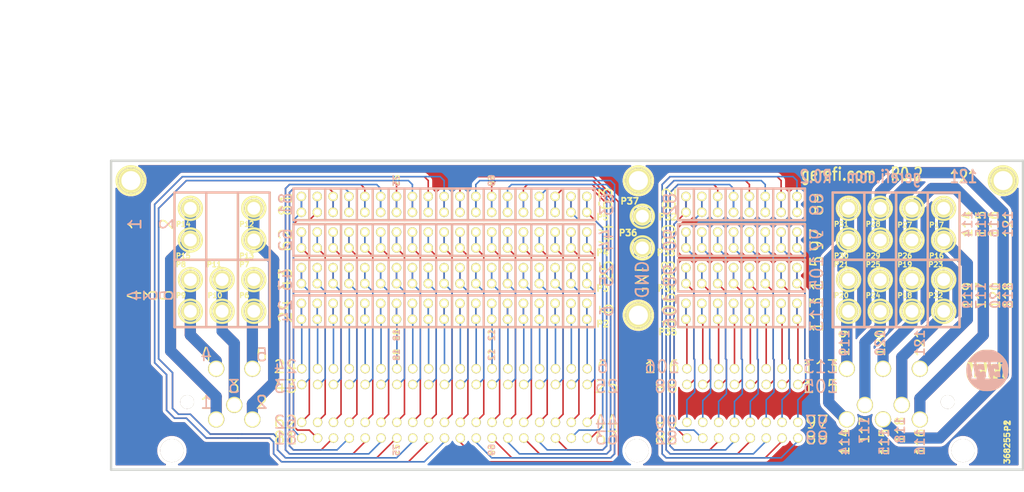
<source format=kicad_pcb>
(kicad_pcb (version 4) (host pcbnew 4.0.7)
  (title_block (title "368255-2 connector break out board") (date 2019-01-08) (rev R0.2) (company rsuEFI.com))
  (layers (0 F.Cu signal) (31 B.Cu signal) (34 B.Paste user) (35 F.Paste user) (36 B.SilkS user) (37 F.SilkS user) (38 B.Mask user) (39 F.Mask user) (44 Edge.Cuts user))
  (net 0 "")
  (net 1 GND)
  (net 2 N-000001)
  (net 3 N-0000010)
  (net 4 N-00000100)
  (net 5 N-00000101)
  (net 6 N-00000102)
  (net 7 N-00000103)
  (net 8 N-00000104)
  (net 9 N-00000105)
  (net 10 N-00000106)
  (net 11 N-00000107)
  (net 12 N-00000108)
  (net 13 N-00000109)
  (net 14 N-0000011)
  (net 15 N-00000110)
  (net 16 N-00000111)
  (net 17 N-00000112)
  (net 18 N-00000113)
  (net 19 N-00000114)
  (net 20 N-00000115)
  (net 21 N-00000116)
  (net 22 N-00000117)
  (net 23 N-00000118)
  (net 24 N-00000119)
  (net 25 N-0000012)
  (net 26 N-00000120)
  (net 27 N-00000121)
  (net 28 N-00000122)
  (net 29 N-0000013)
  (net 30 N-0000014)
  (net 31 N-0000015)
  (net 32 N-0000016)
  (net 33 N-0000017)
  (net 34 N-0000018)
  (net 35 N-0000019)
  (net 36 N-000002)
  (net 37 N-0000020)
  (net 38 N-0000021)
  (net 39 N-0000022)
  (net 40 N-0000023)
  (net 41 N-0000024)
  (net 42 N-0000025)
  (net 43 N-0000026)
  (net 44 N-0000027)
  (net 45 N-0000028)
  (net 46 N-0000029)
  (net 47 N-000003)
  (net 48 N-0000030)
  (net 49 N-0000031)
  (net 50 N-0000032)
  (net 51 N-0000033)
  (net 52 N-0000034)
  (net 53 N-0000035)
  (net 54 N-0000036)
  (net 55 N-0000037)
  (net 56 N-0000038)
  (net 57 N-0000039)
  (net 58 N-000004)
  (net 59 N-0000040)
  (net 60 N-0000041)
  (net 61 N-0000042)
  (net 62 N-0000043)
  (net 63 N-0000044)
  (net 64 N-0000045)
  (net 65 N-0000046)
  (net 66 N-0000047)
  (net 67 N-0000048)
  (net 68 N-0000049)
  (net 69 N-000005)
  (net 70 N-0000050)
  (net 71 N-0000051)
  (net 72 N-0000052)
  (net 73 N-0000053)
  (net 74 N-0000054)
  (net 75 N-0000055)
  (net 76 N-0000056)
  (net 77 N-0000057)
  (net 78 N-0000058)
  (net 79 N-0000059)
  (net 80 N-000006)
  (net 81 N-0000060)
  (net 82 N-0000061)
  (net 83 N-0000062)
  (net 84 N-0000063)
  (net 85 N-0000064)
  (net 86 N-0000065)
  (net 87 N-0000066)
  (net 88 N-0000067)
  (net 89 N-0000068)
  (net 90 N-0000069)
  (net 91 N-000007)
  (net 92 N-0000070)
  (net 93 N-0000071)
  (net 94 N-0000072)
  (net 95 N-0000073)
  (net 96 N-0000074)
  (net 97 N-0000075)
  (net 98 N-0000076)
  (net 99 N-0000077)
  (net 100 N-0000078)
  (net 101 N-0000079)
  (net 102 N-000008)
  (net 103 N-0000080)
  (net 104 N-0000081)
  (net 105 N-0000082)
  (net 106 N-0000083)
  (net 107 N-0000084)
  (net 108 N-0000085)
  (net 109 N-0000086)
  (net 110 N-0000087)
  (net 111 N-0000088)
  (net 112 N-0000089)
  (net 113 N-000009)
  (net 114 N-0000090)
  (net 115 N-0000091)
  (net 116 N-0000092)
  (net 117 N-0000093)
  (net 118 N-0000094)
  (net 119 N-0000096)
  (net 120 N-0000097)
  (net 121 N-0000098)
  (net 122 N-0000099)
  (module "1pin(m)" (layer F.Cu) (at 172.72 66.04)
    (fp_text reference P31 (at -1.143 2.54) (layer F.SilkS) (effects (font (size 0.8 0.8) (thickness 0.2))))
    (fp_text value CONN_1 hide)
    (pad 1 thru_hole circle (at 0 0) (size 3.064 3.064) (drill 2.048) (layers *.Cu *.Mask F.SilkS) (net 111 N-0000088))
  )
  (module 19dpad (layer F.Cu) (at 106.68 82.55 180)
    (fp_text reference P2 (at -26.67 -2.032 180) (layer F.SilkS) (effects (font (size 1.016 1.016) (thickness 0.27432))))
    (fp_text value CONN_19 hide)
    (pad 1 thru_hole circle (at -24.13 1.27 180) (size 1.524 1.524) (drill 1.016) (layers *.Cu *.Mask F.SilkS) (net 105 N-0000082))
    (pad 2 thru_hole circle (at -21.59 1.27 180) (size 1.524 1.524) (drill 1.016) (layers *.Cu *.Mask F.SilkS) (net 104 N-0000081))
    (pad 3 thru_hole circle (at -19.05 1.27 180) (size 1.524 1.524) (drill 1.016) (layers *.Cu *.Mask F.SilkS) (net 103 N-0000080))
    (pad 4 thru_hole circle (at -16.51 1.27 180) (size 1.524 1.524) (drill 1.016) (layers *.Cu *.Mask F.SilkS) (net 59 N-0000040))
    (pad 5 thru_hole circle (at -13.97 1.27 180) (size 1.524 1.524) (drill 1.016) (layers *.Cu *.Mask F.SilkS) (net 43 N-0000026))
    (pad 6 thru_hole circle (at -11.43 1.27 180) (size 1.524 1.524) (drill 1.016) (layers *.Cu *.Mask F.SilkS) (net 42 N-0000025))
    (pad 7 thru_hole circle (at -8.89 1.27 180) (size 1.524 1.524) (drill 1.016) (layers *.Cu *.Mask F.SilkS) (net 41 N-0000024))
    (pad 8 thru_hole circle (at -6.35 1.27 180) (size 1.524 1.524) (drill 1.016) (layers *.Cu *.Mask F.SilkS) (net 40 N-0000023))
    (pad 9 thru_hole circle (at -3.81 1.27 180) (size 1.524 1.524) (drill 1.016) (layers *.Cu *.Mask F.SilkS) (net 39 N-0000022))
    (pad 10 thru_hole circle (at -1.27 1.27 180) (size 1.524 1.524) (drill 1.016) (layers *.Cu *.Mask F.SilkS) (net 38 N-0000021))
    (pad 11 thru_hole circle (at 1.27 1.27 180) (size 1.524 1.524) (drill 1.016) (layers *.Cu *.Mask F.SilkS) (net 37 N-0000020))
    (pad 12 thru_hole circle (at 3.81 1.27 180) (size 1.524 1.524) (drill 1.016) (layers *.Cu *.Mask F.SilkS) (net 35 N-0000019))
    (pad 13 thru_hole circle (at 6.35 1.27 180) (size 1.524 1.524) (drill 1.016) (layers *.Cu *.Mask F.SilkS) (net 34 N-0000018))
    (pad 14 thru_hole circle (at 8.89 1.27 180) (size 1.524 1.524) (drill 1.016) (layers *.Cu *.Mask F.SilkS) (net 33 N-0000017))
    (pad 15 thru_hole circle (at 11.43 1.27 180) (size 1.524 1.524) (drill 1.016) (layers *.Cu *.Mask F.SilkS) (net 32 N-0000016))
    (pad 16 thru_hole circle (at 13.97 1.27 180) (size 1.524 1.524) (drill 1.016) (layers *.Cu *.Mask F.SilkS) (net 31 N-0000015))
    (pad 17 thru_hole circle (at 16.51 1.27 180) (size 1.524 1.524) (drill 1.016) (layers *.Cu *.Mask F.SilkS) (net 2 N-000001))
    (pad 18 thru_hole circle (at 19.05 1.27 180) (size 1.524 1.524) (drill 1.016) (layers *.Cu *.Mask F.SilkS) (net 29 N-0000013))
    (pad 19 thru_hole circle (at 21.59 1.27 180) (size 1.524 1.524) (drill 1.016) (layers *.Cu *.Mask F.SilkS) (net 25 N-0000012))
    (pad 1 thru_hole circle (at -24.13 -1.27 180) (size 1.524 1.524) (drill 1.016) (layers *.Cu *.Mask F.SilkS) (net 105 N-0000082))
    (pad 2 thru_hole circle (at -21.59 -1.27 180) (size 1.524 1.524) (drill 1.016) (layers *.Cu *.Mask F.SilkS) (net 104 N-0000081))
    (pad 3 thru_hole circle (at -19.05 -1.27 180) (size 1.524 1.524) (drill 1.016) (layers *.Cu *.Mask F.SilkS) (net 103 N-0000080))
    (pad 4 thru_hole circle (at -16.51 -1.27 180) (size 1.524 1.524) (drill 1.016) (layers *.Cu *.Mask F.SilkS) (net 59 N-0000040))
    (pad 5 thru_hole circle (at -13.97 -1.27 180) (size 1.524 1.524) (drill 1.016) (layers *.Cu *.Mask F.SilkS) (net 43 N-0000026))
    (pad 6 thru_hole circle (at -11.43 -1.27 180) (size 1.524 1.524) (drill 1.016) (layers *.Cu *.Mask F.SilkS) (net 42 N-0000025))
    (pad 7 thru_hole circle (at -8.89 -1.27 180) (size 1.524 1.524) (drill 1.016) (layers *.Cu *.Mask F.SilkS) (net 41 N-0000024))
    (pad 8 thru_hole circle (at -6.35 -1.27 180) (size 1.524 1.524) (drill 1.016) (layers *.Cu *.Mask F.SilkS) (net 40 N-0000023))
    (pad 9 thru_hole circle (at -3.81 -1.27 180) (size 1.524 1.524) (drill 1.016) (layers *.Cu *.Mask F.SilkS) (net 39 N-0000022))
    (pad 10 thru_hole circle (at -1.27 -1.27 180) (size 1.524 1.524) (drill 1.016) (layers *.Cu *.Mask F.SilkS) (net 38 N-0000021))
    (pad 11 thru_hole circle (at 1.27 -1.27 180) (size 1.524 1.524) (drill 1.016) (layers *.Cu *.Mask F.SilkS) (net 37 N-0000020))
    (pad 12 thru_hole circle (at 3.81 -1.27 180) (size 1.524 1.524) (drill 1.016) (layers *.Cu *.Mask F.SilkS) (net 35 N-0000019))
    (pad 13 thru_hole circle (at 6.35 -1.27 180) (size 1.524 1.524) (drill 1.016) (layers *.Cu *.Mask F.SilkS) (net 34 N-0000018))
    (pad 14 thru_hole circle (at 8.89 -1.27 180) (size 1.524 1.524) (drill 1.016) (layers *.Cu *.Mask F.SilkS) (net 33 N-0000017))
    (pad 15 thru_hole circle (at 11.43 -1.27 180) (size 1.524 1.524) (drill 1.016) (layers *.Cu *.Mask F.SilkS) (net 32 N-0000016))
    (pad 16 thru_hole circle (at 13.97 -1.27 180) (size 1.524 1.524) (drill 1.016) (layers *.Cu *.Mask F.SilkS) (net 31 N-0000015))
    (pad 17 thru_hole circle (at 16.51 -1.27 180) (size 1.524 1.524) (drill 1.016) (layers *.Cu *.Mask F.SilkS) (net 2 N-000001))
    (pad 18 thru_hole circle (at 19.05 -1.27 180) (size 1.524 1.524) (drill 1.016) (layers *.Cu *.Mask F.SilkS) (net 29 N-0000013))
    (pad 19 thru_hole circle (at 21.59 -1.27 180) (size 1.524 1.524) (drill 1.016) (layers *.Cu *.Mask F.SilkS) (net 25 N-0000012))
  )
  (module 19dpad (layer F.Cu) (at 106.68 76.835 180)
    (fp_text reference P3 (at -26.67 -2.032 180) (layer F.SilkS) (effects (font (size 1.016 1.016) (thickness 0.27432))))
    (fp_text value CONN_19 hide)
    (pad 1 thru_hole circle (at -24.13 1.27 180) (size 1.524 1.524) (drill 1.016) (layers *.Cu *.Mask F.SilkS) (net 14 N-0000011))
    (pad 2 thru_hole circle (at -21.59 1.27 180) (size 1.524 1.524) (drill 1.016) (layers *.Cu *.Mask F.SilkS) (net 3 N-0000010))
    (pad 3 thru_hole circle (at -19.05 1.27 180) (size 1.524 1.524) (drill 1.016) (layers *.Cu *.Mask F.SilkS) (net 113 N-000009))
    (pad 4 thru_hole circle (at -16.51 1.27 180) (size 1.524 1.524) (drill 1.016) (layers *.Cu *.Mask F.SilkS) (net 102 N-000008))
    (pad 5 thru_hole circle (at -13.97 1.27 180) (size 1.524 1.524) (drill 1.016) (layers *.Cu *.Mask F.SilkS) (net 91 N-000007))
    (pad 6 thru_hole circle (at -11.43 1.27 180) (size 1.524 1.524) (drill 1.016) (layers *.Cu *.Mask F.SilkS) (net 80 N-000006))
    (pad 7 thru_hole circle (at -8.89 1.27 180) (size 1.524 1.524) (drill 1.016) (layers *.Cu *.Mask F.SilkS) (net 69 N-000005))
    (pad 8 thru_hole circle (at -6.35 1.27 180) (size 1.524 1.524) (drill 1.016) (layers *.Cu *.Mask F.SilkS) (net 58 N-000004))
    (pad 9 thru_hole circle (at -3.81 1.27 180) (size 1.524 1.524) (drill 1.016) (layers *.Cu *.Mask F.SilkS) (net 47 N-000003))
    (pad 10 thru_hole circle (at -1.27 1.27 180) (size 1.524 1.524) (drill 1.016) (layers *.Cu *.Mask F.SilkS) (net 36 N-000002))
    (pad 11 thru_hole circle (at 1.27 1.27 180) (size 1.524 1.524) (drill 1.016) (layers *.Cu *.Mask F.SilkS) (net 30 N-0000014))
    (pad 12 thru_hole circle (at 3.81 1.27 180) (size 1.524 1.524) (drill 1.016) (layers *.Cu *.Mask F.SilkS) (net 72 N-0000052))
    (pad 13 thru_hole circle (at 6.35 1.27 180) (size 1.524 1.524) (drill 1.016) (layers *.Cu *.Mask F.SilkS) (net 71 N-0000051))
    (pad 14 thru_hole circle (at 8.89 1.27 180) (size 1.524 1.524) (drill 1.016) (layers *.Cu *.Mask F.SilkS) (net 70 N-0000050))
    (pad 15 thru_hole circle (at 11.43 1.27 180) (size 1.524 1.524) (drill 1.016) (layers *.Cu *.Mask F.SilkS) (net 68 N-0000049))
    (pad 16 thru_hole circle (at 13.97 1.27 180) (size 1.524 1.524) (drill 1.016) (layers *.Cu *.Mask F.SilkS) (net 67 N-0000048))
    (pad 17 thru_hole circle (at 16.51 1.27 180) (size 1.524 1.524) (drill 1.016) (layers *.Cu *.Mask F.SilkS) (net 66 N-0000047))
    (pad 18 thru_hole circle (at 19.05 1.27 180) (size 1.524 1.524) (drill 1.016) (layers *.Cu *.Mask F.SilkS) (net 65 N-0000046))
    (pad 19 thru_hole circle (at 21.59 1.27 180) (size 1.524 1.524) (drill 1.016) (layers *.Cu *.Mask F.SilkS) (net 64 N-0000045))
    (pad 1 thru_hole circle (at -24.13 -1.27 180) (size 1.524 1.524) (drill 1.016) (layers *.Cu *.Mask F.SilkS) (net 14 N-0000011))
    (pad 2 thru_hole circle (at -21.59 -1.27 180) (size 1.524 1.524) (drill 1.016) (layers *.Cu *.Mask F.SilkS) (net 3 N-0000010))
    (pad 3 thru_hole circle (at -19.05 -1.27 180) (size 1.524 1.524) (drill 1.016) (layers *.Cu *.Mask F.SilkS) (net 113 N-000009))
    (pad 4 thru_hole circle (at -16.51 -1.27 180) (size 1.524 1.524) (drill 1.016) (layers *.Cu *.Mask F.SilkS) (net 102 N-000008))
    (pad 5 thru_hole circle (at -13.97 -1.27 180) (size 1.524 1.524) (drill 1.016) (layers *.Cu *.Mask F.SilkS) (net 91 N-000007))
    (pad 6 thru_hole circle (at -11.43 -1.27 180) (size 1.524 1.524) (drill 1.016) (layers *.Cu *.Mask F.SilkS) (net 80 N-000006))
    (pad 7 thru_hole circle (at -8.89 -1.27 180) (size 1.524 1.524) (drill 1.016) (layers *.Cu *.Mask F.SilkS) (net 69 N-000005))
    (pad 8 thru_hole circle (at -6.35 -1.27 180) (size 1.524 1.524) (drill 1.016) (layers *.Cu *.Mask F.SilkS) (net 58 N-000004))
    (pad 9 thru_hole circle (at -3.81 -1.27 180) (size 1.524 1.524) (drill 1.016) (layers *.Cu *.Mask F.SilkS) (net 47 N-000003))
    (pad 10 thru_hole circle (at -1.27 -1.27 180) (size 1.524 1.524) (drill 1.016) (layers *.Cu *.Mask F.SilkS) (net 36 N-000002))
    (pad 11 thru_hole circle (at 1.27 -1.27 180) (size 1.524 1.524) (drill 1.016) (layers *.Cu *.Mask F.SilkS) (net 30 N-0000014))
    (pad 12 thru_hole circle (at 3.81 -1.27 180) (size 1.524 1.524) (drill 1.016) (layers *.Cu *.Mask F.SilkS) (net 72 N-0000052))
    (pad 13 thru_hole circle (at 6.35 -1.27 180) (size 1.524 1.524) (drill 1.016) (layers *.Cu *.Mask F.SilkS) (net 71 N-0000051))
    (pad 14 thru_hole circle (at 8.89 -1.27 180) (size 1.524 1.524) (drill 1.016) (layers *.Cu *.Mask F.SilkS) (net 70 N-0000050))
    (pad 15 thru_hole circle (at 11.43 -1.27 180) (size 1.524 1.524) (drill 1.016) (layers *.Cu *.Mask F.SilkS) (net 68 N-0000049))
    (pad 16 thru_hole circle (at 13.97 -1.27 180) (size 1.524 1.524) (drill 1.016) (layers *.Cu *.Mask F.SilkS) (net 67 N-0000048))
    (pad 17 thru_hole circle (at 16.51 -1.27 180) (size 1.524 1.524) (drill 1.016) (layers *.Cu *.Mask F.SilkS) (net 66 N-0000047))
    (pad 18 thru_hole circle (at 19.05 -1.27 180) (size 1.524 1.524) (drill 1.016) (layers *.Cu *.Mask F.SilkS) (net 65 N-0000046))
    (pad 19 thru_hole circle (at 21.59 -1.27 180) (size 1.524 1.524) (drill 1.016) (layers *.Cu *.Mask F.SilkS) (net 64 N-0000045))
  )
  (module 19dpad (layer F.Cu) (at 106.68 71.12 180)
    (fp_text reference P4 (at -26.67 -2.032 180) (layer F.SilkS) (effects (font (size 1.016 1.016) (thickness 0.27432))))
    (fp_text value CONN_19 hide)
    (pad 1 thru_hole circle (at -24.13 1.27 180) (size 1.524 1.524) (drill 1.016) (layers *.Cu *.Mask F.SilkS) (net 63 N-0000044))
    (pad 2 thru_hole circle (at -21.59 1.27 180) (size 1.524 1.524) (drill 1.016) (layers *.Cu *.Mask F.SilkS) (net 62 N-0000043))
    (pad 3 thru_hole circle (at -19.05 1.27 180) (size 1.524 1.524) (drill 1.016) (layers *.Cu *.Mask F.SilkS) (net 61 N-0000042))
    (pad 4 thru_hole circle (at -16.51 1.27 180) (size 1.524 1.524) (drill 1.016) (layers *.Cu *.Mask F.SilkS) (net 60 N-0000041))
    (pad 5 thru_hole circle (at -13.97 1.27 180) (size 1.524 1.524) (drill 1.016) (layers *.Cu *.Mask F.SilkS) (net 44 N-0000027))
    (pad 6 thru_hole circle (at -11.43 1.27 180) (size 1.524 1.524) (drill 1.016) (layers *.Cu *.Mask F.SilkS) (net 57 N-0000039))
    (pad 7 thru_hole circle (at -8.89 1.27 180) (size 1.524 1.524) (drill 1.016) (layers *.Cu *.Mask F.SilkS) (net 56 N-0000038))
    (pad 8 thru_hole circle (at -6.35 1.27 180) (size 1.524 1.524) (drill 1.016) (layers *.Cu *.Mask F.SilkS) (net 55 N-0000037))
    (pad 9 thru_hole circle (at -3.81 1.27 180) (size 1.524 1.524) (drill 1.016) (layers *.Cu *.Mask F.SilkS) (net 54 N-0000036))
    (pad 10 thru_hole circle (at -1.27 1.27 180) (size 1.524 1.524) (drill 1.016) (layers *.Cu *.Mask F.SilkS) (net 53 N-0000035))
    (pad 11 thru_hole circle (at 1.27 1.27 180) (size 1.524 1.524) (drill 1.016) (layers *.Cu *.Mask F.SilkS) (net 52 N-0000034))
    (pad 12 thru_hole circle (at 3.81 1.27 180) (size 1.524 1.524) (drill 1.016) (layers *.Cu *.Mask F.SilkS) (net 51 N-0000033))
    (pad 13 thru_hole circle (at 6.35 1.27 180) (size 1.524 1.524) (drill 1.016) (layers *.Cu *.Mask F.SilkS) (net 50 N-0000032))
    (pad 14 thru_hole circle (at 8.89 1.27 180) (size 1.524 1.524) (drill 1.016) (layers *.Cu *.Mask F.SilkS) (net 49 N-0000031))
    (pad 15 thru_hole circle (at 11.43 1.27 180) (size 1.524 1.524) (drill 1.016) (layers *.Cu *.Mask F.SilkS) (net 48 N-0000030))
    (pad 16 thru_hole circle (at 13.97 1.27 180) (size 1.524 1.524) (drill 1.016) (layers *.Cu *.Mask F.SilkS) (net 46 N-0000029))
    (pad 17 thru_hole circle (at 16.51 1.27 180) (size 1.524 1.524) (drill 1.016) (layers *.Cu *.Mask F.SilkS) (net 45 N-0000028))
    (pad 18 thru_hole circle (at 19.05 1.27 180) (size 1.524 1.524) (drill 1.016) (layers *.Cu *.Mask F.SilkS) (net 108 N-0000085))
    (pad 19 thru_hole circle (at 21.59 1.27 180) (size 1.524 1.524) (drill 1.016) (layers *.Cu *.Mask F.SilkS) (net 22 N-00000117))
    (pad 1 thru_hole circle (at -24.13 -1.27 180) (size 1.524 1.524) (drill 1.016) (layers *.Cu *.Mask F.SilkS) (net 63 N-0000044))
    (pad 2 thru_hole circle (at -21.59 -1.27 180) (size 1.524 1.524) (drill 1.016) (layers *.Cu *.Mask F.SilkS) (net 62 N-0000043))
    (pad 3 thru_hole circle (at -19.05 -1.27 180) (size 1.524 1.524) (drill 1.016) (layers *.Cu *.Mask F.SilkS) (net 61 N-0000042))
    (pad 4 thru_hole circle (at -16.51 -1.27 180) (size 1.524 1.524) (drill 1.016) (layers *.Cu *.Mask F.SilkS) (net 60 N-0000041))
    (pad 5 thru_hole circle (at -13.97 -1.27 180) (size 1.524 1.524) (drill 1.016) (layers *.Cu *.Mask F.SilkS) (net 44 N-0000027))
    (pad 6 thru_hole circle (at -11.43 -1.27 180) (size 1.524 1.524) (drill 1.016) (layers *.Cu *.Mask F.SilkS) (net 57 N-0000039))
    (pad 7 thru_hole circle (at -8.89 -1.27 180) (size 1.524 1.524) (drill 1.016) (layers *.Cu *.Mask F.SilkS) (net 56 N-0000038))
    (pad 8 thru_hole circle (at -6.35 -1.27 180) (size 1.524 1.524) (drill 1.016) (layers *.Cu *.Mask F.SilkS) (net 55 N-0000037))
    (pad 9 thru_hole circle (at -3.81 -1.27 180) (size 1.524 1.524) (drill 1.016) (layers *.Cu *.Mask F.SilkS) (net 54 N-0000036))
    (pad 10 thru_hole circle (at -1.27 -1.27 180) (size 1.524 1.524) (drill 1.016) (layers *.Cu *.Mask F.SilkS) (net 53 N-0000035))
    (pad 11 thru_hole circle (at 1.27 -1.27 180) (size 1.524 1.524) (drill 1.016) (layers *.Cu *.Mask F.SilkS) (net 52 N-0000034))
    (pad 12 thru_hole circle (at 3.81 -1.27 180) (size 1.524 1.524) (drill 1.016) (layers *.Cu *.Mask F.SilkS) (net 51 N-0000033))
    (pad 13 thru_hole circle (at 6.35 -1.27 180) (size 1.524 1.524) (drill 1.016) (layers *.Cu *.Mask F.SilkS) (net 50 N-0000032))
    (pad 14 thru_hole circle (at 8.89 -1.27 180) (size 1.524 1.524) (drill 1.016) (layers *.Cu *.Mask F.SilkS) (net 49 N-0000031))
    (pad 15 thru_hole circle (at 11.43 -1.27 180) (size 1.524 1.524) (drill 1.016) (layers *.Cu *.Mask F.SilkS) (net 48 N-0000030))
    (pad 16 thru_hole circle (at 13.97 -1.27 180) (size 1.524 1.524) (drill 1.016) (layers *.Cu *.Mask F.SilkS) (net 46 N-0000029))
    (pad 17 thru_hole circle (at 16.51 -1.27 180) (size 1.524 1.524) (drill 1.016) (layers *.Cu *.Mask F.SilkS) (net 45 N-0000028))
    (pad 18 thru_hole circle (at 19.05 -1.27 180) (size 1.524 1.524) (drill 1.016) (layers *.Cu *.Mask F.SilkS) (net 108 N-0000085))
    (pad 19 thru_hole circle (at 21.59 -1.27 180) (size 1.524 1.524) (drill 1.016) (layers *.Cu *.Mask F.SilkS) (net 22 N-00000117))
  )
  (module 19dpad (layer F.Cu) (at 106.68 65.405 180)
    (fp_text reference P5 (at -26.67 -2.032 180) (layer F.SilkS) (effects (font (thickness 0.25))))
    (fp_text value CONN_19 hide)
    (pad 1 thru_hole circle (at -24.13 1.27 180) (size 1.524 1.524) (drill 1.016) (layers *.Cu *.Mask F.SilkS) (net 21 N-00000116))
    (pad 2 thru_hole circle (at -21.59 1.27 180) (size 1.524 1.524) (drill 1.016) (layers *.Cu *.Mask F.SilkS) (net 20 N-00000115))
    (pad 3 thru_hole circle (at -19.05 1.27 180) (size 1.524 1.524) (drill 1.016) (layers *.Cu *.Mask F.SilkS) (net 19 N-00000114))
    (pad 4 thru_hole circle (at -16.51 1.27 180) (size 1.524 1.524) (drill 1.016) (layers *.Cu *.Mask F.SilkS) (net 18 N-00000113))
    (pad 5 thru_hole circle (at -13.97 1.27 180) (size 1.524 1.524) (drill 1.016) (layers *.Cu *.Mask F.SilkS) (net 17 N-00000112))
    (pad 6 thru_hole circle (at -11.43 1.27 180) (size 1.524 1.524) (drill 1.016) (layers *.Cu *.Mask F.SilkS) (net 16 N-00000111))
    (pad 7 thru_hole circle (at -8.89 1.27 180) (size 1.524 1.524) (drill 1.016) (layers *.Cu *.Mask F.SilkS) (net 15 N-00000110))
    (pad 8 thru_hole circle (at -6.35 1.27 180) (size 1.524 1.524) (drill 1.016) (layers *.Cu *.Mask F.SilkS) (net 13 N-00000109))
    (pad 9 thru_hole circle (at -3.81 1.27 180) (size 1.524 1.524) (drill 1.016) (layers *.Cu *.Mask F.SilkS) (net 12 N-00000108))
    (pad 10 thru_hole circle (at -1.27 1.27 180) (size 1.524 1.524) (drill 1.016) (layers *.Cu *.Mask F.SilkS) (net 11 N-00000107))
    (pad 11 thru_hole circle (at 1.27 1.27 180) (size 1.524 1.524) (drill 1.016) (layers *.Cu *.Mask F.SilkS) (net 10 N-00000106))
    (pad 12 thru_hole circle (at 3.81 1.27 180) (size 1.524 1.524) (drill 1.016) (layers *.Cu *.Mask F.SilkS) (net 121 N-0000098))
    (pad 13 thru_hole circle (at 6.35 1.27 180) (size 1.524 1.524) (drill 1.016) (layers *.Cu *.Mask F.SilkS) (net 9 N-00000105))
    (pad 14 thru_hole circle (at 8.89 1.27 180) (size 1.524 1.524) (drill 1.016) (layers *.Cu *.Mask F.SilkS) (net 8 N-00000104))
    (pad 15 thru_hole circle (at 11.43 1.27 180) (size 1.524 1.524) (drill 1.016) (layers *.Cu *.Mask F.SilkS) (net 7 N-00000103))
    (pad 16 thru_hole circle (at 13.97 1.27 180) (size 1.524 1.524) (drill 1.016) (layers *.Cu *.Mask F.SilkS) (net 6 N-00000102))
    (pad 17 thru_hole circle (at 16.51 1.27 180) (size 1.524 1.524) (drill 1.016) (layers *.Cu *.Mask F.SilkS) (net 5 N-00000101))
    (pad 18 thru_hole circle (at 19.05 1.27 180) (size 1.524 1.524) (drill 1.016) (layers *.Cu *.Mask F.SilkS) (net 4 N-00000100))
    (pad 19 thru_hole circle (at 21.59 1.27 180) (size 1.524 1.524) (drill 1.016) (layers *.Cu *.Mask F.SilkS) (net 122 N-0000099))
    (pad 1 thru_hole circle (at -24.13 -1.27 180) (size 1.524 1.524) (drill 1.016) (layers *.Cu *.Mask F.SilkS) (net 21 N-00000116))
    (pad 2 thru_hole circle (at -21.59 -1.27 180) (size 1.524 1.524) (drill 1.016) (layers *.Cu *.Mask F.SilkS) (net 20 N-00000115))
    (pad 3 thru_hole circle (at -19.05 -1.27 180) (size 1.524 1.524) (drill 1.016) (layers *.Cu *.Mask F.SilkS) (net 19 N-00000114))
    (pad 4 thru_hole circle (at -16.51 -1.27 180) (size 1.524 1.524) (drill 1.016) (layers *.Cu *.Mask F.SilkS) (net 18 N-00000113))
    (pad 5 thru_hole circle (at -13.97 -1.27 180) (size 1.524 1.524) (drill 1.016) (layers *.Cu *.Mask F.SilkS) (net 17 N-00000112))
    (pad 6 thru_hole circle (at -11.43 -1.27 180) (size 1.524 1.524) (drill 1.016) (layers *.Cu *.Mask F.SilkS) (net 16 N-00000111))
    (pad 7 thru_hole circle (at -8.89 -1.27 180) (size 1.524 1.524) (drill 1.016) (layers *.Cu *.Mask F.SilkS) (net 15 N-00000110))
    (pad 8 thru_hole circle (at -6.35 -1.27 180) (size 1.524 1.524) (drill 1.016) (layers *.Cu *.Mask F.SilkS) (net 13 N-00000109))
    (pad 9 thru_hole circle (at -3.81 -1.27 180) (size 1.524 1.524) (drill 1.016) (layers *.Cu *.Mask F.SilkS) (net 12 N-00000108))
    (pad 10 thru_hole circle (at -1.27 -1.27 180) (size 1.524 1.524) (drill 1.016) (layers *.Cu *.Mask F.SilkS) (net 11 N-00000107))
    (pad 11 thru_hole circle (at 1.27 -1.27 180) (size 1.524 1.524) (drill 1.016) (layers *.Cu *.Mask F.SilkS) (net 10 N-00000106))
    (pad 12 thru_hole circle (at 3.81 -1.27 180) (size 1.524 1.524) (drill 1.016) (layers *.Cu *.Mask F.SilkS) (net 121 N-0000098))
    (pad 13 thru_hole circle (at 6.35 -1.27 180) (size 1.524 1.524) (drill 1.016) (layers *.Cu *.Mask F.SilkS) (net 9 N-00000105))
    (pad 14 thru_hole circle (at 8.89 -1.27 180) (size 1.524 1.524) (drill 1.016) (layers *.Cu *.Mask F.SilkS) (net 8 N-00000104))
    (pad 15 thru_hole circle (at 11.43 -1.27 180) (size 1.524 1.524) (drill 1.016) (layers *.Cu *.Mask F.SilkS) (net 7 N-00000103))
    (pad 16 thru_hole circle (at 13.97 -1.27 180) (size 1.524 1.524) (drill 1.016) (layers *.Cu *.Mask F.SilkS) (net 6 N-00000102))
    (pad 17 thru_hole circle (at 16.51 -1.27 180) (size 1.524 1.524) (drill 1.016) (layers *.Cu *.Mask F.SilkS) (net 5 N-00000101))
    (pad 18 thru_hole circle (at 19.05 -1.27 180) (size 1.524 1.524) (drill 1.016) (layers *.Cu *.Mask F.SilkS) (net 4 N-00000100))
    (pad 19 thru_hole circle (at 21.59 -1.27 180) (size 1.524 1.524) (drill 1.016) (layers *.Cu *.Mask F.SilkS) (net 122 N-0000099))
  )
  (module "1pin(m)" (layer F.Cu) (at 67.31 71.12)
    (fp_text reference P15 (at -1.143 2.54) (layer F.SilkS) (effects (font (size 0.8 0.8) (thickness 0.2))))
    (fp_text value CONN_1 hide)
    (pad 1 thru_hole circle (at 0 0) (size 3.064 3.064) (drill 2.048) (layers *.Cu *.Mask F.SilkS) (net 28 N-00000122))
  )
  (module "1pin(m)" (layer F.Cu) (at 67.31 66.04)
    (fp_text reference P14 (at -1.143 2.54) (layer F.SilkS) (effects (font (size 0.8 0.8) (thickness 0.2))))
    (fp_text value CONN_1 hide)
    (pad 1 thru_hole circle (at 0 0) (size 3.064 3.064) (drill 2.048) (layers *.Cu *.Mask F.SilkS) (net 28 N-00000122))
  )
  (module "1pin(m)" (layer F.Cu) (at 77.47 71.12)
    (fp_text reference P13 (at -1.143 2.54) (layer F.SilkS) (effects (font (size 0.8 0.8) (thickness 0.2))))
    (fp_text value CONN_1 hide)
    (pad 1 thru_hole circle (at 0 0) (size 3.064 3.064) (drill 2.048) (layers *.Cu *.Mask F.SilkS) (net 27 N-00000121))
  )
  (module "1pin(m)" (layer F.Cu) (at 77.47 66.04)
    (fp_text reference P12 (at -1.143 2.54) (layer F.SilkS) (effects (font (size 0.8 0.8) (thickness 0.2))))
    (fp_text value CONN_1 hide)
    (pad 1 thru_hole circle (at 0 0) (size 3.064 3.064) (drill 2.048) (layers *.Cu *.Mask F.SilkS) (net 27 N-00000121))
  )
  (module "1pin(m)" (layer F.Cu) (at 72.39 77.47)
    (fp_text reference P11 (at -1.27 -2.413) (layer F.SilkS) (effects (font (size 0.8 0.8) (thickness 0.2))))
    (fp_text value CONN_1 hide)
    (pad 1 thru_hole circle (at 0 0) (size 3.064 3.064) (drill 2.048) (layers *.Cu *.Mask F.SilkS) (net 26 N-00000120))
  )
  (module "1pin(m)" (layer F.Cu) (at 72.39 82.55)
    (fp_text reference P10 (at -1.143 -2.54) (layer F.SilkS) (effects (font (size 0.8 0.8) (thickness 0.2))))
    (fp_text value CONN_1 hide)
    (pad 1 thru_hole circle (at 0 0) (size 3.064 3.064) (drill 2.048) (layers *.Cu *.Mask F.SilkS) (net 26 N-00000120))
  )
  (module "1pin(m)" (layer F.Cu) (at 67.31 82.55)
    (fp_text reference P9 (at -1.524 -2.54) (layer F.SilkS) (effects (font (size 0.8 0.8) (thickness 0.2))))
    (fp_text value CONN_1 hide)
    (pad 1 thru_hole circle (at 0 0) (size 3.064 3.064) (drill 2.048) (layers *.Cu *.Mask F.SilkS) (net 24 N-00000119))
  )
  (module "1pin(m)" (layer F.Cu) (at 67.31 77.47)
    (fp_text reference P8 (at -1.524 -2.413) (layer F.SilkS) (effects (font (size 0.8 0.8) (thickness 0.2))))
    (fp_text value CONN_1 hide)
    (pad 1 thru_hole circle (at 0 0) (size 3.064 3.064) (drill 2.048) (layers *.Cu *.Mask F.SilkS) (net 24 N-00000119))
  )
  (module "1pin(m)" (layer F.Cu) (at 77.47 77.47)
    (fp_text reference P7 (at -1.524 -2.413) (layer F.SilkS) (effects (font (size 0.8 0.8) (thickness 0.2))))
    (fp_text value CONN_1 hide)
    (pad 1 thru_hole circle (at 0 0) (size 3.064 3.064) (drill 2.048) (layers *.Cu *.Mask F.SilkS) (net 23 N-00000118))
  )
  (module "1pin(m)" (layer F.Cu) (at 77.47 82.55)
    (fp_text reference P6 (at -1.524 -2.54) (layer F.SilkS) (effects (font (size 0.8 0.8) (thickness 0.2))))
    (fp_text value CONN_1 hide)
    (pad 1 thru_hole circle (at 0 0) (size 3.064 3.064) (drill 2.048) (layers *.Cu *.Mask F.SilkS) (net 23 N-00000118))
  )
  (module 8dpad (layer F.Cu) (at 155.575 71.12)
    (fp_text reference P33 (at -12.065 2.032) (layer F.SilkS) (effects (font (size 1.016 1.016) (thickness 0.27432))))
    (fp_text value CONN_8 hide)
    (pad 1 thru_hole circle (at -8.89 1.27) (size 1.524 1.524) (drill 1.016) (layers *.Cu *.Mask F.SilkS) (net 92 N-0000070))
    (pad 2 thru_hole circle (at -6.35 1.27) (size 1.524 1.524) (drill 1.016) (layers *.Cu *.Mask F.SilkS) (net 90 N-0000069))
    (pad 3 thru_hole circle (at -3.81 1.27) (size 1.524 1.524) (drill 1.016) (layers *.Cu *.Mask F.SilkS) (net 89 N-0000068))
    (pad 4 thru_hole circle (at -1.27 1.27) (size 1.524 1.524) (drill 1.016) (layers *.Cu *.Mask F.SilkS) (net 88 N-0000067))
    (pad 5 thru_hole circle (at 1.27 1.27) (size 1.524 1.524) (drill 1.016) (layers *.Cu *.Mask F.SilkS) (net 73 N-0000053))
    (pad 6 thru_hole circle (at 3.81 1.27) (size 1.524 1.524) (drill 1.016) (layers *.Cu *.Mask F.SilkS) (net 86 N-0000065))
    (pad 7 thru_hole circle (at 6.35 1.27) (size 1.524 1.524) (drill 1.016) (layers *.Cu *.Mask F.SilkS) (net 85 N-0000064))
    (pad 8 thru_hole circle (at 8.89 1.27) (size 1.524 1.524) (drill 1.016) (layers *.Cu *.Mask F.SilkS) (net 84 N-0000063))
    (pad 1 thru_hole circle (at -8.89 -1.27) (size 1.524 1.524) (drill 1.016) (layers *.Cu *.Mask F.SilkS) (net 92 N-0000070))
    (pad 2 thru_hole circle (at -6.35 -1.27) (size 1.524 1.524) (drill 1.016) (layers *.Cu *.Mask F.SilkS) (net 90 N-0000069))
    (pad 3 thru_hole circle (at -3.81 -1.27) (size 1.524 1.524) (drill 1.016) (layers *.Cu *.Mask F.SilkS) (net 89 N-0000068))
    (pad 4 thru_hole circle (at -1.27 -1.27) (size 1.524 1.524) (drill 1.016) (layers *.Cu *.Mask F.SilkS) (net 88 N-0000067))
    (pad 5 thru_hole circle (at 1.27 -1.27) (size 1.524 1.524) (drill 1.016) (layers *.Cu *.Mask F.SilkS) (net 73 N-0000053))
    (pad 6 thru_hole circle (at 3.81 -1.27) (size 1.524 1.524) (drill 1.016) (layers *.Cu *.Mask F.SilkS) (net 86 N-0000065))
    (pad 7 thru_hole circle (at 6.35 -1.27) (size 1.524 1.524) (drill 1.016) (layers *.Cu *.Mask F.SilkS) (net 85 N-0000064))
    (pad 8 thru_hole circle (at 8.89 -1.27) (size 1.524 1.524) (drill 1.016) (layers *.Cu *.Mask F.SilkS) (net 84 N-0000063))
  )
  (module 8dpad (layer F.Cu) (at 155.575 76.835)
    (fp_text reference P34 (at -11.938 2.032) (layer F.SilkS) (effects (font (size 1.016 1.016) (thickness 0.27432))))
    (fp_text value CONN_8 hide)
    (pad 1 thru_hole circle (at -8.89 1.27) (size 1.524 1.524) (drill 1.016) (layers *.Cu *.Mask F.SilkS) (net 83 N-0000062))
    (pad 2 thru_hole circle (at -6.35 1.27) (size 1.524 1.524) (drill 1.016) (layers *.Cu *.Mask F.SilkS) (net 82 N-0000061))
    (pad 3 thru_hole circle (at -3.81 1.27) (size 1.524 1.524) (drill 1.016) (layers *.Cu *.Mask F.SilkS) (net 81 N-0000060))
    (pad 4 thru_hole circle (at -1.27 1.27) (size 1.524 1.524) (drill 1.016) (layers *.Cu *.Mask F.SilkS) (net 79 N-0000059))
    (pad 5 thru_hole circle (at 1.27 1.27) (size 1.524 1.524) (drill 1.016) (layers *.Cu *.Mask F.SilkS) (net 78 N-0000058))
    (pad 6 thru_hole circle (at 3.81 1.27) (size 1.524 1.524) (drill 1.016) (layers *.Cu *.Mask F.SilkS) (net 77 N-0000057))
    (pad 7 thru_hole circle (at 6.35 1.27) (size 1.524 1.524) (drill 1.016) (layers *.Cu *.Mask F.SilkS) (net 76 N-0000056))
    (pad 8 thru_hole circle (at 8.89 1.27) (size 1.524 1.524) (drill 1.016) (layers *.Cu *.Mask F.SilkS) (net 75 N-0000055))
    (pad 1 thru_hole circle (at -8.89 -1.27) (size 1.524 1.524) (drill 1.016) (layers *.Cu *.Mask F.SilkS) (net 83 N-0000062))
    (pad 2 thru_hole circle (at -6.35 -1.27) (size 1.524 1.524) (drill 1.016) (layers *.Cu *.Mask F.SilkS) (net 82 N-0000061))
    (pad 3 thru_hole circle (at -3.81 -1.27) (size 1.524 1.524) (drill 1.016) (layers *.Cu *.Mask F.SilkS) (net 81 N-0000060))
    (pad 4 thru_hole circle (at -1.27 -1.27) (size 1.524 1.524) (drill 1.016) (layers *.Cu *.Mask F.SilkS) (net 79 N-0000059))
    (pad 5 thru_hole circle (at 1.27 -1.27) (size 1.524 1.524) (drill 1.016) (layers *.Cu *.Mask F.SilkS) (net 78 N-0000058))
    (pad 6 thru_hole circle (at 3.81 -1.27) (size 1.524 1.524) (drill 1.016) (layers *.Cu *.Mask F.SilkS) (net 77 N-0000057))
    (pad 7 thru_hole circle (at 6.35 -1.27) (size 1.524 1.524) (drill 1.016) (layers *.Cu *.Mask F.SilkS) (net 76 N-0000056))
    (pad 8 thru_hole circle (at 8.89 -1.27) (size 1.524 1.524) (drill 1.016) (layers *.Cu *.Mask F.SilkS) (net 75 N-0000055))
  )
  (module 8dpad (layer F.Cu) (at 155.575 82.55)
    (fp_text reference P35 (at -11.811 3.302) (layer F.SilkS) (effects (font (size 1.016 1.016) (thickness 0.27432))))
    (fp_text value CONN_8 hide)
    (pad 1 thru_hole circle (at -8.89 1.27) (size 1.524 1.524) (drill 1.016) (layers *.Cu *.Mask F.SilkS) (net 74 N-0000054))
    (pad 2 thru_hole circle (at -6.35 1.27) (size 1.524 1.524) (drill 1.016) (layers *.Cu *.Mask F.SilkS) (net 87 N-0000066))
    (pad 3 thru_hole circle (at -3.81 1.27) (size 1.524 1.524) (drill 1.016) (layers *.Cu *.Mask F.SilkS) (net 118 N-0000094))
    (pad 4 thru_hole circle (at -1.27 1.27) (size 1.524 1.524) (drill 1.016) (layers *.Cu *.Mask F.SilkS) (net 117 N-0000093))
    (pad 5 thru_hole circle (at 1.27 1.27) (size 1.524 1.524) (drill 1.016) (layers *.Cu *.Mask F.SilkS) (net 116 N-0000092))
    (pad 6 thru_hole circle (at 3.81 1.27) (size 1.524 1.524) (drill 1.016) (layers *.Cu *.Mask F.SilkS) (net 115 N-0000091))
    (pad 7 thru_hole circle (at 6.35 1.27) (size 1.524 1.524) (drill 1.016) (layers *.Cu *.Mask F.SilkS) (net 114 N-0000090))
    (pad 8 thru_hole circle (at 8.89 1.27) (size 1.524 1.524) (drill 1.016) (layers *.Cu *.Mask F.SilkS) (net 112 N-0000089))
    (pad 1 thru_hole circle (at -8.89 -1.27) (size 1.524 1.524) (drill 1.016) (layers *.Cu *.Mask F.SilkS) (net 74 N-0000054))
    (pad 2 thru_hole circle (at -6.35 -1.27) (size 1.524 1.524) (drill 1.016) (layers *.Cu *.Mask F.SilkS) (net 87 N-0000066))
    (pad 3 thru_hole circle (at -3.81 -1.27) (size 1.524 1.524) (drill 1.016) (layers *.Cu *.Mask F.SilkS) (net 118 N-0000094))
    (pad 4 thru_hole circle (at -1.27 -1.27) (size 1.524 1.524) (drill 1.016) (layers *.Cu *.Mask F.SilkS) (net 117 N-0000093))
    (pad 5 thru_hole circle (at 1.27 -1.27) (size 1.524 1.524) (drill 1.016) (layers *.Cu *.Mask F.SilkS) (net 116 N-0000092))
    (pad 6 thru_hole circle (at 3.81 -1.27) (size 1.524 1.524) (drill 1.016) (layers *.Cu *.Mask F.SilkS) (net 115 N-0000091))
    (pad 7 thru_hole circle (at 6.35 -1.27) (size 1.524 1.524) (drill 1.016) (layers *.Cu *.Mask F.SilkS) (net 114 N-0000090))
    (pad 8 thru_hole circle (at 8.89 -1.27) (size 1.524 1.524) (drill 1.016) (layers *.Cu *.Mask F.SilkS) (net 112 N-0000089))
  )
  (module 8dpad (layer F.Cu) (at 155.575 65.405)
    (fp_text reference P32 (at -11.811 2.032) (layer F.SilkS) (effects (font (size 1.016 1.016) (thickness 0.27432))))
    (fp_text value CONN_8 hide)
    (pad 1 thru_hole circle (at -8.89 1.27) (size 1.524 1.524) (drill 1.016) (layers *.Cu *.Mask F.SilkS) (net 100 N-0000078))
    (pad 2 thru_hole circle (at -6.35 1.27) (size 1.524 1.524) (drill 1.016) (layers *.Cu *.Mask F.SilkS) (net 99 N-0000077))
    (pad 3 thru_hole circle (at -3.81 1.27) (size 1.524 1.524) (drill 1.016) (layers *.Cu *.Mask F.SilkS) (net 98 N-0000076))
    (pad 4 thru_hole circle (at -1.27 1.27) (size 1.524 1.524) (drill 1.016) (layers *.Cu *.Mask F.SilkS) (net 97 N-0000075))
    (pad 5 thru_hole circle (at 1.27 1.27) (size 1.524 1.524) (drill 1.016) (layers *.Cu *.Mask F.SilkS) (net 96 N-0000074))
    (pad 6 thru_hole circle (at 3.81 1.27) (size 1.524 1.524) (drill 1.016) (layers *.Cu *.Mask F.SilkS) (net 95 N-0000073))
    (pad 7 thru_hole circle (at 6.35 1.27) (size 1.524 1.524) (drill 1.016) (layers *.Cu *.Mask F.SilkS) (net 94 N-0000072))
    (pad 8 thru_hole circle (at 8.89 1.27) (size 1.524 1.524) (drill 1.016) (layers *.Cu *.Mask F.SilkS) (net 93 N-0000071))
    (pad 1 thru_hole circle (at -8.89 -1.27) (size 1.524 1.524) (drill 1.016) (layers *.Cu *.Mask F.SilkS) (net 100 N-0000078))
    (pad 2 thru_hole circle (at -6.35 -1.27) (size 1.524 1.524) (drill 1.016) (layers *.Cu *.Mask F.SilkS) (net 99 N-0000077))
    (pad 3 thru_hole circle (at -3.81 -1.27) (size 1.524 1.524) (drill 1.016) (layers *.Cu *.Mask F.SilkS) (net 98 N-0000076))
    (pad 4 thru_hole circle (at -1.27 -1.27) (size 1.524 1.524) (drill 1.016) (layers *.Cu *.Mask F.SilkS) (net 97 N-0000075))
    (pad 5 thru_hole circle (at 1.27 -1.27) (size 1.524 1.524) (drill 1.016) (layers *.Cu *.Mask F.SilkS) (net 96 N-0000074))
    (pad 6 thru_hole circle (at 3.81 -1.27) (size 1.524 1.524) (drill 1.016) (layers *.Cu *.Mask F.SilkS) (net 95 N-0000073))
    (pad 7 thru_hole circle (at 6.35 -1.27) (size 1.524 1.524) (drill 1.016) (layers *.Cu *.Mask F.SilkS) (net 94 N-0000072))
    (pad 8 thru_hole circle (at 8.89 -1.27) (size 1.524 1.524) (drill 1.016) (layers *.Cu *.Mask F.SilkS) (net 93 N-0000071))
  )
  (module "1pin(m)" (layer F.Cu) (at 187.96 71.12)
    (fp_text reference P16 (at -1.143 2.54) (layer F.SilkS) (effects (font (size 0.8 0.8) (thickness 0.2))))
    (fp_text value CONN_1 hide)
    (pad 1 thru_hole circle (at 0 0) (size 3.064 3.064) (drill 2.048) (layers *.Cu *.Mask F.SilkS) (net 119 N-0000096))
  )
  (module "1pin(m)" (layer F.Cu) (at 187.96 66.04)
    (fp_text reference P17 (at -1.143 2.667) (layer F.SilkS) (effects (font (size 0.8 0.8) (thickness 0.2))))
    (fp_text value CONN_1 hide)
    (pad 1 thru_hole circle (at 0 0) (size 3.064 3.064) (drill 2.048) (layers *.Cu *.Mask F.SilkS) (net 119 N-0000096))
  )
  (module "1pin(m)" (layer F.Cu) (at 182.88 82.55)
    (fp_text reference P18 (at -1.143 -2.54) (layer F.SilkS) (effects (font (size 0.8 0.8) (thickness 0.2))))
    (fp_text value CONN_1 hide)
    (pad 1 thru_hole circle (at 0 0) (size 3.064 3.064) (drill 2.048) (layers *.Cu *.Mask F.SilkS) (net 106 N-0000083))
  )
  (module "1pin(m)" (layer F.Cu) (at 182.88 77.47)
    (fp_text reference P19 (at -1.143 -2.413) (layer F.SilkS) (effects (font (size 0.8 0.8) (thickness 0.2))))
    (fp_text value CONN_1 hide)
    (pad 1 thru_hole circle (at 0 0) (size 3.064 3.064) (drill 2.048) (layers *.Cu *.Mask F.SilkS) (net 106 N-0000083))
  )
  (module "1pin(m)" (layer F.Cu) (at 172.72 82.55)
    (fp_text reference P20 (at -1.143 -2.54) (layer F.SilkS) (effects (font (size 0.8 0.8) (thickness 0.2))))
    (fp_text value CONN_1 hide)
    (pad 1 thru_hole circle (at 0 0) (size 3.064 3.064) (drill 2.048) (layers *.Cu *.Mask F.SilkS) (net 120 N-0000097))
  )
  (module "1pin(m)" (layer F.Cu) (at 172.72 77.47)
    (fp_text reference P21 (at -1.143 -2.413) (layer F.SilkS) (effects (font (size 0.8 0.8) (thickness 0.2))))
    (fp_text value CONN_1 hide)
    (pad 1 thru_hole circle (at 0 0) (size 3.064 3.064) (drill 2.048) (layers *.Cu *.Mask F.SilkS) (net 120 N-0000097))
  )
  (module "1pin(m)" (layer F.Cu) (at 187.96 82.55)
    (fp_text reference P22 (at -1.27 -2.54) (layer F.SilkS) (effects (font (size 0.8 0.8) (thickness 0.2))))
    (fp_text value CONN_1 hide)
    (pad 1 thru_hole circle (at 0 0) (size 3.064 3.064) (drill 2.048) (layers *.Cu *.Mask F.SilkS) (net 107 N-0000084))
  )
  (module "1pin(m)" (layer F.Cu) (at 187.96 77.47)
    (fp_text reference P23 (at -1.27 -2.413) (layer F.SilkS) (effects (font (size 0.8 0.8) (thickness 0.2))))
    (fp_text value CONN_1 hide)
    (pad 1 thru_hole circle (at 0 0) (size 3.064 3.064) (drill 2.048) (layers *.Cu *.Mask F.SilkS) (net 107 N-0000084))
  )
  (module "1pin(m)" (layer F.Cu) (at 177.8 82.55)
    (fp_text reference P24 (at -1.143 -2.54) (layer F.SilkS) (effects (font (size 0.8 0.8) (thickness 0.2))))
    (fp_text value CONN_1 hide)
    (pad 1 thru_hole circle (at 0 0) (size 3.064 3.064) (drill 2.048) (layers *.Cu *.Mask F.SilkS) (net 101 N-0000079))
  )
  (module "1pin(m)" (layer F.Cu) (at 177.8 77.47)
    (fp_text reference P25 (at -1.143 -2.413) (layer F.SilkS) (effects (font (size 0.8 0.8) (thickness 0.2))))
    (fp_text value CONN_1 hide)
    (pad 1 thru_hole circle (at 0 0) (size 3.064 3.064) (drill 2.048) (layers *.Cu *.Mask F.SilkS) (net 101 N-0000079))
  )
  (module "1pin(m)" (layer F.Cu) (at 182.88 71.12)
    (fp_text reference P26 (at -1.143 2.54) (layer F.SilkS) (effects (font (size 0.8 0.8) (thickness 0.2))))
    (fp_text value CONN_1 hide)
    (pad 1 thru_hole circle (at 0 0) (size 3.064 3.064) (drill 2.048) (layers *.Cu *.Mask F.SilkS) (net 109 N-0000086))
  )
  (module "1pin(m)" (layer F.Cu) (at 182.88 66.04)
    (fp_text reference P27 (at -1.143 2.667) (layer F.SilkS) (effects (font (size 0.8 0.8) (thickness 0.2))))
    (fp_text value CONN_1 hide)
    (pad 1 thru_hole circle (at 0 0) (size 3.064 3.064) (drill 2.048) (layers *.Cu *.Mask F.SilkS) (net 109 N-0000086))
  )
  (module "1pin(m)" (layer F.Cu) (at 177.8 66.04)
    (fp_text reference P28 (at -1.143 2.54) (layer F.SilkS) (effects (font (size 0.8 0.8) (thickness 0.2))))
    (fp_text value CONN_1 hide)
    (pad 1 thru_hole circle (at 0 0) (size 3.064 3.064) (drill 2.048) (layers *.Cu *.Mask F.SilkS) (net 110 N-0000087))
  )
  (module "1pin(m)" (layer F.Cu) (at 177.8 71.12)
    (fp_text reference P29 (at -1.143 2.54) (layer F.SilkS) (effects (font (size 0.8 0.8) (thickness 0.2))))
    (fp_text value CONN_1 hide)
    (pad 1 thru_hole circle (at 0 0) (size 3.064 3.064) (drill 2.048) (layers *.Cu *.Mask F.SilkS) (net 110 N-0000087))
  )
  (module "1pin(m)" (layer F.Cu) (at 172.72 71.12)
    (fp_text reference P30 (at -1.143 2.54) (layer F.SilkS) (effects (font (size 0.8 0.8) (thickness 0.2))))
    (fp_text value CONN_1 hide)
    (pad 1 thru_hole circle (at 0 0) (size 3.064 3.064) (drill 2.048) (layers *.Cu *.Mask F.SilkS) (net 111 N-0000088))
  )
  (module "1pin(m)" (layer F.Cu) (at 139.7 67.31)
    (fp_text reference P37 (at -2.032 -2.413) (layer F.SilkS) (effects (font (thickness 0.25))))
    (fp_text value CONN_1 hide)
    (pad 1 thru_hole circle (at 0 0) (size 3.064 3.064) (drill 2.048) (layers *.Cu *.Mask F.SilkS) (net 1 GND))
  )
  (module "1pin(m)" (layer F.Cu) (at 139.7 72.39)
    (fp_text reference P36 (at -2.286 -2.413) (layer F.SilkS) (effects (font (thickness 0.25))))
    (fp_text value CONN_1 hide)
    (pad 1 thru_hole circle (at 0 0) (size 3.064 3.064) (drill 2.048) (layers *.Cu *.Mask F.SilkS) (net 1 GND))
  )
  (module 1pin (layer F.Cu) (at 57.785 61.595)
    (fp_text reference 1PIN hide)
    (fp_text value P*** hide)
    (pad 1 thru_hole circle (at 0 0) (size 4.064 4.064) (drill 3.048) (layers *.Cu *.Mask F.SilkS))
  )
  (module 1pin (layer F.Cu) (at 139.065 61.595)
    (fp_text reference 1PIN hide)
    (fp_text value P*** hide)
    (pad 1 thru_hole circle (at 0 0) (size 4.064 4.064) (drill 3.048) (layers *.Cu *.Mask F.SilkS))
  )
  (module 1pin (layer F.Cu) (at 197.485 61.595)
    (fp_text reference 1PIN hide)
    (fp_text value P*** hide)
    (pad 1 thru_hole circle (at 0 0) (size 4.064 4.064) (drill 3.048) (layers *.Cu *.Mask F.SilkS))
  )
  (module 1pin (layer F.Cu) (at 139.065 83.185)
    (fp_text reference 1PIN hide)
    (fp_text value P*** hide)
    (pad 1 thru_hole circle (at 0 0) (size 4.064 4.064) (drill 3.048) (layers *.Cu *.Mask F.SilkS))
  )
  (module gerefi_Lib:LOGO (layer F.Cu) (at 194.945 92.075)
    (fp_text reference G? hide)
    (fp_text value LOGO hide)
  )
  (module gerefi_Lib:LOGO_F (layer B.Cu) (at 194.945 92.075)
    (fp_text reference G? hide)
    (fp_text value LOGO hide)
  )
  (module gerefi_Lib:368255-2 (layer F.Cu) (at 60.198 32.893)
    (fp_text reference P1 (at 138 68 270) (layer F.SilkS) (effects (font (size 0.889 0.889) (thickness 0.22352))))
    (fp_text value 368255-2 (at 137.922 70.612 90) (layer F.SilkS) (effects (font (size 0.889 0.889) (thickness 0.22225))))
    (pad 72 thru_hole circle (at 47.81 69.99) (size 1.5 1.5) (drill 1.1) (layers *.Cu *.Mask F.SilkS) (net 11 N-00000107))
    (pad 71 thru_hole circle (at 50.35 69.99) (size 1.5 1.5) (drill 1.1) (layers *.Cu *.Mask F.SilkS) (net 12 N-00000108))
    (pad 69 thru_hole circle (at 55.43 69.99) (size 1.5 1.5) (drill 1.1) (layers *.Cu *.Mask F.SilkS) (net 15 N-00000110))
    (pad 70 thru_hole circle (at 52.89 69.99) (size 1.5 1.5) (drill 1.1) (layers *.Cu *.Mask F.SilkS) (net 13 N-00000109))
    (pad 68 thru_hole circle (at 57.97 69.99) (size 1.5 1.5) (drill 1.1) (layers *.Cu *.Mask F.SilkS) (net 16 N-00000111))
    (pad 76 thru_hole circle (at 37.65 69.99) (size 1.5 1.5) (drill 1.1) (layers *.Cu *.Mask F.SilkS) (net 8 N-00000104))
    (pad 75 thru_hole circle (at 40.19 69.99) (size 1.5 1.5) (drill 1.1) (layers *.Cu *.Mask F.SilkS) (net 9 N-00000105))
    (pad 73 thru_hole circle (at 45.27 69.99) (size 1.5 1.5) (drill 1.1) (layers *.Cu *.Mask F.SilkS) (net 10 N-00000106))
    (pad 74 thru_hole circle (at 42.73 69.99) (size 1.5 1.5) (drill 1.1) (layers *.Cu *.Mask F.SilkS) (net 121 N-0000098))
    (pad 78 thru_hole circle (at 32.57 69.99) (size 1.5 1.5) (drill 1.1) (layers *.Cu *.Mask F.SilkS) (net 6 N-00000102))
    (pad 77 thru_hole circle (at 35.11 69.99) (size 1.5 1.5) (drill 1.1) (layers *.Cu *.Mask F.SilkS) (net 7 N-00000103))
    (pad 79 thru_hole circle (at 30.03 69.99) (size 1.5 1.5) (drill 1.1) (layers *.Cu *.Mask F.SilkS) (net 5 N-00000101))
    (pad 26 thru_hole circle (at 68.13 61.4) (size 1.5 1.5) (drill 1.1) (layers *.Cu *.Mask F.SilkS) (net 3 N-0000010))
    (pad 27 thru_hole circle (at 65.59 61.4) (size 1.5 1.5) (drill 1.1) (layers *.Cu *.Mask F.SilkS) (net 113 N-000009))
    (pad 80 thru_hole circle (at 27.49 69.99) (size 1.5 1.5) (drill 1.1) (layers *.Cu *.Mask F.SilkS) (net 4 N-00000100))
    (pad 61 thru_hole circle (at 27.49 67.45) (size 1.5 1.5) (drill 1.1) (layers *.Cu *.Mask F.SilkS) (net 108 N-0000085))
    (pad 60 thru_hole circle (at 30.03 67.45) (size 1.5 1.5) (drill 1.1) (layers *.Cu *.Mask F.SilkS) (net 45 N-0000028))
    (pad 58 thru_hole circle (at 35.11 67.45) (size 1.5 1.5) (drill 1.1) (layers *.Cu *.Mask F.SilkS) (net 48 N-0000030))
    (pad 59 thru_hole circle (at 32.57 67.45) (size 1.5 1.5) (drill 1.1) (layers *.Cu *.Mask F.SilkS) (net 46 N-0000029))
    (pad 55 thru_hole circle (at 42.73 67.45) (size 1.5 1.5) (drill 1.1) (layers *.Cu *.Mask F.SilkS) (net 51 N-0000033))
    (pad 54 thru_hole circle (at 45.27 67.45) (size 1.5 1.5) (drill 1.1) (layers *.Cu *.Mask F.SilkS) (net 52 N-0000034))
    (pad 56 thru_hole circle (at 40.19 67.45) (size 1.5 1.5) (drill 1.1) (layers *.Cu *.Mask F.SilkS) (net 50 N-0000032))
    (pad 57 thru_hole circle (at 37.65 67.45) (size 1.5 1.5) (drill 1.1) (layers *.Cu *.Mask F.SilkS) (net 49 N-0000031))
    (pad 15 thru_hole circle (at 47.81 58.86) (size 1.5 1.5) (drill 1.1) (layers *.Cu *.Mask F.SilkS) (net 38 N-0000021))
    (pad 14 thru_hole circle (at 50.35 58.86) (size 1.5 1.5) (drill 1.1) (layers *.Cu *.Mask F.SilkS) (net 39 N-0000022))
    (pad 12 thru_hole circle (at 55.43 58.86) (size 1.5 1.5) (drill 1.1) (layers *.Cu *.Mask F.SilkS) (net 41 N-0000024))
    (pad 13 thru_hole circle (at 52.89 58.86) (size 1.5 1.5) (drill 1.1) (layers *.Cu *.Mask F.SilkS) (net 40 N-0000023))
    (pad 9 thru_hole circle (at 63.05 58.86) (size 1.5 1.5) (drill 1.1) (layers *.Cu *.Mask F.SilkS) (net 59 N-0000040))
    (pad 10 thru_hole circle (at 60.51 58.86) (size 1.5 1.5) (drill 1.1) (layers *.Cu *.Mask F.SilkS) (net 43 N-0000026))
    (pad 11 thru_hole circle (at 57.97 58.86) (size 1.5 1.5) (drill 1.1) (layers *.Cu *.Mask F.SilkS) (net 42 N-0000025))
    (pad 25 thru_hole circle (at 70.67 61.4) (size 1.5 1.5) (drill 1.1) (layers *.Cu *.Mask F.SilkS) (net 14 N-0000011))
    (pad 118 thru_hole circle (at 121.05 64.66) (size 2.6 2.6) (drill 2.2) (layers *.Cu *.Mask F.SilkS) (net 107 N-0000084))
    (pad 116 thru_hole circle (at 123.95 66.99) (size 2.6 2.6) (drill 2.2) (layers *.Cu *.Mask F.SilkS) (net 109 N-0000086))
    (pad 121 thru_hole circle (at 123.95 58.86 180) (size 2.6 2.6) (drill 2.2) (layers *.Cu *.Mask F.SilkS) (net 119 N-0000096))
    (pad 119 thru_hole circle (at 112.25 58.86 180) (size 2.6 2.6) (drill 2.2) (layers *.Cu *.Mask F.SilkS) (net 120 N-0000097))
    (pad 114 thru_hole circle (at 112.25 66.99) (size 2.6 2.6) (drill 2.2) (layers *.Cu *.Mask F.SilkS) (net 111 N-0000088))
    (pad 120 thru_hole circle (at 118.05 58.86 180) (size 2.6 2.6) (drill 2.2) (layers *.Cu *.Mask F.SilkS) (net 106 N-0000083))
    (pad 115 thru_hole circle (at 118.05 66.99) (size 2.6 2.6) (drill 2.2) (layers *.Cu *.Mask F.SilkS) (net 110 N-0000087))
    (pad 117 thru_hole circle (at 115.15 64.66) (size 2.6 2.6) (drill 2.2) (layers *.Cu *.Mask F.SilkS) (net 101 N-0000079))
    (pad 112 thru_hole circle (at 101.88 58.86) (size 1.5 1.5) (drill 1.1) (layers *.Cu *.Mask F.SilkS) (net 114 N-0000090))
    (pad 108 thru_hole circle (at 91.72 58.86) (size 1.5 1.5) (drill 1.1) (layers *.Cu *.Mask F.SilkS) (net 118 N-0000094))
    (pad 109 thru_hole circle (at 94.26 58.86) (size 1.5 1.5) (drill 1.1) (layers *.Cu *.Mask F.SilkS) (net 117 N-0000093))
    (pad 111 thru_hole circle (at 99.34 58.86) (size 1.5 1.5) (drill 1.1) (layers *.Cu *.Mask F.SilkS) (net 115 N-0000091))
    (pad 110 thru_hole circle (at 96.8 58.86) (size 1.5 1.5) (drill 1.1) (layers *.Cu *.Mask F.SilkS) (net 116 N-0000092))
    (pad 106 thru_hole circle (at 86.64 58.86) (size 1.5 1.5) (drill 1.1) (layers *.Cu *.Mask F.SilkS) (net 74 N-0000054))
    (pad 107 thru_hole circle (at 89.18 58.86) (size 1.5 1.5) (drill 1.1) (layers *.Cu *.Mask F.SilkS) (net 87 N-0000066))
    (pad 113 thru_hole circle (at 104.42 58.86) (size 1.5 1.5) (drill 1.1) (layers *.Cu *.Mask F.SilkS) (net 112 N-0000089))
    (pad 105 thru_hole circle (at 104.42 61.4) (size 1.5 1.5) (drill 1.1) (layers *.Cu *.Mask F.SilkS) (net 75 N-0000055))
    (pad 99 thru_hole circle (at 89.18 61.4) (size 1.5 1.5) (drill 1.1) (layers *.Cu *.Mask F.SilkS) (net 82 N-0000061))
    (pad 98 thru_hole circle (at 86.64 61.4) (size 1.5 1.5) (drill 1.1) (layers *.Cu *.Mask F.SilkS) (net 83 N-0000062))
    (pad 102 thru_hole circle (at 96.8 61.4) (size 1.5 1.5) (drill 1.1) (layers *.Cu *.Mask F.SilkS) (net 78 N-0000058))
    (pad 103 thru_hole circle (at 99.34 61.4) (size 1.5 1.5) (drill 1.1) (layers *.Cu *.Mask F.SilkS) (net 77 N-0000057))
    (pad 101 thru_hole circle (at 94.26 61.4) (size 1.5 1.5) (drill 1.1) (layers *.Cu *.Mask F.SilkS) (net 79 N-0000059))
    (pad 100 thru_hole circle (at 91.72 61.4) (size 1.5 1.5) (drill 1.1) (layers *.Cu *.Mask F.SilkS) (net 81 N-0000060))
    (pad 104 thru_hole circle (at 101.88 61.4) (size 1.5 1.5) (drill 1.1) (layers *.Cu *.Mask F.SilkS) (net 76 N-0000056))
    (pad 88 thru_hole circle (at 101.88 69.99) (size 1.5 1.5) (drill 1.1) (layers *.Cu *.Mask F.SilkS) (net 94 N-0000072))
    (pad 84 thru_hole circle (at 91.72 69.99) (size 1.5 1.5) (drill 1.1) (layers *.Cu *.Mask F.SilkS) (net 98 N-0000076))
    (pad 85 thru_hole circle (at 94.26 69.99) (size 1.5 1.5) (drill 1.1) (layers *.Cu *.Mask F.SilkS) (net 97 N-0000075))
    (pad 87 thru_hole circle (at 99.34 69.99) (size 1.5 1.5) (drill 1.1) (layers *.Cu *.Mask F.SilkS) (net 95 N-0000073))
    (pad 86 thru_hole circle (at 96.8 69.99) (size 1.5 1.5) (drill 1.1) (layers *.Cu *.Mask F.SilkS) (net 96 N-0000074))
    (pad 82 thru_hole circle (at 86.64 69.99) (size 1.5 1.5) (drill 1.1) (layers *.Cu *.Mask F.SilkS) (net 100 N-0000078))
    (pad 83 thru_hole circle (at 89.18 69.99) (size 1.5 1.5) (drill 1.1) (layers *.Cu *.Mask F.SilkS) (net 99 N-0000077))
    (pad 89 thru_hole circle (at 104.42 69.99) (size 1.5 1.5) (drill 1.1) (layers *.Cu *.Mask F.SilkS) (net 93 N-0000071))
    (pad 97 thru_hole circle (at 104.42 67.45) (size 1.5 1.5) (drill 1.1) (layers *.Cu *.Mask F.SilkS) (net 84 N-0000063))
    (pad 91 thru_hole circle (at 89.18 67.45) (size 1.5 1.5) (drill 1.1) (layers *.Cu *.Mask F.SilkS) (net 90 N-0000069))
    (pad 90 thru_hole circle (at 86.64 67.45) (size 1.5 1.5) (drill 1.1) (layers *.Cu *.Mask F.SilkS) (net 92 N-0000070))
    (pad 94 thru_hole circle (at 96.8 67.45) (size 1.5 1.5) (drill 1.1) (layers *.Cu *.Mask F.SilkS) (net 73 N-0000053))
    (pad 95 thru_hole circle (at 99.34 67.45) (size 1.5 1.5) (drill 1.1) (layers *.Cu *.Mask F.SilkS) (net 86 N-0000065))
    (pad 93 thru_hole circle (at 94.26 67.45) (size 1.5 1.5) (drill 1.1) (layers *.Cu *.Mask F.SilkS) (net 88 N-0000067))
    (pad 92 thru_hole circle (at 91.72 67.45) (size 1.5 1.5) (drill 1.1) (layers *.Cu *.Mask F.SilkS) (net 89 N-0000068))
    (pad 96 thru_hole circle (at 101.88 67.45) (size 1.5 1.5) (drill 1.1) (layers *.Cu *.Mask F.SilkS) (net 85 N-0000064))
    (pad 62 thru_hole circle (at 24.95 67.45) (size 1.5 1.5) (drill 1.1) (layers *.Cu *.Mask F.SilkS) (net 22 N-00000117))
    (pad 45 thru_hole circle (at 68.13 67.45) (size 1.5 1.5) (drill 1.1) (layers *.Cu *.Mask F.SilkS) (net 62 N-0000043))
    (pad 49 thru_hole circle (at 57.97 67.45) (size 1.5 1.5) (drill 1.1) (layers *.Cu *.Mask F.SilkS) (net 57 N-0000039))
    (pad 48 thru_hole circle (at 60.51 67.45) (size 1.5 1.5) (drill 1.1) (layers *.Cu *.Mask F.SilkS) (net 44 N-0000027))
    (pad 46 thru_hole circle (at 65.59 67.45) (size 1.5 1.5) (drill 1.1) (layers *.Cu *.Mask F.SilkS) (net 61 N-0000042))
    (pad 47 thru_hole circle (at 63.05 67.45) (size 1.5 1.5) (drill 1.1) (layers *.Cu *.Mask F.SilkS) (net 60 N-0000041))
    (pad 51 thru_hole circle (at 52.89 67.45) (size 1.5 1.5) (drill 1.1) (layers *.Cu *.Mask F.SilkS) (net 55 N-0000037))
    (pad 50 thru_hole circle (at 55.43 67.45) (size 1.5 1.5) (drill 1.1) (layers *.Cu *.Mask F.SilkS) (net 56 N-0000038))
    (pad 52 thru_hole circle (at 50.35 67.45) (size 1.5 1.5) (drill 1.1) (layers *.Cu *.Mask F.SilkS) (net 54 N-0000036))
    (pad 53 thru_hole circle (at 47.81 67.45) (size 1.5 1.5) (drill 1.1) (layers *.Cu *.Mask F.SilkS) (net 53 N-0000035))
    (pad 44 thru_hole circle (at 70.67 67.45) (size 1.5 1.5) (drill 1.1) (layers *.Cu *.Mask F.SilkS) (net 63 N-0000044))
    (pad 63 thru_hole circle (at 70.67 69.99) (size 1.5 1.5) (drill 1.1) (layers *.Cu *.Mask F.SilkS) (net 21 N-00000116))
    (pad 66 thru_hole circle (at 63.05 69.99) (size 1.5 1.5) (drill 1.1) (layers *.Cu *.Mask F.SilkS) (net 18 N-00000113))
    (pad 65 thru_hole circle (at 65.59 69.99) (size 1.5 1.5) (drill 1.1) (layers *.Cu *.Mask F.SilkS) (net 19 N-00000114))
    (pad 67 thru_hole circle (at 60.51 69.99) (size 1.5 1.5) (drill 1.1) (layers *.Cu *.Mask F.SilkS) (net 17 N-00000112))
    (pad 64 thru_hole circle (at 68.13 69.99) (size 1.5 1.5) (drill 1.1) (layers *.Cu *.Mask F.SilkS) (net 20 N-00000115))
    (pad 81 thru_hole circle (at 24.95 69.99) (size 1.5 1.5) (drill 1.1) (layers *.Cu *.Mask F.SilkS) (net 122 N-0000099))
    (pad 43 thru_hole circle (at 24.95 61.4) (size 1.5 1.5) (drill 1.1) (layers *.Cu *.Mask F.SilkS) (net 64 N-0000045))
    (pad 42 thru_hole circle (at 27.49 61.4) (size 1.5 1.5) (drill 1.1) (layers *.Cu *.Mask F.SilkS) (net 65 N-0000046))
    (pad 40 thru_hole circle (at 32.57 61.4) (size 1.5 1.5) (drill 1.1) (layers *.Cu *.Mask F.SilkS) (net 67 N-0000048))
    (pad 41 thru_hole circle (at 30.03 61.4) (size 1.5 1.5) (drill 1.1) (layers *.Cu *.Mask F.SilkS) (net 66 N-0000047))
    (pad 37 thru_hole circle (at 40.19 61.4) (size 1.5 1.5) (drill 1.1) (layers *.Cu *.Mask F.SilkS) (net 71 N-0000051))
    (pad 36 thru_hole circle (at 42.73 61.4) (size 1.5 1.5) (drill 1.1) (layers *.Cu *.Mask F.SilkS) (net 72 N-0000052))
    (pad 38 thru_hole circle (at 37.65 61.4) (size 1.5 1.5) (drill 1.1) (layers *.Cu *.Mask F.SilkS) (net 70 N-0000050))
    (pad 39 thru_hole circle (at 35.11 61.4) (size 1.5 1.5) (drill 1.1) (layers *.Cu *.Mask F.SilkS) (net 68 N-0000049))
    (pad 35 thru_hole circle (at 45.27 61.4) (size 1.5 1.5) (drill 1.1) (layers *.Cu *.Mask F.SilkS) (net 30 N-0000014))
    (pad 30 thru_hole circle (at 57.97 61.4) (size 1.5 1.5) (drill 1.1) (layers *.Cu *.Mask F.SilkS) (net 80 N-000006))
    (pad 29 thru_hole circle (at 60.51 61.4) (size 1.5 1.5) (drill 1.1) (layers *.Cu *.Mask F.SilkS) (net 91 N-000007))
    (pad 28 thru_hole circle (at 63.05 61.4) (size 1.5 1.5) (drill 1.1) (layers *.Cu *.Mask F.SilkS) (net 102 N-000008))
    (pad 32 thru_hole circle (at 52.89 61.4) (size 1.5 1.5) (drill 1.1) (layers *.Cu *.Mask F.SilkS) (net 58 N-000004))
    (pad 31 thru_hole circle (at 55.43 61.4) (size 1.5 1.5) (drill 1.1) (layers *.Cu *.Mask F.SilkS) (net 69 N-000005))
    (pad 33 thru_hole circle (at 50.35 61.4) (size 1.5 1.5) (drill 1.1) (layers *.Cu *.Mask F.SilkS) (net 47 N-000003))
    (pad 34 thru_hole circle (at 47.81 61.4) (size 1.5 1.5) (drill 1.1) (layers *.Cu *.Mask F.SilkS) (net 36 N-000002))
    (pad 6 thru_hole circle (at 70.67 58.86) (size 1.5 1.5) (drill 1.1) (layers *.Cu *.Mask F.SilkS) (net 105 N-0000082))
    (pad 8 thru_hole circle (at 65.59 58.86) (size 1.5 1.5) (drill 1.1) (layers *.Cu *.Mask F.SilkS) (net 103 N-0000080))
    (pad 7 thru_hole circle (at 68.13 58.86) (size 1.5 1.5) (drill 1.1) (layers *.Cu *.Mask F.SilkS) (net 104 N-0000081))
    (pad 16 thru_hole circle (at 45.27 58.86) (size 1.5 1.5) (drill 1.1) (layers *.Cu *.Mask F.SilkS) (net 37 N-0000020))
    (pad 20 thru_hole circle (at 35.11 58.86) (size 1.5 1.5) (drill 1.1) (layers *.Cu *.Mask F.SilkS) (net 32 N-0000016))
    (pad 19 thru_hole circle (at 37.65 58.86) (size 1.5 1.5) (drill 1.1) (layers *.Cu *.Mask F.SilkS) (net 33 N-0000017))
    (pad 17 thru_hole circle (at 42.73 58.86) (size 1.5 1.5) (drill 1.1) (layers *.Cu *.Mask F.SilkS) (net 35 N-0000019))
    (pad 18 thru_hole circle (at 40.19 58.86) (size 1.5 1.5) (drill 1.1) (layers *.Cu *.Mask F.SilkS) (net 34 N-0000018))
    (pad 22 thru_hole circle (at 30.03 58.86) (size 1.5 1.5) (drill 1.1) (layers *.Cu *.Mask F.SilkS) (net 2 N-000001))
    (pad 21 thru_hole circle (at 32.57 58.86) (size 1.5 1.5) (drill 1.1) (layers *.Cu *.Mask F.SilkS) (net 31 N-0000015))
    (pad 23 thru_hole circle (at 27.49 58.86) (size 1.5 1.5) (drill 1.1) (layers *.Cu *.Mask F.SilkS) (net 29 N-0000013))
    (pad 24 thru_hole circle (at 24.95 58.86) (size 1.5 1.5) (drill 1.1) (layers *.Cu *.Mask F.SilkS) (net 25 N-0000012))
    (pad 3 thru_hole circle (at 14.15 64.66) (size 2.6 2.6) (drill 2.2) (layers *.Cu *.Mask F.SilkS) (net 26 N-00000120))
    (pad 2 thru_hole circle (at 17.05 66.99) (size 2.6 2.6) (drill 2.2) (layers *.Cu *.Mask F.SilkS) (net 27 N-00000121))
    (pad 5 thru_hole circle (at 17.05 58.86 180) (size 2.6 2.6) (drill 2.2) (layers *.Cu *.Mask F.SilkS) (net 23 N-00000118))
    (pad "" thru_hole circle (at 128.4 64.19) (size 2.2 2.2) (drill 2.2) (layers *.Cu *.Mask F.SilkS))
    (pad "" thru_hole circle (at 6.6 64.19) (size 2.2 2.2) (drill 2.2) (layers *.Cu *.Mask F.SilkS))
    (pad "" thru_hole circle (at 130.85 71.99) (size 3.7 3.7) (drill 3.7) (layers *.Cu *.Mask F.SilkS))
    (pad 1 thru_hole circle (at 11.25 66.99) (size 2.6 2.6) (drill 2.2) (layers *.Cu *.Mask F.SilkS) (net 28 N-00000122))
    (pad 4 thru_hole circle (at 11.25 58.86 180) (size 2.6 2.6) (drill 2.2) (layers *.Cu *.Mask F.SilkS) (net 24 N-00000119))
    (pad "" thru_hole circle (at 4.15 71.99) (size 3.7 3.7) (drill 3.7) (layers *.Cu *.Mask F.SilkS))
    (pad "" thru_hole circle (at 78.65 71.99) (size 3.7 3.7) (drill 3.7) (layers *.Cu *.Mask F.SilkS))
  )
  (gr_text 121 (at 191.135 60.96) (layer F.SilkS) (effects (font (size 2.032 1.524) (thickness 0.3048))))
  (gr_text 121 (at 191.135 60.96) (layer B.SilkS) (effects (font (size 2.032 1.524) (thickness 0.3048)) (justify mirror)))
  (gr_text 69 (at 115.57 104.775 90) (layer B.SilkS) (effects (font (size 1 1) (thickness 0.2)) (justify mirror)))
  (gr_text 69 (at 115.57 104.775 90) (layer F.SilkS) (effects (font (size 1 1) (thickness 0.2))))
  (gr_text 75 (at 100.33 104.775 90) (layer F.SilkS) (effects (font (size 1 1) (thickness 0.2))))
  (gr_text 75 (at 100.33 104.775 90) (layer B.SilkS) (effects (font (size 1 1) (thickness 0.2)) (justify mirror)))
  (gr_text 12 (at 115.57 89.535 90) (layer F.SilkS) (effects (font (size 1 1) (thickness 0.2))))
  (gr_text 12 (at 115.57 89.535 90) (layer B.SilkS) (effects (font (size 1 1) (thickness 0.2)) (justify mirror)))
  (gr_text 18 (at 100.33 89.535 90) (layer B.SilkS) (effects (font (size 1 1) (thickness 0.2)) (justify mirror)))
  (gr_text 18 (at 100.33 89.535 90) (layer F.SilkS) (effects (font (size 1 1) (thickness 0.2))))
  (gr_text 12 (at 115.57 86.36 90) (layer B.SilkS) (effects (font (size 1 1) (thickness 0.2)) (justify mirror)))
  (gr_text 12 (at 115.57 86.36 90) (layer F.SilkS) (effects (font (size 1 1) (thickness 0.2))))
  (gr_text 18 (at 100.33 86.36 90) (layer F.SilkS) (effects (font (size 1 1) (thickness 0.2))))
  (gr_text 18 (at 100.33 86.36 90) (layer B.SilkS) (effects (font (size 1 1) (thickness 0.2)) (justify mirror)))
  (gr_text 69 (at 115.57 61.595 90) (layer F.SilkS) (effects (font (size 1 1) (thickness 0.2))))
  (gr_text 69 (at 115.57 61.595 90) (layer B.SilkS) (effects (font (size 1 1) (thickness 0.2)) (justify mirror)))
  (gr_text 75 (at 100.33 61.595 90) (layer B.SilkS) (effects (font (size 1 1) (thickness 0.2)) (justify mirror)))
  (gr_text 75 (at 100.33 61.595 90) (layer F.SilkS) (effects (font (size 1 1) (thickness 0.2))))
  (gr_text 24 (at 82.55 91.44) (layer B.SilkS) (effects (font (size 2 2) (thickness 0.25)) (justify mirror)))
  (gr_text 43 (at 82.55 94.615) (layer B.SilkS) (effects (font (size 2 2) (thickness 0.25)) (justify mirror)))
  (gr_text 62 (at 82.55 100.33) (layer B.SilkS) (effects (font (size 2 2) (thickness 0.25)) (justify mirror)))
  (gr_text 81 (at 82.55 102.87) (layer B.SilkS) (effects (font (size 2 2) (thickness 0.25)) (justify mirror)))
  (gr_text 1 (at 69.85 97.155) (layer B.SilkS) (effects (font (size 2 2) (thickness 0.25)) (justify mirror)))
  (gr_text 2 (at 78.74 97.155) (layer B.SilkS) (effects (font (size 2 2) (thickness 0.25)) (justify mirror)))
  (gr_text 3 (at 74.295 94.615) (layer B.SilkS) (effects (font (size 2 2) (thickness 0.25)) (justify mirror)))
  (gr_text 4 (at 69.85 89.535) (layer B.SilkS) (effects (font (size 2 2) (thickness 0.25)) (justify mirror)))
  (gr_text 5 (at 78.74 89.535) (layer B.SilkS) (effects (font (size 2 2) (thickness 0.25)) (justify mirror)))
  (gr_text 6 (at 133.35 91.44) (layer B.SilkS) (effects (font (size 2 2) (thickness 0.25)) (justify mirror)))
  (gr_text 25 (at 133.985 94.615) (layer B.SilkS) (effects (font (size 2 2) (thickness 0.25)) (justify mirror)))
  (gr_text 44 (at 133.985 100.33) (layer B.SilkS) (effects (font (size 2 2) (thickness 0.25)) (justify mirror)))
  (gr_text 63 (at 133.985 102.87) (layer B.SilkS) (effects (font (size 2 2) (thickness 0.25)) (justify mirror)))
  (gr_text 106 (at 142.875 91.44) (layer B.SilkS) (effects (font (size 2 2) (thickness 0.25)) (justify mirror)))
  (gr_text 98 (at 143.51 94.615) (layer B.SilkS) (effects (font (size 2 2) (thickness 0.25)) (justify mirror)))
  (gr_text 90 (at 143.51 100.33) (layer B.SilkS) (effects (font (size 2 2) (thickness 0.25)) (justify mirror)))
  (gr_text 82 (at 143.51 102.87) (layer B.SilkS) (effects (font (size 2 2) (thickness 0.25)) (justify mirror)))
  (gr_text 113 (at 168.275 91.44) (layer B.SilkS) (effects (font (size 2 2) (thickness 0.25)) (justify mirror)))
  (gr_text 105 (at 168.275 94.615) (layer B.SilkS) (effects (font (size 2 2) (thickness 0.25)) (justify mirror)))
  (gr_text 97 (at 167.64 100.33) (layer B.SilkS) (effects (font (size 2 2) (thickness 0.25)) (justify mirror)))
  (gr_text 89 (at 167.64 102.87) (layer B.SilkS) (effects (font (size 2 2) (thickness 0.25)) (justify mirror)))
  (gr_text 114 (at 172.085 103.505 90) (layer B.SilkS) (effects (font (size 1.5 1.5) (thickness 0.25)) (justify mirror)))
  (gr_text 117 (at 175.26 101.6 90) (layer B.SilkS) (effects (font (size 1.5 1.5) (thickness 0.25)) (justify mirror)))
  (gr_text 120 (at 177.8 87.63 90) (layer B.SilkS) (effects (font (size 1.5 1.5) (thickness 0.25)) (justify mirror)))
  (gr_text 118 (at 180.975 101.6 90) (layer B.SilkS) (effects (font (size 1.5 1.5) (thickness 0.25)) (justify mirror)))
  (gr_text 115 (at 178.435 103.505 90) (layer B.SilkS) (effects (font (size 1.5 1.5) (thickness 0.25)) (justify mirror)))
  (gr_text 116 (at 184.15 103.505 90) (layer B.SilkS) (effects (font (size 1.5 1.5) (thickness 0.25)) (justify mirror)))
  (gr_text 121 (at 184.15 87.63 90) (layer B.SilkS) (effects (font (size 1.5 1.5) (thickness 0.25)) (justify mirror)))
  (gr_text 119 (at 172.085 87.63 90) (layer B.SilkS) (effects (font (size 1.5 1.5) (thickness 0.25)) (justify mirror)))
  (gr_text 119 (at 172.085 87.63 90) (layer F.SilkS) (effects (font (size 1.5 1.5) (thickness 0.25))))
  (gr_text 121 (at 184.15 87.63 90) (layer F.SilkS) (effects (font (size 1.5 1.5) (thickness 0.25))))
  (gr_text 116 (at 184.15 103.505 90) (layer F.SilkS) (effects (font (size 1.5 1.5) (thickness 0.25))))
  (gr_text 115 (at 178.435 103.505 90) (layer F.SilkS) (effects (font (size 1.5 1.5) (thickness 0.25))))
  (gr_text 118 (at 180.975 101.6 90) (layer F.SilkS) (effects (font (size 1.5 1.5) (thickness 0.25))))
  (gr_text 120 (at 177.8 87.63 90) (layer F.SilkS) (effects (font (size 1.5 1.5) (thickness 0.25))))
  (gr_text 117 (at 175.26 101.6 90) (layer F.SilkS) (effects (font (size 1.5 1.5) (thickness 0.25))))
  (gr_text 114 (at 172.085 103.505 90) (layer F.SilkS) (effects (font (size 1.5 1.5) (thickness 0.25))))
  (gr_text 89 (at 167.64 102.87) (layer F.SilkS) (effects (font (size 2 2) (thickness 0.25))))
  (gr_text 97 (at 167.64 100.33) (layer F.SilkS) (effects (font (size 2 2) (thickness 0.25))))
  (gr_text 105 (at 168.275 94.615) (layer F.SilkS) (effects (font (size 2 2) (thickness 0.25))))
  (gr_text 113 (at 168.275 91.44) (layer F.SilkS) (effects (font (size 2 2) (thickness 0.25))))
  (gr_text 82 (at 143.51 102.87) (layer F.SilkS) (effects (font (size 2 2) (thickness 0.25))))
  (gr_text 90 (at 143.51 100.33) (layer F.SilkS) (effects (font (size 2 2) (thickness 0.25))))
  (gr_text 98 (at 143.51 94.615) (layer F.SilkS) (effects (font (size 2 2) (thickness 0.25))))
  (gr_text 106 (at 142.875 91.44) (layer F.SilkS) (effects (font (size 2 2) (thickness 0.25))))
  (gr_text 63 (at 133.985 102.87) (layer F.SilkS) (effects (font (size 2 2) (thickness 0.25))))
  (gr_text 44 (at 133.985 100.33) (layer F.SilkS) (effects (font (size 2 2) (thickness 0.25))))
  (gr_text 25 (at 133.985 94.615) (layer F.SilkS) (effects (font (size 2 2) (thickness 0.25))))
  (gr_text 6 (at 133.35 91.44) (layer F.SilkS) (effects (font (size 2 2) (thickness 0.25))))
  (gr_text 5 (at 78.74 89.535) (layer F.SilkS) (effects (font (size 2 2) (thickness 0.25))))
  (gr_text 4 (at 69.85 89.535) (layer F.SilkS) (effects (font (size 2 2) (thickness 0.25))))
  (gr_text 3 (at 74.295 94.615) (layer F.SilkS) (effects (font (size 2 2) (thickness 0.25))))
  (gr_text 2 (at 78.74 97.155) (layer F.SilkS) (effects (font (size 2 2) (thickness 0.25))))
  (gr_text 1 (at 69.85 97.155) (layer F.SilkS) (effects (font (size 2 2) (thickness 0.25))))
  (gr_text 81 (at 82.55 102.87) (layer F.SilkS) (effects (font (size 2 2) (thickness 0.25))))
  (gr_text 62 (at 82.55 100.33) (layer F.SilkS) (effects (font (size 2 2) (thickness 0.25))))
  (gr_text 43 (at 82.55 94.615) (layer F.SilkS) (effects (font (size 2 2) (thickness 0.25))))
  (gr_text 24 (at 82.55 91.44) (layer F.SilkS) (effects (font (size 2 2) (thickness 0.25))))
  (gr_text "gerefi.com  R0.2" (at 174.625 60.96) (layer B.SilkS) (effects (font (size 2.032 1.524) (thickness 0.3048)) (justify mirror)))
  (gr_text "gerefi.com  R0.2" (at 174.879 60.579) (layer F.SilkS) (effects (font (size 2.032 1.524) (thickness 0.3048))))
  (gr_line (start 54.61 58.42) (end 200.66 58.42) (angle 90) (layer Edge.Cuts) (width 0.381))
  (gr_line (start 200.66 107.95) (end 54.61 107.95) (angle 90) (layer Edge.Cuts) (width 0.381))
  (gr_line (start 129.54 80.01) (end 129.54 85.09) (angle 90) (layer F.SilkS) (width 0.381))
  (gr_line (start 127 85.09) (end 127 80.01) (angle 90) (layer F.SilkS) (width 0.381))
  (gr_line (start 124.46 80.01) (end 124.46 85.09) (angle 90) (layer F.SilkS) (width 0.381))
  (gr_line (start 121.92 85.09) (end 121.92 80.01) (angle 90) (layer F.SilkS) (width 0.381))
  (gr_line (start 119.38 80.01) (end 119.38 85.09) (angle 90) (layer F.SilkS) (width 0.381))
  (gr_line (start 116.84 80.01) (end 116.84 85.09) (angle 90) (layer F.SilkS) (width 0.381))
  (gr_line (start 114.3 85.09) (end 114.3 80.01) (angle 90) (layer F.SilkS) (width 0.381))
  (gr_line (start 111.76 80.01) (end 111.76 85.09) (angle 90) (layer F.SilkS) (width 0.381))
  (gr_line (start 109.22 85.09) (end 109.22 80.01) (angle 90) (layer F.SilkS) (width 0.381))
  (gr_line (start 106.68 80.01) (end 106.68 85.09) (angle 90) (layer F.SilkS) (width 0.381))
  (gr_line (start 104.14 85.09) (end 104.14 80.01) (angle 90) (layer F.SilkS) (width 0.381))
  (gr_line (start 101.6 80.01) (end 101.6 85.09) (angle 90) (layer F.SilkS) (width 0.381))
  (gr_line (start 99.06 85.09) (end 99.06 80.01) (angle 90) (layer F.SilkS) (width 0.381))
  (gr_line (start 96.52 80.01) (end 96.52 85.09) (angle 90) (layer F.SilkS) (width 0.381))
  (gr_line (start 93.98 85.09) (end 93.98 80.01) (angle 90) (layer F.SilkS) (width 0.381))
  (gr_line (start 91.44 80.01) (end 91.44 85.09) (angle 90) (layer F.SilkS) (width 0.381))
  (gr_line (start 88.9 85.09) (end 88.9 80.01) (angle 90) (layer F.SilkS) (width 0.381))
  (gr_line (start 86.36 80.01) (end 86.36 85.09) (angle 90) (layer F.SilkS) (width 0.381))
  (gr_line (start 86.36 74.295) (end 86.36 79.375) (angle 90) (layer F.SilkS) (width 0.381))
  (gr_line (start 88.9 79.375) (end 88.9 74.295) (angle 90) (layer F.SilkS) (width 0.381))
  (gr_line (start 91.44 74.295) (end 91.44 79.375) (angle 90) (layer F.SilkS) (width 0.381))
  (gr_line (start 93.98 79.375) (end 93.98 74.295) (angle 90) (layer F.SilkS) (width 0.381))
  (gr_line (start 96.52 74.295) (end 96.52 79.375) (angle 90) (layer F.SilkS) (width 0.381))
  (gr_line (start 99.06 79.375) (end 99.06 74.295) (angle 90) (layer F.SilkS) (width 0.381))
  (gr_line (start 101.6 74.295) (end 101.6 79.375) (angle 90) (layer F.SilkS) (width 0.381))
  (gr_line (start 104.14 79.375) (end 104.14 74.295) (angle 90) (layer F.SilkS) (width 0.381))
  (gr_line (start 106.68 74.295) (end 106.68 79.375) (angle 90) (layer F.SilkS) (width 0.381))
  (gr_line (start 109.22 79.375) (end 109.22 74.295) (angle 90) (layer F.SilkS) (width 0.381))
  (gr_line (start 111.76 79.375) (end 111.76 74.295) (angle 90) (layer F.SilkS) (width 0.381))
  (gr_line (start 114.3 74.295) (end 114.3 79.375) (angle 90) (layer F.SilkS) (width 0.381))
  (gr_line (start 116.84 79.375) (end 116.84 74.295) (angle 90) (layer F.SilkS) (width 0.381))
  (gr_line (start 119.38 74.295) (end 119.38 79.375) (angle 90) (layer F.SilkS) (width 0.381))
  (gr_line (start 121.92 79.375) (end 121.92 74.295) (angle 90) (layer F.SilkS) (width 0.381))
  (gr_line (start 124.46 74.295) (end 124.46 79.375) (angle 90) (layer F.SilkS) (width 0.381))
  (gr_line (start 127 79.375) (end 127 74.295) (angle 90) (layer F.SilkS) (width 0.381))
  (gr_line (start 129.54 74.295) (end 129.54 79.375) (angle 90) (layer F.SilkS) (width 0.381))
  (gr_line (start 129.54 73.66) (end 129.54 68.58) (angle 90) (layer F.SilkS) (width 0.381))
  (gr_line (start 127 68.58) (end 127 73.66) (angle 90) (layer F.SilkS) (width 0.381))
  (gr_line (start 124.46 73.66) (end 124.46 68.58) (angle 90) (layer F.SilkS) (width 0.381))
  (gr_line (start 121.92 68.58) (end 121.92 73.66) (angle 90) (layer F.SilkS) (width 0.381))
  (gr_line (start 119.38 73.66) (end 119.38 68.58) (angle 90) (layer F.SilkS) (width 0.381))
  (gr_line (start 116.84 73.66) (end 116.84 68.58) (angle 90) (layer F.SilkS) (width 0.381))
  (gr_line (start 114.3 68.58) (end 114.3 73.66) (angle 90) (layer F.SilkS) (width 0.381))
  (gr_line (start 111.76 73.66) (end 111.76 68.58) (angle 90) (layer F.SilkS) (width 0.381))
  (gr_line (start 109.22 68.58) (end 109.22 73.66) (angle 90) (layer F.SilkS) (width 0.381))
  (gr_line (start 106.68 73.66) (end 106.68 68.58) (angle 90) (layer F.SilkS) (width 0.381))
  (gr_line (start 104.14 68.58) (end 104.14 73.66) (angle 90) (layer F.SilkS) (width 0.381))
  (gr_line (start 101.6 73.66) (end 101.6 68.58) (angle 90) (layer F.SilkS) (width 0.381))
  (gr_line (start 99.06 68.58) (end 99.06 73.66) (angle 90) (layer F.SilkS) (width 0.381))
  (gr_line (start 96.52 73.66) (end 96.52 68.58) (angle 90) (layer F.SilkS) (width 0.381))
  (gr_line (start 93.98 68.58) (end 93.98 73.66) (angle 90) (layer F.SilkS) (width 0.381))
  (gr_line (start 91.44 73.66) (end 91.44 68.58) (angle 90) (layer F.SilkS) (width 0.381))
  (gr_line (start 88.9 68.58) (end 88.9 73.66) (angle 90) (layer F.SilkS) (width 0.381))
  (gr_line (start 86.36 73.66) (end 86.36 68.58) (angle 90) (layer F.SilkS) (width 0.381))
  (gr_line (start 86.36 62.865) (end 86.36 67.945) (angle 90) (layer F.SilkS) (width 0.381))
  (gr_line (start 88.9 67.945) (end 88.9 62.865) (angle 90) (layer F.SilkS) (width 0.381))
  (gr_line (start 91.44 62.865) (end 91.44 67.945) (angle 90) (layer F.SilkS) (width 0.381))
  (gr_line (start 93.98 67.945) (end 93.98 62.865) (angle 90) (layer F.SilkS) (width 0.381))
  (gr_line (start 96.52 62.865) (end 96.52 67.945) (angle 90) (layer F.SilkS) (width 0.381))
  (gr_line (start 99.06 67.945) (end 99.06 62.865) (angle 90) (layer F.SilkS) (width 0.381))
  (gr_line (start 101.6 62.865) (end 101.6 67.945) (angle 90) (layer F.SilkS) (width 0.381))
  (gr_line (start 104.14 67.945) (end 104.14 62.865) (angle 90) (layer F.SilkS) (width 0.381))
  (gr_line (start 106.68 62.865) (end 106.68 67.945) (angle 90) (layer F.SilkS) (width 0.381))
  (gr_line (start 109.22 67.945) (end 109.22 62.865) (angle 90) (layer F.SilkS) (width 0.381))
  (gr_line (start 111.76 62.865) (end 111.76 67.945) (angle 90) (layer F.SilkS) (width 0.381))
  (gr_line (start 114.3 67.945) (end 114.3 62.865) (angle 90) (layer F.SilkS) (width 0.381))
  (gr_line (start 116.84 62.865) (end 116.84 67.945) (angle 90) (layer F.SilkS) (width 0.381))
  (gr_line (start 119.38 67.945) (end 119.38 62.865) (angle 90) (layer F.SilkS) (width 0.381))
  (gr_line (start 121.92 62.865) (end 121.92 67.945) (angle 90) (layer F.SilkS) (width 0.381))
  (gr_line (start 124.46 67.945) (end 124.46 62.865) (angle 90) (layer F.SilkS) (width 0.381))
  (gr_line (start 127 62.865) (end 127 67.945) (angle 90) (layer F.SilkS) (width 0.381))
  (gr_line (start 129.54 67.945) (end 129.54 62.865) (angle 90) (layer F.SilkS) (width 0.381))
  (gr_line (start 129.54 80.01) (end 129.54 85.09) (angle 90) (layer B.SilkS) (width 0.381))
  (gr_line (start 127 85.09) (end 127 80.01) (angle 90) (layer B.SilkS) (width 0.381))
  (gr_line (start 124.46 80.01) (end 124.46 85.09) (angle 90) (layer B.SilkS) (width 0.381))
  (gr_line (start 121.92 85.09) (end 121.92 80.01) (angle 90) (layer B.SilkS) (width 0.381))
  (gr_line (start 119.38 80.01) (end 119.38 85.09) (angle 90) (layer B.SilkS) (width 0.381))
  (gr_line (start 116.84 85.09) (end 116.84 80.01) (angle 90) (layer B.SilkS) (width 0.381))
  (gr_line (start 114.3 80.01) (end 114.3 85.09) (angle 90) (layer B.SilkS) (width 0.381))
  (gr_line (start 111.76 85.09) (end 111.76 80.01) (angle 90) (layer B.SilkS) (width 0.381))
  (gr_line (start 109.22 80.01) (end 109.22 85.09) (angle 90) (layer B.SilkS) (width 0.381))
  (gr_line (start 106.68 85.09) (end 106.68 80.01) (angle 90) (layer B.SilkS) (width 0.381))
  (gr_line (start 104.14 80.01) (end 104.14 85.09) (angle 90) (layer B.SilkS) (width 0.381))
  (gr_line (start 101.6 85.09) (end 101.6 80.01) (angle 90) (layer B.SilkS) (width 0.381))
  (gr_line (start 99.06 80.01) (end 99.06 85.09) (angle 90) (layer B.SilkS) (width 0.381))
  (gr_line (start 96.52 85.09) (end 96.52 80.01) (angle 90) (layer B.SilkS) (width 0.381))
  (gr_line (start 93.98 80.01) (end 93.98 85.09) (angle 90) (layer B.SilkS) (width 0.381))
  (gr_line (start 91.44 85.09) (end 91.44 80.01) (angle 90) (layer B.SilkS) (width 0.381))
  (gr_line (start 88.9 80.01) (end 88.9 85.09) (angle 90) (layer B.SilkS) (width 0.381))
  (gr_line (start 86.36 85.09) (end 86.36 80.01) (angle 90) (layer B.SilkS) (width 0.381))
  (gr_line (start 86.36 74.295) (end 86.36 79.375) (angle 90) (layer B.SilkS) (width 0.381))
  (gr_line (start 88.9 79.375) (end 88.9 74.295) (angle 90) (layer B.SilkS) (width 0.381))
  (gr_line (start 91.44 74.295) (end 91.44 79.375) (angle 90) (layer B.SilkS) (width 0.381))
  (gr_line (start 93.98 79.375) (end 93.98 74.295) (angle 90) (layer B.SilkS) (width 0.381))
  (gr_line (start 96.52 74.295) (end 96.52 79.375) (angle 90) (layer B.SilkS) (width 0.381))
  (gr_line (start 99.06 79.375) (end 99.06 74.295) (angle 90) (layer B.SilkS) (width 0.381))
  (gr_line (start 101.6 74.295) (end 101.6 79.375) (angle 90) (layer B.SilkS) (width 0.381))
  (gr_line (start 104.14 79.375) (end 104.14 74.295) (angle 90) (layer B.SilkS) (width 0.381))
  (gr_line (start 106.68 74.295) (end 106.68 79.375) (angle 90) (layer B.SilkS) (width 0.381))
  (gr_line (start 109.22 79.375) (end 109.22 74.295) (angle 90) (layer B.SilkS) (width 0.381))
  (gr_line (start 111.76 79.375) (end 111.76 74.295) (angle 90) (layer B.SilkS) (width 0.381))
  (gr_line (start 111.76 74.93) (end 111.76 79.375) (angle 90) (layer B.SilkS) (width 0.381))
  (gr_line (start 114.3 79.375) (end 114.3 74.295) (angle 90) (layer B.SilkS) (width 0.381))
  (gr_line (start 116.84 74.295) (end 116.84 79.375) (angle 90) (layer B.SilkS) (width 0.381))
  (gr_line (start 119.38 79.375) (end 119.38 74.295) (angle 90) (layer B.SilkS) (width 0.381))
  (gr_line (start 121.92 74.295) (end 121.92 79.375) (angle 90) (layer B.SilkS) (width 0.381))
  (gr_line (start 124.46 79.375) (end 124.46 74.295) (angle 90) (layer B.SilkS) (width 0.381))
  (gr_line (start 127 74.295) (end 127 79.375) (angle 90) (layer B.SilkS) (width 0.381))
  (gr_line (start 129.54 79.375) (end 129.54 74.295) (angle 90) (layer B.SilkS) (width 0.381))
  (gr_line (start 129.54 68.58) (end 129.54 73.66) (angle 90) (layer B.SilkS) (width 0.381))
  (gr_line (start 127 73.66) (end 127 68.58) (angle 90) (layer B.SilkS) (width 0.381))
  (gr_line (start 124.46 68.58) (end 124.46 73.66) (angle 90) (layer B.SilkS) (width 0.381))
  (gr_line (start 121.92 73.66) (end 121.92 68.58) (angle 90) (layer B.SilkS) (width 0.381))
  (gr_line (start 119.38 68.58) (end 119.38 73.66) (angle 90) (layer B.SilkS) (width 0.381))
  (gr_line (start 116.84 73.66) (end 116.84 68.58) (angle 90) (layer B.SilkS) (width 0.381))
  (gr_line (start 114.3 68.58) (end 114.3 73.66) (angle 90) (layer B.SilkS) (width 0.381))
  (gr_line (start 111.76 68.58) (end 111.76 73.66) (angle 90) (layer B.SilkS) (width 0.381))
  (gr_line (start 109.22 73.66) (end 109.22 68.58) (angle 90) (layer B.SilkS) (width 0.381))
  (gr_line (start 106.68 68.58) (end 106.68 73.66) (angle 90) (layer B.SilkS) (width 0.381))
  (gr_line (start 104.14 68.58) (end 104.14 69.215) (angle 90) (layer B.SilkS) (width 0.381))
  (gr_line (start 104.14 73.66) (end 104.14 68.58) (angle 90) (layer B.SilkS) (width 0.381))
  (gr_line (start 104.14 69.215) (end 104.14 73.66) (angle 90) (layer B.SilkS) (width 0.381))
  (gr_line (start 101.6 73.66) (end 101.6 68.58) (angle 90) (layer B.SilkS) (width 0.381))
  (gr_line (start 99.06 68.58) (end 99.06 73.66) (angle 90) (layer B.SilkS) (width 0.381))
  (gr_line (start 96.52 73.66) (end 96.52 68.58) (angle 90) (layer B.SilkS) (width 0.381))
  (gr_line (start 93.98 68.58) (end 93.98 73.66) (angle 90) (layer B.SilkS) (width 0.381))
  (gr_line (start 91.44 73.66) (end 91.44 68.58) (angle 90) (layer B.SilkS) (width 0.381))
  (gr_line (start 88.9 68.58) (end 88.9 73.66) (angle 90) (layer B.SilkS) (width 0.381))
  (gr_line (start 86.36 73.66) (end 86.36 68.58) (angle 90) (layer B.SilkS) (width 0.381))
  (gr_line (start 86.36 62.865) (end 86.36 67.945) (angle 90) (layer B.SilkS) (width 0.381))
  (gr_line (start 88.9 67.945) (end 88.9 62.865) (angle 90) (layer B.SilkS) (width 0.381))
  (gr_line (start 91.44 62.865) (end 91.44 67.945) (angle 90) (layer B.SilkS) (width 0.381))
  (gr_line (start 93.98 67.945) (end 93.98 62.865) (angle 90) (layer B.SilkS) (width 0.381))
  (gr_line (start 96.52 62.865) (end 96.52 67.945) (angle 90) (layer B.SilkS) (width 0.381))
  (gr_line (start 99.06 67.945) (end 99.06 62.865) (angle 90) (layer B.SilkS) (width 0.381))
  (gr_line (start 101.6 62.865) (end 101.6 67.945) (angle 90) (layer B.SilkS) (width 0.381))
  (gr_line (start 104.14 67.945) (end 104.14 62.865) (angle 90) (layer B.SilkS) (width 0.381))
  (gr_line (start 106.68 62.865) (end 106.68 67.945) (angle 90) (layer B.SilkS) (width 0.381))
  (gr_line (start 109.22 67.945) (end 109.22 62.865) (angle 90) (layer B.SilkS) (width 0.381))
  (gr_line (start 111.76 62.865) (end 111.76 67.945) (angle 90) (layer B.SilkS) (width 0.381))
  (gr_line (start 114.3 67.945) (end 114.3 62.865) (angle 90) (layer B.SilkS) (width 0.381))
  (gr_line (start 116.84 62.865) (end 116.84 67.945) (angle 90) (layer B.SilkS) (width 0.381))
  (gr_line (start 119.38 67.945) (end 119.38 62.865) (angle 90) (layer B.SilkS) (width 0.381))
  (gr_line (start 121.92 62.865) (end 121.92 67.945) (angle 90) (layer B.SilkS) (width 0.381))
  (gr_line (start 124.46 67.945) (end 124.46 62.865) (angle 90) (layer B.SilkS) (width 0.381))
  (gr_line (start 127 62.865) (end 127 67.945) (angle 90) (layer B.SilkS) (width 0.381))
  (gr_line (start 129.54 67.945) (end 129.54 62.865) (angle 90) (layer B.SilkS) (width 0.381))
  (gr_line (start 163.195 85.09) (end 163.195 80.01) (angle 90) (layer B.SilkS) (width 0.381))
  (gr_line (start 160.655 80.01) (end 160.655 85.09) (angle 90) (layer B.SilkS) (width 0.381))
  (gr_line (start 158.115 85.09) (end 158.115 80.01) (angle 90) (layer B.SilkS) (width 0.381))
  (gr_line (start 155.575 80.01) (end 155.575 85.09) (angle 90) (layer B.SilkS) (width 0.381))
  (gr_line (start 153.035 85.09) (end 153.035 80.01) (angle 90) (layer B.SilkS) (width 0.381))
  (gr_line (start 150.495 80.01) (end 150.495 85.09) (angle 90) (layer B.SilkS) (width 0.381))
  (gr_line (start 147.955 85.09) (end 147.955 80.01) (angle 90) (layer B.SilkS) (width 0.381))
  (gr_line (start 147.955 74.295) (end 147.955 79.375) (angle 90) (layer B.SilkS) (width 0.381))
  (gr_line (start 150.495 79.375) (end 150.495 74.295) (angle 90) (layer B.SilkS) (width 0.381))
  (gr_line (start 153.035 74.295) (end 153.035 79.375) (angle 90) (layer B.SilkS) (width 0.381))
  (gr_line (start 155.575 79.375) (end 155.575 74.295) (angle 90) (layer B.SilkS) (width 0.381))
  (gr_line (start 158.115 74.295) (end 158.115 79.375) (angle 90) (layer B.SilkS) (width 0.381))
  (gr_line (start 160.655 79.375) (end 160.655 74.295) (angle 90) (layer B.SilkS) (width 0.381))
  (gr_line (start 163.195 74.295) (end 163.195 79.375) (angle 90) (layer B.SilkS) (width 0.381))
  (gr_line (start 163.195 73.66) (end 163.195 68.58) (angle 90) (layer B.SilkS) (width 0.381))
  (gr_line (start 160.655 68.58) (end 160.655 73.66) (angle 90) (layer B.SilkS) (width 0.381))
  (gr_line (start 158.115 73.66) (end 158.115 68.58) (angle 90) (layer B.SilkS) (width 0.381))
  (gr_line (start 155.575 68.58) (end 155.575 73.66) (angle 90) (layer B.SilkS) (width 0.381))
  (gr_line (start 153.035 73.66) (end 153.035 68.58) (angle 90) (layer B.SilkS) (width 0.381))
  (gr_line (start 150.495 68.58) (end 150.495 73.66) (angle 90) (layer B.SilkS) (width 0.381))
  (gr_line (start 147.955 73.66) (end 147.955 68.58) (angle 90) (layer B.SilkS) (width 0.381))
  (gr_line (start 163.195 67.945) (end 163.195 62.865) (angle 90) (layer B.SilkS) (width 0.381))
  (gr_line (start 160.655 62.865) (end 160.655 67.945) (angle 90) (layer B.SilkS) (width 0.381))
  (gr_line (start 158.115 67.945) (end 158.115 62.865) (angle 90) (layer B.SilkS) (width 0.381))
  (gr_line (start 155.575 62.865) (end 155.575 67.945) (angle 90) (layer B.SilkS) (width 0.381))
  (gr_line (start 153.035 67.945) (end 153.035 62.865) (angle 90) (layer B.SilkS) (width 0.381))
  (gr_line (start 150.495 62.865) (end 150.495 67.945) (angle 90) (layer B.SilkS) (width 0.381))
  (gr_line (start 147.955 67.945) (end 147.955 62.865) (angle 90) (layer B.SilkS) (width 0.381))
  (gr_line (start 163.195 85.09) (end 163.195 80.01) (angle 90) (layer F.SilkS) (width 0.381))
  (gr_line (start 160.655 85.09) (end 160.655 80.01) (angle 90) (layer F.SilkS) (width 0.381))
  (gr_line (start 158.115 85.09) (end 158.115 80.01) (angle 90) (layer F.SilkS) (width 0.381))
  (gr_line (start 155.575 85.09) (end 155.575 80.01) (angle 90) (layer F.SilkS) (width 0.381))
  (gr_line (start 153.035 85.09) (end 153.035 80.01) (angle 90) (layer F.SilkS) (width 0.381))
  (gr_line (start 150.495 85.09) (end 150.495 80.01) (angle 90) (layer F.SilkS) (width 0.381))
  (gr_line (start 147.955 80.01) (end 150.495 80.01) (angle 90) (layer F.SilkS) (width 0.381))
  (gr_line (start 147.955 85.09) (end 147.955 80.01) (angle 90) (layer F.SilkS) (width 0.381))
  (gr_line (start 147.955 79.375) (end 147.955 74.295) (angle 90) (layer F.SilkS) (width 0.381))
  (gr_line (start 150.495 79.375) (end 150.495 74.295) (angle 90) (layer F.SilkS) (width 0.381))
  (gr_line (start 153.035 79.375) (end 153.035 74.295) (angle 90) (layer F.SilkS) (width 0.381))
  (gr_line (start 155.575 79.375) (end 155.575 74.295) (angle 90) (layer F.SilkS) (width 0.381))
  (gr_line (start 158.115 79.375) (end 158.115 74.295) (angle 90) (layer F.SilkS) (width 0.381))
  (gr_line (start 160.655 79.375) (end 160.655 74.295) (angle 90) (layer F.SilkS) (width 0.381))
  (gr_line (start 163.195 79.375) (end 163.195 74.295) (angle 90) (layer F.SilkS) (width 0.381))
  (gr_line (start 163.195 73.66) (end 163.195 68.58) (angle 90) (layer F.SilkS) (width 0.381))
  (gr_line (start 160.655 73.66) (end 160.655 68.58) (angle 90) (layer F.SilkS) (width 0.381))
  (gr_line (start 158.115 73.66) (end 158.115 68.58) (angle 90) (layer F.SilkS) (width 0.381))
  (gr_line (start 155.575 73.66) (end 155.575 68.58) (angle 90) (layer F.SilkS) (width 0.381))
  (gr_line (start 153.035 73.66) (end 153.035 68.58) (angle 90) (layer F.SilkS) (width 0.381))
  (gr_line (start 150.495 73.66) (end 150.495 68.58) (angle 90) (layer F.SilkS) (width 0.381))
  (gr_line (start 147.955 73.66) (end 147.955 68.58) (angle 90) (layer F.SilkS) (width 0.381))
  (gr_line (start 163.195 67.945) (end 163.195 62.865) (angle 90) (layer F.SilkS) (width 0.381))
  (gr_line (start 160.655 67.945) (end 160.655 62.865) (angle 90) (layer F.SilkS) (width 0.381))
  (gr_line (start 158.115 67.945) (end 158.115 62.865) (angle 90) (layer F.SilkS) (width 0.381))
  (gr_line (start 155.575 67.945) (end 155.575 62.865) (angle 90) (layer F.SilkS) (width 0.381))
  (gr_line (start 153.035 67.945) (end 153.035 62.865) (angle 90) (layer F.SilkS) (width 0.381))
  (gr_line (start 150.495 67.945) (end 150.495 62.865) (angle 90) (layer F.SilkS) (width 0.381))
  (gr_line (start 147.955 67.945) (end 147.955 62.865) (angle 90) (layer F.SilkS) (width 0.381))
  (gr_line (start 185.42 63.5) (end 185.42 85.09) (angle 90) (layer F.SilkS) (width 0.381))
  (gr_line (start 175.26 63.5) (end 175.26 85.09) (angle 90) (layer F.SilkS) (width 0.381))
  (gr_line (start 180.34 63.5) (end 180.34 85.09) (angle 90) (layer F.SilkS) (width 0.381))
  (gr_line (start 170.18 74.295) (end 190.5 74.295) (angle 90) (layer F.SilkS) (width 0.381))
  (gr_line (start 170.18 85.09) (end 170.18 63.5) (angle 90) (layer F.SilkS) (width 0.381))
  (gr_line (start 190.5 85.09) (end 170.18 85.09) (angle 90) (layer F.SilkS) (width 0.381))
  (gr_line (start 190.5 63.5) (end 190.5 85.09) (angle 90) (layer F.SilkS) (width 0.381))
  (gr_line (start 170.18 63.5) (end 190.5 63.5) (angle 90) (layer F.SilkS) (width 0.381))
  (gr_line (start 175.26 63.5) (end 175.26 85.09) (angle 90) (layer B.SilkS) (width 0.381))
  (gr_line (start 185.42 85.09) (end 185.42 63.5) (angle 90) (layer B.SilkS) (width 0.381))
  (gr_line (start 180.34 63.5) (end 180.34 85.09) (angle 90) (layer B.SilkS) (width 0.381))
  (gr_line (start 170.18 74.295) (end 190.5 74.295) (angle 90) (layer B.SilkS) (width 0.381))
  (gr_line (start 170.18 85.09) (end 170.18 63.5) (angle 90) (layer B.SilkS) (width 0.381))
  (gr_line (start 190.5 85.09) (end 170.18 85.09) (angle 90) (layer B.SilkS) (width 0.381))
  (gr_line (start 190.5 63.5) (end 190.5 85.09) (angle 90) (layer B.SilkS) (width 0.381))
  (gr_line (start 170.18 63.5) (end 190.5 63.5) (angle 90) (layer B.SilkS) (width 0.381))
  (gr_line (start 74.93 85.09) (end 74.93 63.5) (angle 90) (layer B.SilkS) (width 0.381))
  (gr_line (start 69.85 85.09) (end 69.85 63.5) (angle 90) (layer B.SilkS) (width 0.381))
  (gr_line (start 64.77 74.295) (end 80.01 74.295) (angle 90) (layer B.SilkS) (width 0.381))
  (gr_line (start 80.01 85.09) (end 64.77 85.09) (angle 90) (layer B.SilkS) (width 0.381))
  (gr_line (start 80.01 63.5) (end 80.01 85.09) (angle 90) (layer B.SilkS) (width 0.381))
  (gr_line (start 64.77 63.5) (end 80.01 63.5) (angle 90) (layer B.SilkS) (width 0.381))
  (gr_line (start 64.77 85.09) (end 64.77 63.5) (angle 90) (layer B.SilkS) (width 0.381))
  (gr_line (start 69.85 85.09) (end 69.85 63.5) (angle 90) (layer F.SilkS) (width 0.381))
  (gr_line (start 74.93 85.09) (end 74.93 63.5) (angle 90) (layer F.SilkS) (width 0.381))
  (gr_line (start 64.77 74.295) (end 80.01 74.295) (angle 90) (layer F.SilkS) (width 0.381))
  (gr_line (start 80.01 85.09) (end 80.01 63.5) (angle 90) (layer F.SilkS) (width 0.381))
  (gr_line (start 64.77 85.09) (end 80.01 85.09) (angle 90) (layer F.SilkS) (width 0.381))
  (gr_line (start 64.77 63.5) (end 64.77 85.09) (angle 90) (layer F.SilkS) (width 0.381))
  (gr_line (start 80.01 63.5) (end 64.77 63.5) (angle 90) (layer F.SilkS) (width 0.381))
  (gr_text 81 (at 82.55 65.405 90) (layer F.SilkS) (effects (font (size 2 2) (thickness 0.25))))
  (gr_text 62 (at 82.55 71.12 90) (layer F.SilkS) (effects (font (size 2 2) (thickness 0.25))))
  (gr_text 43 (at 82.55 77.47 90) (layer F.SilkS) (effects (font (size 2 2) (thickness 0.25))))
  (gr_text 81 (at 82.55 65.405 90) (layer B.SilkS) (effects (font (size 2 2) (thickness 0.25)) (justify mirror)))
  (gr_text 62 (at 82.55 71.12 90) (layer B.SilkS) (effects (font (size 2 2) (thickness 0.25)) (justify mirror)))
  (gr_text 43 (at 82.55 77.47 90) (layer B.SilkS) (effects (font (size 2 2) (thickness 0.25)) (justify mirror)))
  (gr_text 24 (at 82.55 82.55 90) (layer B.SilkS) (effects (font (size 2 2) (thickness 0.25)) (justify mirror)))
  (gr_text 24 (at 82.55 82.55 90) (layer F.SilkS) (effects (font (size 2 2) (thickness 0.25))))
  (gr_text GND (at 139.7 77.47 90) (layer F.SilkS) (effects (font (size 2 2) (thickness 0.25))))
  (gr_text GND (at 139.7 77.47 90) (layer B.SilkS) (effects (font (size 2 2) (thickness 0.25)) (justify mirror)))
  (gr_text 63 (at 133.985 65.405 90) (layer B.SilkS) (effects (font (size 2 2) (thickness 0.25)) (justify mirror)))
  (gr_text 63 (at 133.858 64.516 90) (layer F.SilkS) (effects (font (size 2 2) (thickness 0.25))))
  (gr_text 44 (at 133.985 71.12 90) (layer B.SilkS) (effects (font (size 2 2) (thickness 0.25)) (justify mirror)))
  (gr_text 44 (at 133.985 70.358 90) (layer F.SilkS) (effects (font (size 2 2) (thickness 0.25))))
  (gr_text 25 (at 133.985 76.835 90) (layer B.SilkS) (effects (font (size 2 2) (thickness 0.25)) (justify mirror)))
  (gr_text 25 (at 133.985 76.2 90) (layer F.SilkS) (effects (font (size 2 2) (thickness 0.25))))
  (gr_text 6 (at 133.985 82.55 90) (layer B.SilkS) (effects (font (size 2 2) (thickness 0.25)) (justify mirror)))
  (gr_text 6 (at 133.985 82.169 90) (layer F.SilkS) (effects (font (size 2 2) (thickness 0.25))))
  (gr_text 82 (at 144.145 65.405 90) (layer B.SilkS) (effects (font (size 2 2) (thickness 0.25)) (justify mirror)))
  (gr_text 82 (at 144.018 64.516 90) (layer F.SilkS) (effects (font (size 2 2) (thickness 0.25))))
  (gr_text 98 (at 144.145 76.835 90) (layer B.SilkS) (effects (font (size 2 2) (thickness 0.25)) (justify mirror)))
  (gr_text 90 (at 144.145 71.12 90) (layer B.SilkS) (effects (font (size 2 2) (thickness 0.25)) (justify mirror)))
  (gr_text 90 (at 144.018 70.358 90) (layer F.SilkS) (effects (font (size 2 2) (thickness 0.25))))
  (gr_text 98 (at 143.891 76.2 90) (layer F.SilkS) (effects (font (size 2 2) (thickness 0.25))))
  (gr_text 106 (at 144.145 82.55 90) (layer B.SilkS) (effects (font (size 2 2) (thickness 0.25)) (justify mirror)))
  (gr_text 106 (at 144.018 82.296 90) (layer F.SilkS) (effects (font (size 2 2) (thickness 0.25))))
  (gr_text 89 (at 167.64 65.405 90) (layer B.SilkS) (effects (font (size 2 2) (thickness 0.25)) (justify mirror)))
  (gr_text 89 (at 167.64 65.405 90) (layer F.SilkS) (effects (font (size 2 2) (thickness 0.25))))
  (gr_text 97 (at 167.64 71.12 90) (layer B.SilkS) (effects (font (size 2 2) (thickness 0.25)) (justify mirror)))
  (gr_text 97 (at 167.64 71.12 90) (layer F.SilkS) (effects (font (size 2 2) (thickness 0.25))))
  (gr_text 105 (at 167.64 76.454 90) (layer F.SilkS) (effects (font (size 2 2) (thickness 0.25))))
  (gr_text 105 (at 167.64 76.454 90) (layer B.SilkS) (effects (font (size 2 2) (thickness 0.25)) (justify mirror)))
  (gr_text 113 (at 167.64 83.058 90) (layer F.SilkS) (effects (font (size 2 2) (thickness 0.25))))
  (gr_text 113 (at 167.64 83.058 90) (layer B.SilkS) (effects (font (size 2 2) (thickness 0.25)) (justify mirror)))
  (gr_line (start 145.415 85.09) (end 145.415 80.01) (angle 90) (layer B.SilkS) (width 0.381))
  (gr_line (start 165.735 85.09) (end 145.415 85.09) (angle 90) (layer B.SilkS) (width 0.381))
  (gr_line (start 165.735 80.01) (end 165.735 85.09) (angle 90) (layer B.SilkS) (width 0.381))
  (gr_line (start 145.415 80.01) (end 165.735 80.01) (angle 90) (layer B.SilkS) (width 0.381))
  (gr_line (start 165.735 79.375) (end 165.735 74.295) (angle 90) (layer B.SilkS) (width 0.381))
  (gr_line (start 145.415 79.375) (end 165.735 79.375) (angle 90) (layer B.SilkS) (width 0.381))
  (gr_line (start 145.415 74.295) (end 145.415 79.375) (angle 90) (layer B.SilkS) (width 0.381))
  (gr_line (start 165.735 74.295) (end 145.415 74.295) (angle 90) (layer B.SilkS) (width 0.381))
  (gr_line (start 145.415 73.66) (end 165.735 73.66) (angle 90) (layer B.SilkS) (width 0.381))
  (gr_line (start 145.415 68.58) (end 145.415 73.66) (angle 90) (layer B.SilkS) (width 0.381))
  (gr_line (start 165.735 68.58) (end 145.415 68.58) (angle 90) (layer B.SilkS) (width 0.381))
  (gr_line (start 165.735 73.66) (end 165.735 68.58) (angle 90) (layer B.SilkS) (width 0.381))
  (gr_line (start 145.415 62.865) (end 165.735 62.865) (angle 90) (layer B.SilkS) (width 0.381))
  (gr_line (start 145.415 67.945) (end 145.415 62.865) (angle 90) (layer B.SilkS) (width 0.381))
  (gr_line (start 165.735 67.945) (end 145.415 67.945) (angle 90) (layer B.SilkS) (width 0.381))
  (gr_line (start 165.735 62.865) (end 165.735 67.945) (angle 90) (layer B.SilkS) (width 0.381))
  (gr_line (start 145.415 62.865) (end 165.735 62.865) (angle 90) (layer B.SilkS) (width 0.381))
  (gr_line (start 83.82 67.945) (end 132.08 67.945) (angle 90) (layer B.SilkS) (width 0.381))
  (gr_line (start 83.82 62.865) (end 83.82 67.945) (angle 90) (layer B.SilkS) (width 0.381))
  (gr_line (start 132.08 62.865) (end 83.82 62.865) (angle 90) (layer B.SilkS) (width 0.381))
  (gr_line (start 132.08 67.945) (end 132.08 62.865) (angle 90) (layer B.SilkS) (width 0.381))
  (gr_line (start 83.82 73.66) (end 132.08 73.66) (angle 90) (layer B.SilkS) (width 0.381))
  (gr_line (start 83.82 68.58) (end 83.82 73.66) (angle 90) (layer B.SilkS) (width 0.381))
  (gr_line (start 132.08 68.58) (end 83.82 68.58) (angle 90) (layer B.SilkS) (width 0.381))
  (gr_line (start 132.08 73.66) (end 132.08 68.58) (angle 90) (layer B.SilkS) (width 0.381))
  (gr_line (start 83.82 79.375) (end 132.08 79.375) (angle 90) (layer B.SilkS) (width 0.381))
  (gr_line (start 83.82 74.295) (end 83.82 79.375) (angle 90) (layer B.SilkS) (width 0.381))
  (gr_line (start 132.08 74.295) (end 83.82 74.295) (angle 90) (layer B.SilkS) (width 0.381))
  (gr_line (start 132.08 79.375) (end 132.08 74.295) (angle 90) (layer B.SilkS) (width 0.381))
  (gr_line (start 83.82 80.01) (end 132.08 80.01) (angle 90) (layer B.SilkS) (width 0.381))
  (gr_line (start 83.82 85.09) (end 83.82 80.01) (angle 90) (layer B.SilkS) (width 0.381))
  (gr_line (start 132.08 85.09) (end 83.82 85.09) (angle 90) (layer B.SilkS) (width 0.381))
  (gr_line (start 132.08 80.01) (end 132.08 85.09) (angle 90) (layer B.SilkS) (width 0.381))
  (gr_text 5 (at 63.5 80.01 90) (layer B.SilkS) (effects (font (size 2 2) (thickness 0.25)) (justify mirror)))
  (gr_text 3 (at 60.96 80.01 90) (layer B.SilkS) (effects (font (size 2 2) (thickness 0.25)) (justify mirror)))
  (gr_text 4 (at 58.42 80.01 90) (layer B.SilkS) (effects (font (size 2 2) (thickness 0.25)) (justify mirror)))
  (gr_text 2 (at 63.5 68.58 90) (layer B.SilkS) (effects (font (size 2 2) (thickness 0.25)) (justify mirror)))
  (gr_text 1 (at 58.42 68.58 90) (layer B.SilkS) (effects (font (size 2 2) (thickness 0.25)) (justify mirror)))
  (gr_text 5 (at 63.5 80.01 90) (layer F.SilkS) (effects (font (size 2 2) (thickness 0.25))))
  (gr_text 3 (at 60.96 80.01 90) (layer F.SilkS) (effects (font (size 2 2) (thickness 0.25))))
  (gr_text 4 (at 58.42 80.01 90) (layer F.SilkS) (effects (font (size 2 2) (thickness 0.25))))
  (gr_text 2 (at 63.5 68.58 90) (layer F.SilkS) (effects (font (size 2 2) (thickness 0.25))))
  (gr_text 1 (at 58.42 68.58 90) (layer F.SilkS) (effects (font (size 2 2) (thickness 0.25))))
  (gr_text 119 (at 191.77 80.01 90) (layer B.SilkS) (effects (font (size 1.5 1.5) (thickness 0.25)) (justify mirror)))
  (gr_text 117 (at 193.929 80.01 90) (layer B.SilkS) (effects (font (size 1.5 1.5) (thickness 0.25)) (justify mirror)))
  (gr_text 120 (at 196.215 80.01 90) (layer B.SilkS) (effects (font (size 1.5 1.5) (thickness 0.25)) (justify mirror)))
  (gr_text 118 (at 198.247 80.01 90) (layer B.SilkS) (effects (font (size 1.5 1.5) (thickness 0.25)) (justify mirror)))
  (gr_text 121 (at 198.247 68.58 90) (layer B.SilkS) (effects (font (size 1.5 1.5) (thickness 0.25)) (justify mirror)))
  (gr_text 116 (at 195.961 68.58 90) (layer B.SilkS) (effects (font (size 1.5 1.5) (thickness 0.25)) (justify mirror)))
  (gr_text 115 (at 193.929 68.58 90) (layer B.SilkS) (effects (font (size 1.5 1.5) (thickness 0.25)) (justify mirror)))
  (gr_text 114 (at 191.77 68.58 90) (layer B.SilkS) (effects (font (size 1.5 1.5) (thickness 0.25)) (justify mirror)))
  (gr_text 121 (at 198.247 68.58 90) (layer F.SilkS) (effects (font (size 1.5 1.5) (thickness 0.25))))
  (gr_text 116 (at 195.961 68.58 90) (layer F.SilkS) (effects (font (size 1.5 1.5) (thickness 0.25))))
  (gr_text 115 (at 193.929 68.58 90) (layer F.SilkS) (effects (font (size 1.5 1.5) (thickness 0.25))))
  (gr_text 114 (at 191.77 68.58 90) (layer F.SilkS) (effects (font (size 1.5 1.5) (thickness 0.25))))
  (gr_text 118 (at 198.247 80.01 90) (layer F.SilkS) (effects (font (size 1.5 1.5) (thickness 0.25))))
  (gr_text 120 (at 196.215 80.01 90) (layer F.SilkS) (effects (font (size 1.5 1.5) (thickness 0.25))))
  (gr_text 117 (at 193.929 80.01 90) (layer F.SilkS) (effects (font (size 1.5 1.5) (thickness 0.25))))
  (gr_text 119 (at 191.77 80.01 90) (layer F.SilkS) (effects (font (size 1.5 1.5) (thickness 0.25))))
  (gr_line (start 200.66 107.95) (end 200.66 58.42) (angle 90) (layer Edge.Cuts) (width 0.381))
  (gr_line (start 54.61 107.95) (end 54.61 58.42) (angle 90) (layer Edge.Cuts) (width 0.381))
  (segment (start 139.7 72.39) (end 139.7 67.31) (width 1.778) (layer B.Cu) (net 1))
  (segment (start 139.7 67.31) (end 139.7 72.39) (width 1.778) (layer B.Cu) (net 1))
  (segment (start 139.7 72.39) (end 139.7 67.31) (width 0.254) (layer B.Cu) (net 1))
  (segment (start 90.17 83.82) (end 90.17 81.28) (width 0.254) (layer F.Cu) (net 2))
  (segment (start 90.228 91.753) (end 90.228 83.878) (width 0.254) (layer B.Cu) (net 2))
  (segment (start 90.228 83.878) (end 90.17 83.82) (width 0.254) (layer B.Cu) (net 2))
  (segment (start 90.17 83.82) (end 90.17 81.28) (width 0.254) (layer B.Cu) (net 2))
  (segment (start 128.27 78.105) (end 128.27 75.565) (width 0.254) (layer F.Cu) (net 3))
  (segment (start 128.328 94.293) (end 128.592 94.293) (width 0.254) (layer B.Cu) (net 3))
  (segment (start 129.54 79.375) (end 128.27 78.105) (width 0.254) (layer B.Cu) (net 3))
  (segment (start 129.54 93.345) (end 129.54 79.375) (width 0.254) (layer B.Cu) (net 3))
  (segment (start 128.592 94.293) (end 129.54 93.345) (width 0.254) (layer B.Cu) (net 3))
  (segment (start 128.27 78.105) (end 128.27 75.565) (width 0.254) (layer B.Cu) (net 3))
  (segment (start 87.63 66.675) (end 87.63 64.135) (width 0.254) (layer B.Cu) (net 4))
  (segment (start 87.63 66.675) (end 87.63 64.135) (width 0.254) (layer F.Cu) (net 4))
  (segment (start 87.688 102.883) (end 87.643 102.883) (width 0.254) (layer F.Cu) (net 4))
  (segment (start 86.36 67.945) (end 87.63 66.675) (width 0.254) (layer F.Cu) (net 4))
  (segment (start 84.455 67.945) (end 86.36 67.945) (width 0.254) (layer F.Cu) (net 4))
  (segment (start 83.82 68.58) (end 84.455 67.945) (width 0.254) (layer F.Cu) (net 4))
  (segment (start 83.82 100.965) (end 83.82 68.58) (width 0.254) (layer F.Cu) (net 4))
  (segment (start 84.455 101.6) (end 83.82 100.965) (width 0.254) (layer F.Cu) (net 4))
  (segment (start 86.36 101.6) (end 84.455 101.6) (width 0.254) (layer F.Cu) (net 4))
  (segment (start 87.643 102.883) (end 86.36 101.6) (width 0.254) (layer F.Cu) (net 4))
  (segment (start 90.17 66.675) (end 90.17 64.135) (width 0.254) (layer B.Cu) (net 5))
  (segment (start 88.9 104.14) (end 88.265 104.775) (width 0.254) (layer F.Cu) (net 5))
  (segment (start 83.185 104.14) (end 83.185 103.505) (width 0.254) (layer F.Cu) (net 5))
  (segment (start 83.82 104.775) (end 83.185 104.14) (width 0.254) (layer F.Cu) (net 5))
  (segment (start 88.265 104.775) (end 83.82 104.775) (width 0.254) (layer F.Cu) (net 5))
  (segment (start 83.185 103.505) (end 83.185 102.87) (width 0.254) (layer F.Cu) (net 5))
  (segment (start 89.535 62.865) (end 90.17 63.5) (width 0.254) (layer F.Cu) (net 5))
  (segment (start 83.82 62.865) (end 89.535 62.865) (width 0.254) (layer F.Cu) (net 5))
  (segment (start 83.185 63.5) (end 83.82 62.865) (width 0.254) (layer F.Cu) (net 5))
  (segment (start 83.185 102.87) (end 83.185 63.5) (width 0.254) (layer F.Cu) (net 5))
  (segment (start 90.17 63.5) (end 90.17 66.675) (width 0.254) (layer F.Cu) (net 5))
  (segment (start 90.228 102.883) (end 90.157 102.883) (width 0.254) (layer F.Cu) (net 5))
  (segment (start 90.157 102.883) (end 88.9 104.14) (width 0.254) (layer F.Cu) (net 5))
  (segment (start 92.71 66.675) (end 92.71 64.135) (width 0.254) (layer F.Cu) (net 6))
  (segment (start 91.44 104.14) (end 90.805 104.775) (width 0.254) (layer B.Cu) (net 6))
  (segment (start 83.185 104.14) (end 83.185 103.505) (width 0.254) (layer B.Cu) (net 6))
  (segment (start 83.82 104.775) (end 83.185 104.14) (width 0.254) (layer B.Cu) (net 6))
  (segment (start 90.805 104.775) (end 83.82 104.775) (width 0.254) (layer B.Cu) (net 6))
  (segment (start 92.71 66.675) (end 92.71 64.135) (width 0.254) (layer B.Cu) (net 6))
  (segment (start 92.768 102.883) (end 92.697 102.883) (width 0.254) (layer B.Cu) (net 6))
  (segment (start 92.71 63.5) (end 92.71 64.135) (width 0.254) (layer B.Cu) (net 6))
  (segment (start 83.185 103.505) (end 83.185 63.5) (width 0.254) (layer B.Cu) (net 6))
  (segment (start 83.185 63.5) (end 83.82 62.865) (width 0.254) (layer B.Cu) (net 6))
  (segment (start 83.82 62.865) (end 92.075 62.865) (width 0.254) (layer B.Cu) (net 6))
  (segment (start 92.075 62.865) (end 92.71 63.5) (width 0.254) (layer B.Cu) (net 6))
  (segment (start 92.697 102.883) (end 91.44 104.14) (width 0.254) (layer B.Cu) (net 6))
  (segment (start 95.25 66.675) (end 95.25 64.135) (width 0.254) (layer B.Cu) (net 7))
  (segment (start 93.98 104.775) (end 93.345 105.41) (width 0.254) (layer F.Cu) (net 7))
  (segment (start 82.55 104.775) (end 82.55 104.14) (width 0.254) (layer F.Cu) (net 7))
  (segment (start 83.185 105.41) (end 82.55 104.775) (width 0.254) (layer F.Cu) (net 7))
  (segment (start 93.345 105.41) (end 83.185 105.41) (width 0.254) (layer F.Cu) (net 7))
  (segment (start 95.308 102.883) (end 95.308 103.447) (width 0.254) (layer F.Cu) (net 7))
  (segment (start 95.25 62.865) (end 95.25 66.675) (width 0.254) (layer F.Cu) (net 7))
  (segment (start 82.55 104.14) (end 82.55 62.865) (width 0.254) (layer F.Cu) (net 7))
  (segment (start 82.55 62.865) (end 83.185 62.23) (width 0.254) (layer F.Cu) (net 7))
  (segment (start 83.185 62.23) (end 94.615 62.23) (width 0.254) (layer F.Cu) (net 7))
  (segment (start 94.615 62.23) (end 95.25 62.865) (width 0.254) (layer F.Cu) (net 7))
  (segment (start 95.308 103.447) (end 93.98 104.775) (width 0.254) (layer F.Cu) (net 7))
  (segment (start 97.79 66.675) (end 97.79 64.135) (width 0.254) (layer F.Cu) (net 8))
  (segment (start 97.79 66.675) (end 97.79 64.135) (width 0.254) (layer B.Cu) (net 8))
  (segment (start 96.52 104.775) (end 95.885 105.41) (width 0.254) (layer B.Cu) (net 8))
  (segment (start 82.55 104.775) (end 82.55 104.14) (width 0.254) (layer B.Cu) (net 8))
  (segment (start 83.185 105.41) (end 82.55 104.775) (width 0.254) (layer B.Cu) (net 8))
  (segment (start 95.885 105.41) (end 83.185 105.41) (width 0.254) (layer B.Cu) (net 8))
  (segment (start 97.848 102.883) (end 97.848 103.447) (width 0.254) (layer B.Cu) (net 8))
  (segment (start 97.79 62.865) (end 97.79 66.675) (width 0.254) (layer B.Cu) (net 8))
  (segment (start 82.55 104.14) (end 82.55 62.865) (width 0.254) (layer B.Cu) (net 8))
  (segment (start 82.55 62.865) (end 83.185 62.23) (width 0.254) (layer B.Cu) (net 8))
  (segment (start 83.185 62.23) (end 97.155 62.23) (width 0.254) (layer B.Cu) (net 8))
  (segment (start 97.155 62.23) (end 97.79 62.865) (width 0.254) (layer B.Cu) (net 8))
  (segment (start 97.848 103.447) (end 96.52 104.775) (width 0.254) (layer B.Cu) (net 8))
  (segment (start 100.33 66.675) (end 100.33 64.135) (width 0.254) (layer B.Cu) (net 9))
  (segment (start 64.4525 98.1075) (end 64.4525 92.3925) (width 0.254) (layer F.Cu) (net 9))
  (segment (start 64.4525 92.3925) (end 62.23 90.17) (width 0.254) (layer F.Cu) (net 9))
  (segment (start 70.485 102.235) (end 67.31 99.06) (width 0.254) (layer F.Cu) (net 9))
  (segment (start 67.31 99.06) (end 65.405 99.06) (width 0.254) (layer F.Cu) (net 9))
  (segment (start 82.55 106.045) (end 81.28 104.775) (width 0.254) (layer F.Cu) (net 9))
  (segment (start 80.645 102.235) (end 75.565 102.235) (width 0.254) (layer F.Cu) (net 9))
  (segment (start 81.28 102.87) (end 80.645 102.235) (width 0.254) (layer F.Cu) (net 9))
  (segment (start 81.28 104.775) (end 81.28 102.87) (width 0.254) (layer F.Cu) (net 9))
  (segment (start 97.79 105.41) (end 97.155 106.045) (width 0.254) (layer F.Cu) (net 9))
  (segment (start 97.155 106.045) (end 82.55 106.045) (width 0.254) (layer F.Cu) (net 9))
  (segment (start 100.388 102.883) (end 100.317 102.883) (width 0.254) (layer F.Cu) (net 9))
  (segment (start 100.33 62.23) (end 100.33 66.675) (width 0.254) (layer F.Cu) (net 9))
  (segment (start 75.565 102.235) (end 70.485 102.235) (width 0.254) (layer F.Cu) (net 9))
  (segment (start 65.405 99.06) (end 64.4525 98.1075) (width 0.254) (layer F.Cu) (net 9))
  (segment (start 62.23 90.17) (end 62.23 66.04) (width 0.254) (layer F.Cu) (net 9))
  (segment (start 62.23 66.04) (end 66.675 61.595) (width 0.254) (layer F.Cu) (net 9))
  (segment (start 66.675 61.595) (end 99.695 61.595) (width 0.254) (layer F.Cu) (net 9))
  (segment (start 99.695 61.595) (end 100.33 62.23) (width 0.254) (layer F.Cu) (net 9))
  (segment (start 100.317 102.883) (end 97.79 105.41) (width 0.254) (layer F.Cu) (net 9))
  (segment (start 105.41 66.675) (end 105.41 64.135) (width 0.254) (layer B.Cu) (net 10))
  (segment (start 63.5 98.425) (end 63.5 92.71) (width 0.254) (layer F.Cu) (net 10))
  (segment (start 63.5 92.71) (end 61.595 90.805) (width 0.254) (layer F.Cu) (net 10))
  (segment (start 69.85 102.87) (end 66.675 99.695) (width 0.254) (layer F.Cu) (net 10))
  (segment (start 66.675 99.695) (end 64.77 99.695) (width 0.254) (layer F.Cu) (net 10))
  (segment (start 81.915 106.68) (end 80.645 105.41) (width 0.254) (layer F.Cu) (net 10))
  (segment (start 80.01 102.87) (end 74.93 102.87) (width 0.254) (layer F.Cu) (net 10))
  (segment (start 80.645 103.505) (end 80.01 102.87) (width 0.254) (layer F.Cu) (net 10))
  (segment (start 80.645 105.41) (end 80.645 103.505) (width 0.254) (layer F.Cu) (net 10))
  (segment (start 102.87 106.045) (end 102.235 106.68) (width 0.254) (layer F.Cu) (net 10))
  (segment (start 102.235 106.68) (end 81.915 106.68) (width 0.254) (layer F.Cu) (net 10))
  (segment (start 105.468 102.883) (end 105.468 103.447) (width 0.254) (layer F.Cu) (net 10))
  (segment (start 105.41 61.595) (end 105.41 66.675) (width 0.254) (layer F.Cu) (net 10))
  (segment (start 74.93 102.87) (end 69.85 102.87) (width 0.254) (layer F.Cu) (net 10))
  (segment (start 64.77 99.695) (end 63.5 98.425) (width 0.254) (layer F.Cu) (net 10))
  (segment (start 61.595 90.805) (end 61.595 65.405) (width 0.254) (layer F.Cu) (net 10))
  (segment (start 61.595 65.405) (end 66.04 60.96) (width 0.254) (layer F.Cu) (net 10))
  (segment (start 66.04 60.96) (end 104.775 60.96) (width 0.254) (layer F.Cu) (net 10))
  (segment (start 104.775 60.96) (end 105.41 61.595) (width 0.254) (layer F.Cu) (net 10))
  (segment (start 105.468 103.447) (end 102.87 106.045) (width 0.254) (layer F.Cu) (net 10))
  (segment (start 107.95 66.675) (end 107.95 64.135) (width 0.254) (layer F.Cu) (net 11))
  (segment (start 63.5 98.425) (end 63.5 92.71) (width 0.254) (layer B.Cu) (net 11))
  (segment (start 63.5 92.71) (end 61.595 90.805) (width 0.254) (layer B.Cu) (net 11))
  (segment (start 69.85 102.87) (end 66.675 99.695) (width 0.254) (layer B.Cu) (net 11))
  (segment (start 66.675 99.695) (end 64.77 99.695) (width 0.254) (layer B.Cu) (net 11))
  (segment (start 82.55 106.68) (end 81.915 106.68) (width 0.254) (layer B.Cu) (net 11))
  (segment (start 80.01 102.87) (end 74.93 102.87) (width 0.254) (layer B.Cu) (net 11))
  (segment (start 80.645 103.505) (end 80.01 102.87) (width 0.254) (layer B.Cu) (net 11))
  (segment (start 80.645 105.41) (end 80.645 103.505) (width 0.254) (layer B.Cu) (net 11))
  (segment (start 81.915 106.68) (end 80.645 105.41) (width 0.254) (layer B.Cu) (net 11))
  (segment (start 105.41 106.045) (end 104.775 106.68) (width 0.254) (layer B.Cu) (net 11))
  (segment (start 104.775 106.68) (end 82.55 106.68) (width 0.254) (layer B.Cu) (net 11))
  (segment (start 108.008 102.883) (end 108.008 103.447) (width 0.254) (layer B.Cu) (net 11))
  (segment (start 107.95 61.595) (end 107.95 64.135) (width 0.254) (layer B.Cu) (net 11))
  (segment (start 74.93 102.87) (end 69.85 102.87) (width 0.254) (layer B.Cu) (net 11))
  (segment (start 64.77 99.695) (end 63.5 98.425) (width 0.254) (layer B.Cu) (net 11))
  (segment (start 61.595 90.805) (end 61.595 65.405) (width 0.254) (layer B.Cu) (net 11))
  (segment (start 61.595 65.405) (end 66.04 60.96) (width 0.254) (layer B.Cu) (net 11))
  (segment (start 66.04 60.96) (end 107.315 60.96) (width 0.254) (layer B.Cu) (net 11))
  (segment (start 107.315 60.96) (end 107.95 61.595) (width 0.254) (layer B.Cu) (net 11))
  (segment (start 108.008 103.447) (end 105.41 106.045) (width 0.254) (layer B.Cu) (net 11))
  (segment (start 107.95 64.135) (end 107.95 66.675) (width 0.254) (layer B.Cu) (net 11))
  (segment (start 110.49 61.595) (end 110.49 66.675) (width 0.254) (layer F.Cu) (net 12))
  (segment (start 135.255 106.68) (end 135.89 106.045) (width 0.254) (layer F.Cu) (net 12))
  (segment (start 110.548 102.883) (end 110.548 103.563) (width 0.254) (layer F.Cu) (net 12))
  (segment (start 110.548 103.563) (end 113.665 106.68) (width 0.254) (layer F.Cu) (net 12))
  (segment (start 135.89 106.045) (end 135.89 65.02019) (width 0.254) (layer F.Cu) (net 12))
  (segment (start 113.665 106.68) (end 135.255 106.68) (width 0.254) (layer F.Cu) (net 12))
  (segment (start 135.89 65.02019) (end 131.82981 60.96) (width 0.254) (layer F.Cu) (net 12))
  (segment (start 131.82981 60.96) (end 111.125 60.96) (width 0.254) (layer F.Cu) (net 12))
  (segment (start 111.125 60.96) (end 110.49 61.595) (width 0.254) (layer F.Cu) (net 12))
  (segment (start 110.49 66.675) (end 110.49 64.135) (width 0.254) (layer B.Cu) (net 12))
  (segment (start 113.03 66.675) (end 113.03 64.135) (width 0.254) (layer F.Cu) (net 13))
  (segment (start 113.03 66.675) (end 113.03 64.135) (width 0.254) (layer B.Cu) (net 13))
  (segment (start 113.088 102.883) (end 113.088 103.563) (width 0.254) (layer B.Cu) (net 13))
  (segment (start 113.03 62.23) (end 113.03 66.675) (width 0.254) (layer B.Cu) (net 13))
  (segment (start 113.665 61.595) (end 113.03 62.23) (width 0.254) (layer B.Cu) (net 13))
  (segment (start 134.62 61.595) (end 113.665 61.595) (width 0.254) (layer B.Cu) (net 13))
  (segment (start 135.255 62.23) (end 134.62 61.595) (width 0.254) (layer B.Cu) (net 13))
  (segment (start 135.255 105.41) (end 135.255 62.23) (width 0.254) (layer B.Cu) (net 13))
  (segment (start 134.62 106.045) (end 135.255 105.41) (width 0.254) (layer B.Cu) (net 13))
  (segment (start 115.57 106.045) (end 134.62 106.045) (width 0.254) (layer B.Cu) (net 13))
  (segment (start 113.088 103.563) (end 115.57 106.045) (width 0.254) (layer B.Cu) (net 13))
  (segment (start 130.81 78.105) (end 130.81 75.565) (width 0.254) (layer F.Cu) (net 14))
  (segment (start 130.81 75.565) (end 130.81 78.105) (width 0.254) (layer B.Cu) (net 14))
  (segment (start 130.868 94.293) (end 131.132 94.293) (width 0.254) (layer B.Cu) (net 14))
  (segment (start 132.08 79.375) (end 130.81 78.105) (width 0.254) (layer B.Cu) (net 14))
  (segment (start 132.08 93.345) (end 132.08 79.375) (width 0.254) (layer B.Cu) (net 14))
  (segment (start 131.132 94.293) (end 132.08 93.345) (width 0.254) (layer B.Cu) (net 14))
  (segment (start 116.205 61.595) (end 115.57 62.23) (width 0.254) (layer F.Cu) (net 15))
  (segment (start 115.57 65.59737) (end 115.57 66.675) (width 0.254) (layer F.Cu) (net 15))
  (segment (start 135.255 105.41) (end 135.255 65.103626) (width 0.254) (layer F.Cu) (net 15))
  (segment (start 134.62 106.045) (end 135.255 105.41) (width 0.254) (layer F.Cu) (net 15))
  (segment (start 118.79 106.045) (end 134.62 106.045) (width 0.254) (layer F.Cu) (net 15))
  (segment (start 135.255 65.103626) (end 131.746374 61.595) (width 0.254) (layer F.Cu) (net 15))
  (segment (start 115.628 102.883) (end 118.79 106.045) (width 0.254) (layer F.Cu) (net 15))
  (segment (start 131.746374 61.595) (end 116.205 61.595) (width 0.254) (layer F.Cu) (net 15))
  (segment (start 115.57 62.23) (end 115.57 65.59737) (width 0.254) (layer F.Cu) (net 15))
  (segment (start 115.57 66.675) (end 115.57 64.135) (width 0.254) (layer B.Cu) (net 15))
  (segment (start 118.11 66.675) (end 118.11 64.135) (width 0.254) (layer F.Cu) (net 16))
  (segment (start 118.11 66.675) (end 118.11 64.135) (width 0.254) (layer B.Cu) (net 16))
  (segment (start 118.168 102.883) (end 118.168 103.563) (width 0.254) (layer B.Cu) (net 16))
  (segment (start 118.11 62.865) (end 118.11 66.675) (width 0.254) (layer B.Cu) (net 16))
  (segment (start 118.745 62.23) (end 118.11 62.865) (width 0.254) (layer B.Cu) (net 16))
  (segment (start 133.985 62.23) (end 118.745 62.23) (width 0.254) (layer B.Cu) (net 16))
  (segment (start 134.62 62.865) (end 133.985 62.23) (width 0.254) (layer B.Cu) (net 16))
  (segment (start 134.62 104.775) (end 134.62 62.865) (width 0.254) (layer B.Cu) (net 16))
  (segment (start 133.985 105.41) (end 134.62 104.775) (width 0.254) (layer B.Cu) (net 16))
  (segment (start 120.015 105.41) (end 133.985 105.41) (width 0.254) (layer B.Cu) (net 16))
  (segment (start 118.168 103.563) (end 120.015 105.41) (width 0.254) (layer B.Cu) (net 16))
  (segment (start 121.285 62.23) (end 120.65 62.865) (width 0.254) (layer F.Cu) (net 17))
  (segment (start 123.235 105.41) (end 133.985 105.41) (width 0.254) (layer F.Cu) (net 17))
  (segment (start 120.65 62.865) (end 120.65 65.59737) (width 0.254) (layer F.Cu) (net 17))
  (segment (start 120.65 65.59737) (end 120.65 66.675) (width 0.254) (layer F.Cu) (net 17))
  (segment (start 134.62 104.775) (end 134.62 65.187062) (width 0.254) (layer F.Cu) (net 17))
  (segment (start 134.62 65.187062) (end 131.662938 62.23) (width 0.254) (layer F.Cu) (net 17))
  (segment (start 120.708 102.883) (end 123.235 105.41) (width 0.254) (layer F.Cu) (net 17))
  (segment (start 133.985 105.41) (end 134.62 104.775) (width 0.254) (layer F.Cu) (net 17))
  (segment (start 131.662938 62.23) (end 121.285 62.23) (width 0.254) (layer F.Cu) (net 17))
  (segment (start 120.65 66.675) (end 120.65 64.135) (width 0.254) (layer B.Cu) (net 17))
  (segment (start 123.19 66.675) (end 123.19 64.135) (width 0.254) (layer F.Cu) (net 18))
  (segment (start 123.248 102.883) (end 123.248 103.563) (width 0.254) (layer B.Cu) (net 18))
  (segment (start 124.46 62.865) (end 123.19 64.135) (width 0.254) (layer B.Cu) (net 18))
  (segment (start 133.35 62.865) (end 124.46 62.865) (width 0.254) (layer B.Cu) (net 18))
  (segment (start 133.985 63.5) (end 133.35 62.865) (width 0.254) (layer B.Cu) (net 18))
  (segment (start 133.985 104.14) (end 133.985 63.5) (width 0.254) (layer B.Cu) (net 18))
  (segment (start 133.35 104.775) (end 133.985 104.14) (width 0.254) (layer B.Cu) (net 18))
  (segment (start 124.46 104.775) (end 133.35 104.775) (width 0.254) (layer B.Cu) (net 18))
  (segment (start 123.248 103.563) (end 124.46 104.775) (width 0.254) (layer B.Cu) (net 18))
  (segment (start 123.19 64.135) (end 123.19 66.675) (width 0.254) (layer B.Cu) (net 18))
  (segment (start 126.491999 63.373001) (end 125.73 64.135) (width 0.254) (layer F.Cu) (net 19))
  (segment (start 131.579502 62.865) (end 127 62.865) (width 0.254) (layer F.Cu) (net 19))
  (segment (start 133.985 65.270498) (end 131.579502 62.865) (width 0.254) (layer F.Cu) (net 19))
  (segment (start 133.985 104.14) (end 133.985 65.270498) (width 0.254) (layer F.Cu) (net 19))
  (segment (start 127 62.865) (end 126.491999 63.373001) (width 0.254) (layer F.Cu) (net 19))
  (segment (start 133.35 104.775) (end 133.985 104.14) (width 0.254) (layer F.Cu) (net 19))
  (segment (start 127.68 104.775) (end 133.35 104.775) (width 0.254) (layer F.Cu) (net 19))
  (segment (start 125.788 102.883) (end 127.68 104.775) (width 0.254) (layer F.Cu) (net 19))
  (segment (start 125.73 66.675) (end 125.73 64.135) (width 0.254) (layer B.Cu) (net 19))
  (segment (start 125.73 64.135) (end 125.73 66.675) (width 0.254) (layer F.Cu) (net 19))
  (segment (start 128.27 66.675) (end 128.27 64.135) (width 0.254) (layer F.Cu) (net 20))
  (segment (start 128.328 102.883) (end 128.328 102.812) (width 0.254) (layer B.Cu) (net 20))
  (segment (start 129.54 67.945) (end 128.27 66.675) (width 0.254) (layer B.Cu) (net 20))
  (segment (start 132.08 67.945) (end 129.54 67.945) (width 0.254) (layer B.Cu) (net 20))
  (segment (start 133.35 69.215) (end 132.08 67.945) (width 0.254) (layer B.Cu) (net 20))
  (segment (start 133.35 100.965) (end 133.35 69.215) (width 0.254) (layer B.Cu) (net 20))
  (segment (start 132.715 101.6) (end 133.35 100.965) (width 0.254) (layer B.Cu) (net 20))
  (segment (start 129.54 101.6) (end 132.715 101.6) (width 0.254) (layer B.Cu) (net 20))
  (segment (start 128.328 102.812) (end 129.54 101.6) (width 0.254) (layer B.Cu) (net 20))
  (segment (start 128.27 66.675) (end 128.27 64.135) (width 0.254) (layer B.Cu) (net 20))
  (segment (start 130.81 66.675) (end 130.81 64.135) (width 0.254) (layer B.Cu) (net 21))
  (segment (start 130.81 64.135) (end 130.81 66.675) (width 0.254) (layer F.Cu) (net 21))
  (segment (start 130.868 102.883) (end 131.432 102.883) (width 0.254) (layer F.Cu) (net 21))
  (segment (start 133.35 69.215) (end 130.81 66.675) (width 0.254) (layer F.Cu) (net 21))
  (segment (start 133.35 100.965) (end 133.35 69.215) (width 0.254) (layer F.Cu) (net 21))
  (segment (start 131.432 102.883) (end 133.35 100.965) (width 0.254) (layer F.Cu) (net 21))
  (segment (start 85.09 72.39) (end 85.09 69.85) (width 0.254) (layer B.Cu) (net 22))
  (segment (start 85.148 100.343) (end 85.148 100.272) (width 0.254) (layer F.Cu) (net 22))
  (segment (start 86.36 73.66) (end 85.09 72.39) (width 0.254) (layer F.Cu) (net 22))
  (segment (start 86.36 99.06) (end 86.36 73.66) (width 0.254) (layer F.Cu) (net 22))
  (segment (start 85.148 100.272) (end 86.36 99.06) (width 0.254) (layer F.Cu) (net 22))
  (segment (start 85.09 72.39) (end 85.09 69.85) (width 0.254) (layer F.Cu) (net 22))
  (segment (start 77.47 77.47) (end 77.47 82.55) (width 1.778) (layer B.Cu) (net 23))
  (segment (start 77.248 91.753) (end 77.248 82.772) (width 1.778) (layer B.Cu) (net 23))
  (segment (start 77.248 82.772) (end 77.47 82.55) (width 1.778) (layer B.Cu) (net 23))
  (segment (start 77.248 91.753) (end 77.248 82.772) (width 1.778) (layer F.Cu) (net 23))
  (segment (start 77.248 82.772) (end 77.47 82.55) (width 1.778) (layer F.Cu) (net 23))
  (segment (start 77.47 82.55) (end 77.47 77.47) (width 1.778) (layer F.Cu) (net 23))
  (segment (start 71.448 91.753) (end 71.448 90.498) (width 1.778) (layer B.Cu) (net 24))
  (segment (start 67.31 86.36) (end 67.31 77.47) (width 1.778) (layer B.Cu) (net 24))
  (segment (start 71.448 90.498) (end 67.31 86.36) (width 1.778) (layer B.Cu) (net 24))
  (segment (start 67.31 82.55) (end 67.31 86.36) (width 1.778) (layer F.Cu) (net 24))
  (segment (start 71.448 91.753) (end 71.448 90.498) (width 1.778) (layer F.Cu) (net 24))
  (segment (start 67.31 86.36) (end 67.31 77.47) (width 1.778) (layer F.Cu) (net 24))
  (segment (start 71.448 90.498) (end 67.31 86.36) (width 1.778) (layer F.Cu) (net 24))
  (segment (start 85.09 83.82) (end 85.09 81.28) (width 0.254) (layer F.Cu) (net 25))
  (segment (start 85.148 91.753) (end 85.148 83.878) (width 0.254) (layer B.Cu) (net 25))
  (segment (start 85.148 83.878) (end 85.09 83.82) (width 0.254) (layer B.Cu) (net 25))
  (segment (start 85.09 83.82) (end 85.09 81.28) (width 0.254) (layer B.Cu) (net 25))
  (segment (start 74.348 97.553) (end 74.348 87.683) (width 1.778) (layer F.Cu) (net 26))
  (segment (start 74.348 87.683) (end 72.39 85.725) (width 1.778) (layer F.Cu) (net 26))
  (segment (start 72.39 85.725) (end 72.39 82.55) (width 1.778) (layer F.Cu) (net 26))
  (segment (start 74.348 97.553) (end 74.348 87.683) (width 1.778) (layer B.Cu) (net 26))
  (segment (start 72.39 85.725) (end 72.39 77.47) (width 1.778) (layer B.Cu) (net 26))
  (segment (start 74.348 87.683) (end 72.39 85.725) (width 1.778) (layer B.Cu) (net 26))
  (segment (start 72.39 82.55) (end 72.39 77.47) (width 1.778) (layer F.Cu) (net 26))
  (segment (start 77.248 99.883) (end 77.248 97.377) (width 1.778) (layer B.Cu) (net 27))
  (segment (start 77.248 97.377) (end 80.645 93.98) (width 1.778) (layer B.Cu) (net 27))
  (segment (start 80.645 93.98) (end 80.645 74.295) (width 1.778) (layer B.Cu) (net 27))
  (segment (start 80.645 74.295) (end 77.47 71.12) (width 1.778) (layer B.Cu) (net 27))
  (segment (start 77.47 71.12) (end 77.47 66.04) (width 1.778) (layer B.Cu) (net 27))
  (segment (start 77.248 99.883) (end 77.248 97.377) (width 1.778) (layer F.Cu) (net 27))
  (segment (start 80.645 74.295) (end 77.47 71.12) (width 1.778) (layer F.Cu) (net 27))
  (segment (start 80.645 93.98) (end 80.645 74.295) (width 1.778) (layer F.Cu) (net 27))
  (segment (start 77.248 97.377) (end 80.645 93.98) (width 1.778) (layer F.Cu) (net 27))
  (segment (start 77.47 71.12) (end 77.47 66.04) (width 1.778) (layer F.Cu) (net 27))
  (segment (start 71.448 99.883) (end 71.448 96.213) (width 1.778) (layer B.Cu) (net 28))
  (segment (start 71.448 96.213) (end 64.135 88.9) (width 1.778) (layer B.Cu) (net 28))
  (segment (start 64.135 88.9) (end 64.135 74.295) (width 1.778) (layer B.Cu) (net 28))
  (segment (start 64.135 74.295) (end 67.31 71.12) (width 1.778) (layer B.Cu) (net 28))
  (segment (start 67.31 71.12) (end 67.31 66.04) (width 1.778) (layer B.Cu) (net 28))
  (segment (start 71.448 99.883) (end 71.448 96.213) (width 1.778) (layer F.Cu) (net 28))
  (segment (start 64.135 74.295) (end 67.31 71.12) (width 1.778) (layer F.Cu) (net 28))
  (segment (start 64.135 88.9) (end 64.135 74.295) (width 1.778) (layer F.Cu) (net 28))
  (segment (start 71.448 96.213) (end 64.135 88.9) (width 1.778) (layer F.Cu) (net 28))
  (segment (start 67.31 71.12) (end 67.31 66.04) (width 1.778) (layer F.Cu) (net 28))
  (segment (start 87.63 83.82) (end 87.63 81.28) (width 0.254) (layer F.Cu) (net 29))
  (segment (start 87.688 91.753) (end 87.688 83.878) (width 0.254) (layer B.Cu) (net 29))
  (segment (start 87.688 83.878) (end 87.63 83.82) (width 0.254) (layer B.Cu) (net 29))
  (segment (start 87.63 83.82) (end 87.63 81.28) (width 0.254) (layer B.Cu) (net 29))
  (segment (start 105.41 78.105) (end 105.41 75.565) (width 0.254) (layer F.Cu) (net 30))
  (segment (start 105.41 75.565) (end 105.41 78.105) (width 0.254) (layer B.Cu) (net 30))
  (segment (start 105.468 94.293) (end 105.732 94.293) (width 0.254) (layer B.Cu) (net 30))
  (segment (start 106.68 79.375) (end 105.41 78.105) (width 0.254) (layer B.Cu) (net 30))
  (segment (start 106.68 93.345) (end 106.68 79.375) (width 0.254) (layer B.Cu) (net 30))
  (segment (start 105.732 94.293) (end 106.68 93.345) (width 0.254) (layer B.Cu) (net 30))
  (segment (start 92.71 83.82) (end 92.71 81.28) (width 0.254) (layer F.Cu) (net 31))
  (segment (start 92.768 91.753) (end 92.768 83.878) (width 0.254) (layer B.Cu) (net 31))
  (segment (start 92.768 83.878) (end 92.71 83.82) (width 0.254) (layer B.Cu) (net 31))
  (segment (start 92.71 83.82) (end 92.71 81.28) (width 0.254) (layer B.Cu) (net 31))
  (segment (start 95.25 83.82) (end 95.25 81.28) (width 0.254) (layer F.Cu) (net 32))
  (segment (start 95.308 91.753) (end 95.308 83.878) (width 0.254) (layer B.Cu) (net 32))
  (segment (start 95.308 83.878) (end 95.25 83.82) (width 0.254) (layer B.Cu) (net 32))
  (segment (start 95.25 83.82) (end 95.25 81.28) (width 0.254) (layer B.Cu) (net 32))
  (segment (start 97.79 83.82) (end 97.79 81.28) (width 0.254) (layer F.Cu) (net 33))
  (segment (start 97.848 91.753) (end 97.848 83.878) (width 0.254) (layer B.Cu) (net 33))
  (segment (start 97.848 83.878) (end 97.79 83.82) (width 0.254) (layer B.Cu) (net 33))
  (segment (start 97.79 83.82) (end 97.79 81.28) (width 0.254) (layer B.Cu) (net 33))
  (segment (start 100.33 83.82) (end 100.33 81.28) (width 0.254) (layer F.Cu) (net 34))
  (segment (start 100.388 91.753) (end 100.388 83.878) (width 0.254) (layer B.Cu) (net 34))
  (segment (start 100.388 83.878) (end 100.33 83.82) (width 0.254) (layer B.Cu) (net 34))
  (segment (start 100.33 83.82) (end 100.33 81.28) (width 0.254) (layer B.Cu) (net 34))
  (segment (start 102.87 83.82) (end 102.87 81.28) (width 0.254) (layer F.Cu) (net 35))
  (segment (start 102.928 91.753) (end 102.928 83.878) (width 0.254) (layer B.Cu) (net 35))
  (segment (start 102.928 83.878) (end 102.87 83.82) (width 0.254) (layer B.Cu) (net 35))
  (segment (start 102.87 83.82) (end 102.87 81.28) (width 0.254) (layer B.Cu) (net 35))
  (segment (start 107.95 78.105) (end 107.95 75.565) (width 0.254) (layer F.Cu) (net 36))
  (segment (start 107.95 75.565) (end 107.95 78.105) (width 0.254) (layer B.Cu) (net 36))
  (segment (start 108.008 94.293) (end 108.272 94.293) (width 0.254) (layer B.Cu) (net 36))
  (segment (start 109.22 79.375) (end 107.95 78.105) (width 0.254) (layer B.Cu) (net 36))
  (segment (start 109.22 93.345) (end 109.22 79.375) (width 0.254) (layer B.Cu) (net 36))
  (segment (start 108.272 94.293) (end 109.22 93.345) (width 0.254) (layer B.Cu) (net 36))
  (segment (start 105.41 83.82) (end 105.41 81.28) (width 0.254) (layer F.Cu) (net 37))
  (segment (start 105.468 91.753) (end 105.468 83.878) (width 0.254) (layer B.Cu) (net 37))
  (segment (start 105.468 83.878) (end 105.41 83.82) (width 0.254) (layer B.Cu) (net 37))
  (segment (start 105.41 83.82) (end 105.41 81.28) (width 0.254) (layer B.Cu) (net 37))
  (segment (start 107.95 83.82) (end 107.95 81.28) (width 0.254) (layer F.Cu) (net 38))
  (segment (start 108.008 91.753) (end 108.008 83.878) (width 0.254) (layer B.Cu) (net 38))
  (segment (start 108.008 83.878) (end 107.95 83.82) (width 0.254) (layer B.Cu) (net 38))
  (segment (start 107.95 83.82) (end 107.95 81.28) (width 0.254) (layer B.Cu) (net 38))
  (segment (start 110.49 83.82) (end 110.49 81.28) (width 0.254) (layer F.Cu) (net 39))
  (segment (start 110.548 91.753) (end 110.548 83.878) (width 0.254) (layer B.Cu) (net 39))
  (segment (start 110.548 83.878) (end 110.49 83.82) (width 0.254) (layer B.Cu) (net 39))
  (segment (start 110.49 83.82) (end 110.49 81.28) (width 0.254) (layer B.Cu) (net 39))
  (segment (start 113.03 83.82) (end 113.03 81.28) (width 0.254) (layer F.Cu) (net 40))
  (segment (start 113.088 91.753) (end 113.088 83.878) (width 0.254) (layer B.Cu) (net 40))
  (segment (start 113.088 83.878) (end 113.03 83.82) (width 0.254) (layer B.Cu) (net 40))
  (segment (start 113.03 83.82) (end 113.03 81.28) (width 0.254) (layer B.Cu) (net 40))
  (segment (start 115.57 83.82) (end 115.57 81.28) (width 0.254) (layer F.Cu) (net 41))
  (segment (start 115.628 91.753) (end 115.628 83.878) (width 0.254) (layer B.Cu) (net 41))
  (segment (start 115.628 83.878) (end 115.57 83.82) (width 0.254) (layer B.Cu) (net 41))
  (segment (start 115.57 83.82) (end 115.57 81.28) (width 0.254) (layer B.Cu) (net 41))
  (segment (start 118.11 83.82) (end 118.11 81.28) (width 0.254) (layer F.Cu) (net 42))
  (segment (start 118.168 91.753) (end 118.168 83.878) (width 0.254) (layer B.Cu) (net 42))
  (segment (start 118.168 83.878) (end 118.11 83.82) (width 0.254) (layer B.Cu) (net 42))
  (segment (start 118.11 83.82) (end 118.11 81.28) (width 0.254) (layer B.Cu) (net 42))
  (segment (start 120.65 83.82) (end 120.65 81.28) (width 0.254) (layer F.Cu) (net 43))
  (segment (start 120.708 91.753) (end 120.708 83.878) (width 0.254) (layer B.Cu) (net 43))
  (segment (start 120.708 83.878) (end 120.65 83.82) (width 0.254) (layer B.Cu) (net 43))
  (segment (start 120.65 83.82) (end 120.65 81.28) (width 0.254) (layer B.Cu) (net 43))
  (segment (start 120.65 72.39) (end 120.65 69.85) (width 0.254) (layer B.Cu) (net 44))
  (segment (start 120.708 100.343) (end 120.708 100.272) (width 0.254) (layer F.Cu) (net 44))
  (segment (start 121.92 73.66) (end 120.65 72.39) (width 0.254) (layer F.Cu) (net 44))
  (segment (start 121.92 99.06) (end 121.92 73.66) (width 0.254) (layer F.Cu) (net 44))
  (segment (start 120.708 100.272) (end 121.92 99.06) (width 0.254) (layer F.Cu) (net 44))
  (segment (start 120.65 72.39) (end 120.65 69.85) (width 0.254) (layer F.Cu) (net 44))
  (segment (start 90.17 72.39) (end 90.17 69.85) (width 0.254) (layer B.Cu) (net 45))
  (segment (start 90.228 100.343) (end 90.228 100.272) (width 0.254) (layer F.Cu) (net 45))
  (segment (start 91.44 73.66) (end 90.17 72.39) (width 0.254) (layer F.Cu) (net 45))
  (segment (start 91.44 99.06) (end 91.44 73.66) (width 0.254) (layer F.Cu) (net 45))
  (segment (start 90.228 100.272) (end 91.44 99.06) (width 0.254) (layer F.Cu) (net 45))
  (segment (start 90.17 72.39) (end 90.17 69.85) (width 0.254) (layer F.Cu) (net 45))
  (segment (start 92.71 69.85) (end 92.71 72.39) (width 0.254) (layer B.Cu) (net 46))
  (segment (start 92.768 100.343) (end 92.768 100.272) (width 0.254) (layer F.Cu) (net 46))
  (segment (start 93.98 73.66) (end 92.71 72.39) (width 0.254) (layer F.Cu) (net 46))
  (segment (start 93.98 99.06) (end 93.98 73.66) (width 0.254) (layer F.Cu) (net 46))
  (segment (start 92.768 100.272) (end 93.98 99.06) (width 0.254) (layer F.Cu) (net 46))
  (segment (start 92.71 72.39) (end 92.71 69.85) (width 0.254) (layer F.Cu) (net 46))
  (segment (start 110.49 78.105) (end 110.49 75.565) (width 0.254) (layer F.Cu) (net 47))
  (segment (start 110.49 75.565) (end 110.49 78.105) (width 0.254) (layer B.Cu) (net 47))
  (segment (start 110.548 94.293) (end 110.812 94.293) (width 0.254) (layer B.Cu) (net 47))
  (segment (start 111.76 79.375) (end 110.49 78.105) (width 0.254) (layer B.Cu) (net 47))
  (segment (start 111.76 93.345) (end 111.76 79.375) (width 0.254) (layer B.Cu) (net 47))
  (segment (start 110.812 94.293) (end 111.76 93.345) (width 0.254) (layer B.Cu) (net 47))
  (segment (start 95.25 72.39) (end 95.25 69.85) (width 0.254) (layer B.Cu) (net 48))
  (segment (start 95.308 100.343) (end 95.308 100.272) (width 0.254) (layer F.Cu) (net 48))
  (segment (start 96.52 73.66) (end 95.25 72.39) (width 0.254) (layer F.Cu) (net 48))
  (segment (start 96.52 99.06) (end 96.52 73.66) (width 0.254) (layer F.Cu) (net 48))
  (segment (start 95.308 100.272) (end 96.52 99.06) (width 0.254) (layer F.Cu) (net 48))
  (segment (start 95.25 72.39) (end 95.25 69.85) (width 0.254) (layer F.Cu) (net 48))
  (segment (start 97.79 69.85) (end 97.79 72.39) (width 0.254) (layer B.Cu) (net 49))
  (segment (start 97.848 100.343) (end 97.848 100.272) (width 0.254) (layer F.Cu) (net 49))
  (segment (start 99.06 73.66) (end 97.79 72.39) (width 0.254) (layer F.Cu) (net 49))
  (segment (start 99.06 99.06) (end 99.06 73.66) (width 0.254) (layer F.Cu) (net 49))
  (segment (start 97.848 100.272) (end 99.06 99.06) (width 0.254) (layer F.Cu) (net 49))
  (segment (start 97.79 72.39) (end 97.79 69.85) (width 0.254) (layer F.Cu) (net 49))
  (segment (start 100.33 72.39) (end 100.33 69.85) (width 0.254) (layer B.Cu) (net 50))
  (segment (start 100.388 100.343) (end 100.388 100.272) (width 0.254) (layer F.Cu) (net 50))
  (segment (start 101.6 73.66) (end 100.33 72.39) (width 0.254) (layer F.Cu) (net 50))
  (segment (start 101.6 99.06) (end 101.6 73.66) (width 0.254) (layer F.Cu) (net 50))
  (segment (start 100.388 100.272) (end 101.6 99.06) (width 0.254) (layer F.Cu) (net 50))
  (segment (start 100.33 72.39) (end 100.33 69.85) (width 0.254) (layer F.Cu) (net 50))
  (segment (start 102.87 69.85) (end 102.87 72.39) (width 0.254) (layer B.Cu) (net 51))
  (segment (start 102.928 100.343) (end 102.928 100.272) (width 0.254) (layer F.Cu) (net 51))
  (segment (start 104.14 73.66) (end 102.87 72.39) (width 0.254) (layer F.Cu) (net 51))
  (segment (start 104.14 99.06) (end 104.14 73.66) (width 0.254) (layer F.Cu) (net 51))
  (segment (start 102.928 100.272) (end 104.14 99.06) (width 0.254) (layer F.Cu) (net 51))
  (segment (start 102.87 72.39) (end 102.87 69.85) (width 0.254) (layer F.Cu) (net 51))
  (segment (start 105.41 72.39) (end 105.41 69.85) (width 0.254) (layer B.Cu) (net 52))
  (segment (start 105.468 100.343) (end 105.468 100.272) (width 0.254) (layer F.Cu) (net 52))
  (segment (start 106.68 73.66) (end 105.41 72.39) (width 0.254) (layer F.Cu) (net 52))
  (segment (start 106.68 99.06) (end 106.68 73.66) (width 0.254) (layer F.Cu) (net 52))
  (segment (start 105.468 100.272) (end 106.68 99.06) (width 0.254) (layer F.Cu) (net 52))
  (segment (start 105.41 72.39) (end 105.41 69.85) (width 0.254) (layer F.Cu) (net 52))
  (segment (start 107.95 69.85) (end 107.95 72.39) (width 0.254) (layer B.Cu) (net 53))
  (segment (start 108.008 100.343) (end 108.008 100.272) (width 0.254) (layer F.Cu) (net 53))
  (segment (start 109.22 73.66) (end 107.95 72.39) (width 0.254) (layer F.Cu) (net 53))
  (segment (start 109.22 99.06) (end 109.22 73.66) (width 0.254) (layer F.Cu) (net 53))
  (segment (start 108.008 100.272) (end 109.22 99.06) (width 0.254) (layer F.Cu) (net 53))
  (segment (start 107.95 72.39) (end 107.95 69.85) (width 0.254) (layer F.Cu) (net 53))
  (segment (start 110.49 72.39) (end 110.49 69.85) (width 0.254) (layer B.Cu) (net 54))
  (segment (start 110.548 100.343) (end 110.548 100.272) (width 0.254) (layer F.Cu) (net 54))
  (segment (start 111.76 73.66) (end 110.49 72.39) (width 0.254) (layer F.Cu) (net 54))
  (segment (start 111.76 99.06) (end 111.76 73.66) (width 0.254) (layer F.Cu) (net 54))
  (segment (start 110.548 100.272) (end 111.76 99.06) (width 0.254) (layer F.Cu) (net 54))
  (segment (start 110.49 72.39) (end 110.49 69.85) (width 0.254) (layer F.Cu) (net 54))
  (segment (start 113.03 69.85) (end 113.03 72.39) (width 0.254) (layer B.Cu) (net 55))
  (segment (start 113.088 100.343) (end 113.088 100.272) (width 0.254) (layer F.Cu) (net 55))
  (segment (start 114.3 73.66) (end 113.03 72.39) (width 0.254) (layer F.Cu) (net 55))
  (segment (start 114.3 99.06) (end 114.3 73.66) (width 0.254) (layer F.Cu) (net 55))
  (segment (start 113.088 100.272) (end 114.3 99.06) (width 0.254) (layer F.Cu) (net 55))
  (segment (start 113.03 72.39) (end 113.03 69.85) (width 0.254) (layer F.Cu) (net 55))
  (segment (start 115.57 72.39) (end 115.57 69.85) (width 0.254) (layer B.Cu) (net 56))
  (segment (start 115.628 100.343) (end 115.628 100.272) (width 0.254) (layer F.Cu) (net 56))
  (segment (start 116.84 73.66) (end 115.57 72.39) (width 0.254) (layer F.Cu) (net 56))
  (segment (start 116.84 99.06) (end 116.84 73.66) (width 0.254) (layer F.Cu) (net 56))
  (segment (start 115.628 100.272) (end 116.84 99.06) (width 0.254) (layer F.Cu) (net 56))
  (segment (start 115.57 72.39) (end 115.57 69.85) (width 0.254) (layer F.Cu) (net 56))
  (segment (start 118.11 69.85) (end 118.11 72.39) (width 0.254) (layer B.Cu) (net 57))
  (segment (start 118.168 100.343) (end 118.168 100.272) (width 0.254) (layer F.Cu) (net 57))
  (segment (start 119.38 73.66) (end 118.11 72.39) (width 0.254) (layer F.Cu) (net 57))
  (segment (start 119.38 99.06) (end 119.38 73.66) (width 0.254) (layer F.Cu) (net 57))
  (segment (start 118.168 100.272) (end 119.38 99.06) (width 0.254) (layer F.Cu) (net 57))
  (segment (start 118.11 72.39) (end 118.11 69.85) (width 0.254) (layer F.Cu) (net 57))
  (segment (start 113.03 78.105) (end 113.03 75.565) (width 0.254) (layer F.Cu) (net 58))
  (segment (start 113.088 94.293) (end 113.352 94.293) (width 0.254) (layer B.Cu) (net 58))
  (segment (start 114.3 79.375) (end 113.03 78.105) (width 0.254) (layer B.Cu) (net 58))
  (segment (start 114.3 93.345) (end 114.3 79.375) (width 0.254) (layer B.Cu) (net 58))
  (segment (start 113.352 94.293) (end 114.3 93.345) (width 0.254) (layer B.Cu) (net 58))
  (segment (start 113.03 78.105) (end 113.03 75.565) (width 0.254) (layer B.Cu) (net 58))
  (segment (start 123.19 83.82) (end 123.19 81.28) (width 0.254) (layer F.Cu) (net 59))
  (segment (start 123.248 91.753) (end 123.248 83.878) (width 0.254) (layer B.Cu) (net 59))
  (segment (start 123.248 83.878) (end 123.19 83.82) (width 0.254) (layer B.Cu) (net 59))
  (segment (start 123.19 83.82) (end 123.19 81.28) (width 0.254) (layer B.Cu) (net 59))
  (segment (start 123.19 69.85) (end 123.19 72.39) (width 0.254) (layer B.Cu) (net 60))
  (segment (start 123.248 100.343) (end 123.248 100.272) (width 0.254) (layer F.Cu) (net 60))
  (segment (start 124.46 73.66) (end 123.19 72.39) (width 0.254) (layer F.Cu) (net 60))
  (segment (start 124.46 99.06) (end 124.46 73.66) (width 0.254) (layer F.Cu) (net 60))
  (segment (start 123.248 100.272) (end 124.46 99.06) (width 0.254) (layer F.Cu) (net 60))
  (segment (start 123.19 72.39) (end 123.19 69.85) (width 0.254) (layer F.Cu) (net 60))
  (segment (start 125.73 72.39) (end 125.73 69.85) (width 0.254) (layer B.Cu) (net 61))
  (segment (start 125.788 100.343) (end 125.788 100.272) (width 0.254) (layer F.Cu) (net 61))
  (segment (start 127 73.66) (end 125.73 72.39) (width 0.254) (layer F.Cu) (net 61))
  (segment (start 127 99.06) (end 127 73.66) (width 0.254) (layer F.Cu) (net 61))
  (segment (start 125.788 100.272) (end 127 99.06) (width 0.254) (layer F.Cu) (net 61))
  (segment (start 125.73 72.39) (end 125.73 69.85) (width 0.254) (layer F.Cu) (net 61))
  (segment (start 128.27 69.85) (end 128.27 72.39) (width 0.254) (layer B.Cu) (net 62))
  (segment (start 128.328 100.343) (end 128.328 100.272) (width 0.254) (layer F.Cu) (net 62))
  (segment (start 129.54 73.66) (end 128.27 72.39) (width 0.254) (layer F.Cu) (net 62))
  (segment (start 129.54 99.06) (end 129.54 73.66) (width 0.254) (layer F.Cu) (net 62))
  (segment (start 128.328 100.272) (end 129.54 99.06) (width 0.254) (layer F.Cu) (net 62))
  (segment (start 128.27 72.39) (end 128.27 69.85) (width 0.254) (layer F.Cu) (net 62))
  (segment (start 130.81 72.39) (end 130.81 69.85) (width 0.254) (layer B.Cu) (net 63))
  (segment (start 130.868 100.343) (end 130.868 100.272) (width 0.254) (layer F.Cu) (net 63))
  (segment (start 132.08 73.66) (end 130.81 72.39) (width 0.254) (layer F.Cu) (net 63))
  (segment (start 132.08 99.06) (end 132.08 73.66) (width 0.254) (layer F.Cu) (net 63))
  (segment (start 130.868 100.272) (end 132.08 99.06) (width 0.254) (layer F.Cu) (net 63))
  (segment (start 130.81 72.39) (end 130.81 69.85) (width 0.254) (layer F.Cu) (net 63))
  (segment (start 85.09 78.105) (end 85.09 75.565) (width 0.254) (layer F.Cu) (net 64))
  (segment (start 85.09 75.565) (end 85.09 78.105) (width 0.254) (layer B.Cu) (net 64))
  (segment (start 85.148 94.293) (end 85.412 94.293) (width 0.254) (layer B.Cu) (net 64))
  (segment (start 86.36 79.375) (end 85.09 78.105) (width 0.254) (layer B.Cu) (net 64))
  (segment (start 86.36 93.345) (end 86.36 79.375) (width 0.254) (layer B.Cu) (net 64))
  (segment (start 85.412 94.293) (end 86.36 93.345) (width 0.254) (layer B.Cu) (net 64))
  (segment (start 87.63 78.105) (end 87.63 75.565) (width 0.254) (layer F.Cu) (net 65))
  (segment (start 87.63 75.565) (end 87.63 78.105) (width 0.254) (layer B.Cu) (net 65))
  (segment (start 87.688 94.293) (end 87.952 94.293) (width 0.254) (layer B.Cu) (net 65))
  (segment (start 88.9 79.375) (end 87.63 78.105) (width 0.254) (layer B.Cu) (net 65))
  (segment (start 88.9 93.345) (end 88.9 79.375) (width 0.254) (layer B.Cu) (net 65))
  (segment (start 87.952 94.293) (end 88.9 93.345) (width 0.254) (layer B.Cu) (net 65))
  (segment (start 90.17 78.105) (end 90.17 75.565) (width 0.254) (layer F.Cu) (net 66))
  (segment (start 90.17 75.565) (end 90.17 78.105) (width 0.254) (layer B.Cu) (net 66))
  (segment (start 90.228 94.293) (end 90.492 94.293) (width 0.254) (layer B.Cu) (net 66))
  (segment (start 91.44 79.375) (end 90.17 78.105) (width 0.254) (layer B.Cu) (net 66))
  (segment (start 91.44 93.345) (end 91.44 79.375) (width 0.254) (layer B.Cu) (net 66))
  (segment (start 90.492 94.293) (end 91.44 93.345) (width 0.254) (layer B.Cu) (net 66))
  (segment (start 92.71 78.105) (end 92.71 75.565) (width 0.254) (layer F.Cu) (net 67))
  (segment (start 92.71 75.565) (end 92.71 78.105) (width 0.254) (layer B.Cu) (net 67))
  (segment (start 92.768 94.293) (end 93.032 94.293) (width 0.254) (layer B.Cu) (net 67))
  (segment (start 93.98 79.375) (end 92.71 78.105) (width 0.254) (layer B.Cu) (net 67))
  (segment (start 93.98 93.345) (end 93.98 79.375) (width 0.254) (layer B.Cu) (net 67))
  (segment (start 93.032 94.293) (end 93.98 93.345) (width 0.254) (layer B.Cu) (net 67))
  (segment (start 95.25 78.105) (end 95.25 75.565) (width 0.254) (layer F.Cu) (net 68))
  (segment (start 95.25 75.565) (end 95.25 78.105) (width 0.254) (layer B.Cu) (net 68))
  (segment (start 95.308 94.293) (end 95.572 94.293) (width 0.254) (layer B.Cu) (net 68))
  (segment (start 96.52 79.375) (end 95.25 78.105) (width 0.254) (layer B.Cu) (net 68))
  (segment (start 96.52 93.345) (end 96.52 79.375) (width 0.254) (layer B.Cu) (net 68))
  (segment (start 95.572 94.293) (end 96.52 93.345) (width 0.254) (layer B.Cu) (net 68))
  (segment (start 115.57 78.105) (end 115.57 75.565) (width 0.254) (layer F.Cu) (net 69))
  (segment (start 115.628 94.293) (end 115.892 94.293) (width 0.254) (layer B.Cu) (net 69))
  (segment (start 116.84 79.375) (end 115.57 78.105) (width 0.254) (layer B.Cu) (net 69))
  (segment (start 116.84 93.345) (end 116.84 79.375) (width 0.254) (layer B.Cu) (net 69))
  (segment (start 115.892 94.293) (end 116.84 93.345) (width 0.254) (layer B.Cu) (net 69))
  (segment (start 115.57 78.105) (end 115.57 75.565) (width 0.254) (layer B.Cu) (net 69))
  (segment (start 97.79 78.105) (end 97.79 75.565) (width 0.254) (layer F.Cu) (net 70))
  (segment (start 97.79 75.565) (end 97.79 78.105) (width 0.254) (layer B.Cu) (net 70))
  (segment (start 97.848 94.293) (end 98.112 94.293) (width 0.254) (layer B.Cu) (net 70))
  (segment (start 99.06 79.375) (end 97.79 78.105) (width 0.254) (layer B.Cu) (net 70))
  (segment (start 99.06 93.345) (end 99.06 79.375) (width 0.254) (layer B.Cu) (net 70))
  (segment (start 98.112 94.293) (end 99.06 93.345) (width 0.254) (layer B.Cu) (net 70))
  (segment (start 100.33 78.105) (end 100.33 75.565) (width 0.254) (layer F.Cu) (net 71))
  (segment (start 100.33 75.565) (end 100.33 78.105) (width 0.254) (layer B.Cu) (net 71))
  (segment (start 100.388 94.293) (end 100.652 94.293) (width 0.254) (layer B.Cu) (net 71))
  (segment (start 101.6 79.375) (end 100.33 78.105) (width 0.254) (layer B.Cu) (net 71))
  (segment (start 101.6 93.345) (end 101.6 79.375) (width 0.254) (layer B.Cu) (net 71))
  (segment (start 100.652 94.293) (end 101.6 93.345) (width 0.254) (layer B.Cu) (net 71))
  (segment (start 102.87 78.105) (end 102.87 75.565) (width 0.254) (layer F.Cu) (net 72))
  (segment (start 102.87 75.565) (end 102.87 78.105) (width 0.254) (layer B.Cu) (net 72))
  (segment (start 102.928 94.293) (end 103.192 94.293) (width 0.254) (layer B.Cu) (net 72))
  (segment (start 104.14 79.375) (end 102.87 78.105) (width 0.254) (layer B.Cu) (net 72))
  (segment (start 104.14 93.345) (end 104.14 79.375) (width 0.254) (layer B.Cu) (net 72))
  (segment (start 103.192 94.293) (end 104.14 93.345) (width 0.254) (layer B.Cu) (net 72))
  (segment (start 156.845 72.39) (end 156.845 69.85) (width 0.254) (layer F.Cu) (net 73))
  (segment (start 158.242 90.297) (end 158.115 90.17) (width 0.254) (layer B.Cu) (net 73))
  (segment (start 156.998 97.002) (end 158.242 95.758) (width 0.254) (layer B.Cu) (net 73))
  (segment (start 158.242 95.758) (end 158.242 90.297) (width 0.254) (layer B.Cu) (net 73))
  (segment (start 156.998 100.343) (end 156.998 97.002) (width 0.254) (layer B.Cu) (net 73))
  (segment (start 158.115 73.66) (end 158.115 90.17) (width 0.254) (layer B.Cu) (net 73))
  (segment (start 158.115 73.66) (end 156.845 72.39) (width 0.254) (layer B.Cu) (net 73))
  (segment (start 156.845 69.85) (end 156.845 72.39) (width 0.254) (layer B.Cu) (net 73))
  (segment (start 146.685 83.82) (end 146.685 81.28) (width 0.254) (layer B.Cu) (net 74))
  (segment (start 146.685 81.28) (end 146.685 83.82) (width 0.254) (layer F.Cu) (net 74))
  (segment (start 146.838 91.753) (end 146.838 83.973) (width 0.254) (layer F.Cu) (net 74))
  (segment (start 146.838 83.973) (end 146.685 83.82) (width 0.254) (layer F.Cu) (net 74))
  (segment (start 164.465 78.105) (end 164.465 75.565) (width 0.254) (layer B.Cu) (net 75))
  (segment (start 165.862 90.424) (end 165.862 90.297) (width 0.254) (layer F.Cu) (net 75))
  (segment (start 165.168 94.293) (end 165.862 93.599) (width 0.254) (layer F.Cu) (net 75))
  (segment (start 165.862 93.599) (end 165.862 90.424) (width 0.254) (layer F.Cu) (net 75))
  (segment (start 164.618 94.293) (end 165.168 94.293) (width 0.254) (layer F.Cu) (net 75))
  (segment (start 165.735 79.375) (end 164.465 78.105) (width 0.254) (layer F.Cu) (net 75))
  (segment (start 165.735 90.17) (end 165.735 79.375) (width 0.254) (layer F.Cu) (net 75))
  (segment (start 165.862 90.297) (end 165.735 90.17) (width 0.254) (layer F.Cu) (net 75))
  (segment (start 164.465 78.105) (end 164.465 75.565) (width 0.254) (layer F.Cu) (net 75))
  (segment (start 161.925 78.105) (end 161.925 75.565) (width 0.254) (layer B.Cu) (net 76))
  (segment (start 163.322 90.424) (end 163.322 90.297) (width 0.254) (layer F.Cu) (net 76))
  (segment (start 162.501 94.293) (end 163.322 93.472) (width 0.254) (layer F.Cu) (net 76))
  (segment (start 163.322 93.472) (end 163.322 90.424) (width 0.254) (layer F.Cu) (net 76))
  (segment (start 162.078 94.293) (end 162.501 94.293) (width 0.254) (layer F.Cu) (net 76))
  (segment (start 163.195 79.375) (end 161.925 78.105) (width 0.254) (layer F.Cu) (net 76))
  (segment (start 163.195 90.17) (end 163.195 79.375) (width 0.254) (layer F.Cu) (net 76))
  (segment (start 163.322 90.297) (end 163.195 90.17) (width 0.254) (layer F.Cu) (net 76))
  (segment (start 161.925 78.105) (end 161.925 75.565) (width 0.254) (layer F.Cu) (net 76))
  (segment (start 159.385 78.105) (end 159.385 75.565) (width 0.254) (layer B.Cu) (net 77))
  (segment (start 160.782 90.424) (end 160.782 90.297) (width 0.254) (layer F.Cu) (net 77))
  (segment (start 160.088 94.293) (end 160.782 93.599) (width 0.254) (layer F.Cu) (net 77))
  (segment (start 160.782 93.599) (end 160.782 90.424) (width 0.254) (layer F.Cu) (net 77))
  (segment (start 159.538 94.293) (end 160.088 94.293) (width 0.254) (layer F.Cu) (net 77))
  (segment (start 160.655 79.375) (end 159.385 78.105) (width 0.254) (layer F.Cu) (net 77))
  (segment (start 160.655 90.17) (end 160.655 79.375) (width 0.254) (layer F.Cu) (net 77))
  (segment (start 160.782 90.297) (end 160.655 90.17) (width 0.254) (layer F.Cu) (net 77))
  (segment (start 159.385 78.105) (end 159.385 75.565) (width 0.254) (layer F.Cu) (net 77))
  (segment (start 156.845 78.105) (end 156.845 75.565) (width 0.254) (layer B.Cu) (net 78))
  (segment (start 158.242 90.424) (end 158.242 90.297) (width 0.254) (layer F.Cu) (net 78))
  (segment (start 157.548 94.293) (end 158.242 93.599) (width 0.254) (layer F.Cu) (net 78))
  (segment (start 158.242 93.599) (end 158.242 90.424) (width 0.254) (layer F.Cu) (net 78))
  (segment (start 156.998 94.293) (end 157.548 94.293) (width 0.254) (layer F.Cu) (net 78))
  (segment (start 158.115 79.375) (end 156.845 78.105) (width 0.254) (layer F.Cu) (net 78))
  (segment (start 158.115 90.17) (end 158.115 79.375) (width 0.254) (layer F.Cu) (net 78))
  (segment (start 158.242 90.297) (end 158.115 90.17) (width 0.254) (layer F.Cu) (net 78))
  (segment (start 156.845 78.105) (end 156.845 75.565) (width 0.254) (layer F.Cu) (net 78))
  (segment (start 154.305 78.105) (end 154.305 75.565) (width 0.254) (layer B.Cu) (net 79))
  (segment (start 155.702 90.424) (end 155.702 90.297) (width 0.254) (layer F.Cu) (net 79))
  (segment (start 154.881 94.293) (end 155.702 93.472) (width 0.254) (layer F.Cu) (net 79))
  (segment (start 155.702 93.472) (end 155.702 90.424) (width 0.254) (layer F.Cu) (net 79))
  (segment (start 154.458 94.293) (end 154.881 94.293) (width 0.254) (layer F.Cu) (net 79))
  (segment (start 155.575 79.375) (end 154.305 78.105) (width 0.254) (layer F.Cu) (net 79))
  (segment (start 155.575 90.17) (end 155.575 79.375) (width 0.254) (layer F.Cu) (net 79))
  (segment (start 155.702 90.297) (end 155.575 90.17) (width 0.254) (layer F.Cu) (net 79))
  (segment (start 154.305 78.105) (end 154.305 75.565) (width 0.254) (layer F.Cu) (net 79))
  (segment (start 118.11 78.105) (end 118.11 75.565) (width 0.254) (layer F.Cu) (net 80))
  (segment (start 118.168 94.293) (end 118.432 94.293) (width 0.254) (layer B.Cu) (net 80))
  (segment (start 119.38 79.375) (end 118.11 78.105) (width 0.254) (layer B.Cu) (net 80))
  (segment (start 119.38 93.345) (end 119.38 79.375) (width 0.254) (layer B.Cu) (net 80))
  (segment (start 118.432 94.293) (end 119.38 93.345) (width 0.254) (layer B.Cu) (net 80))
  (segment (start 118.11 78.105) (end 118.11 75.565) (width 0.254) (layer B.Cu) (net 80))
  (segment (start 151.765 78.105) (end 151.765 75.565) (width 0.254) (layer B.Cu) (net 81))
  (segment (start 153.162 90.424) (end 153.162 90.297) (width 0.254) (layer F.Cu) (net 81))
  (segment (start 152.341 94.293) (end 153.162 93.472) (width 0.254) (layer F.Cu) (net 81))
  (segment (start 153.162 93.472) (end 153.162 90.424) (width 0.254) (layer F.Cu) (net 81))
  (segment (start 151.918 94.293) (end 152.341 94.293) (width 0.254) (layer F.Cu) (net 81))
  (segment (start 153.035 79.375) (end 151.765 78.105) (width 0.254) (layer F.Cu) (net 81))
  (segment (start 153.035 90.17) (end 153.035 79.375) (width 0.254) (layer F.Cu) (net 81))
  (segment (start 153.162 90.297) (end 153.035 90.17) (width 0.254) (layer F.Cu) (net 81))
  (segment (start 151.765 78.105) (end 151.765 75.565) (width 0.254) (layer F.Cu) (net 81))
  (segment (start 149.225 78.105) (end 149.225 75.565) (width 0.254) (layer B.Cu) (net 82))
  (segment (start 150.622 90.424) (end 150.622 90.297) (width 0.254) (layer F.Cu) (net 82))
  (segment (start 149.801 94.293) (end 150.622 93.472) (width 0.254) (layer F.Cu) (net 82))
  (segment (start 150.622 93.472) (end 150.622 90.424) (width 0.254) (layer F.Cu) (net 82))
  (segment (start 149.378 94.293) (end 149.801 94.293) (width 0.254) (layer F.Cu) (net 82))
  (segment (start 150.495 79.375) (end 149.225 78.105) (width 0.254) (layer F.Cu) (net 82))
  (segment (start 150.495 90.17) (end 150.495 79.375) (width 0.254) (layer F.Cu) (net 82))
  (segment (start 150.622 90.297) (end 150.495 90.17) (width 0.254) (layer F.Cu) (net 82))
  (segment (start 149.225 78.105) (end 149.225 75.565) (width 0.254) (layer F.Cu) (net 82))
  (segment (start 146.685 78.105) (end 146.685 75.565) (width 0.254) (layer B.Cu) (net 83))
  (segment (start 146.685 75.565) (end 146.685 78.105) (width 0.254) (layer F.Cu) (net 83))
  (segment (start 148.082 90.424) (end 148.082 90.297) (width 0.254) (layer F.Cu) (net 83))
  (segment (start 147.261 94.293) (end 148.082 93.472) (width 0.254) (layer F.Cu) (net 83))
  (segment (start 148.082 93.472) (end 148.082 90.424) (width 0.254) (layer F.Cu) (net 83))
  (segment (start 146.838 94.293) (end 147.261 94.293) (width 0.254) (layer F.Cu) (net 83))
  (segment (start 147.955 79.375) (end 147.955 90.17) (width 0.254) (layer F.Cu) (net 83))
  (segment (start 147.955 79.375) (end 146.685 78.105) (width 0.254) (layer F.Cu) (net 83))
  (segment (start 148.082 90.297) (end 147.955 90.17) (width 0.254) (layer F.Cu) (net 83))
  (segment (start 164.465 72.39) (end 164.465 69.85) (width 0.254) (layer F.Cu) (net 84))
  (segment (start 165.862 90.297) (end 165.735 90.17) (width 0.254) (layer B.Cu) (net 84))
  (segment (start 164.618 96.748) (end 165.862 95.504) (width 0.254) (layer B.Cu) (net 84))
  (segment (start 165.862 95.504) (end 165.862 90.297) (width 0.254) (layer B.Cu) (net 84))
  (segment (start 164.618 100.343) (end 164.618 96.748) (width 0.254) (layer B.Cu) (net 84))
  (segment (start 165.735 73.66) (end 165.735 90.17) (width 0.254) (layer B.Cu) (net 84))
  (segment (start 165.735 73.66) (end 164.465 72.39) (width 0.254) (layer B.Cu) (net 84))
  (segment (start 164.465 69.85) (end 164.465 72.39) (width 0.254) (layer B.Cu) (net 84))
  (segment (start 161.925 72.39) (end 161.925 69.85) (width 0.254) (layer F.Cu) (net 85))
  (segment (start 163.322 90.297) (end 163.195 90.17) (width 0.254) (layer B.Cu) (net 85))
  (segment (start 162.078 96.748) (end 163.322 95.504) (width 0.254) (layer B.Cu) (net 85))
  (segment (start 163.322 95.504) (end 163.322 90.297) (width 0.254) (layer B.Cu) (net 85))
  (segment (start 162.078 100.343) (end 162.078 96.748) (width 0.254) (layer B.Cu) (net 85))
  (segment (start 163.195 73.66) (end 163.195 90.17) (width 0.254) (layer B.Cu) (net 85))
  (segment (start 163.195 73.66) (end 161.925 72.39) (width 0.254) (layer B.Cu) (net 85))
  (segment (start 161.925 69.85) (end 161.925 72.39) (width 0.254) (layer B.Cu) (net 85))
  (segment (start 159.385 72.39) (end 159.385 69.85) (width 0.254) (layer F.Cu) (net 86))
  (segment (start 160.782 90.297) (end 160.655 90.17) (width 0.254) (layer B.Cu) (net 86))
  (segment (start 159.538 96.748) (end 160.782 95.504) (width 0.254) (layer B.Cu) (net 86))
  (segment (start 160.782 95.504) (end 160.782 90.297) (width 0.254) (layer B.Cu) (net 86))
  (segment (start 159.538 100.343) (end 159.538 96.748) (width 0.254) (layer B.Cu) (net 86))
  (segment (start 160.655 73.66) (end 160.655 90.17) (width 0.254) (layer B.Cu) (net 86))
  (segment (start 160.655 73.66) (end 159.385 72.39) (width 0.254) (layer B.Cu) (net 86))
  (segment (start 159.385 69.85) (end 159.385 72.39) (width 0.254) (layer B.Cu) (net 86))
  (segment (start 149.225 83.82) (end 149.225 81.28) (width 0.254) (layer B.Cu) (net 87))
  (segment (start 149.378 91.753) (end 149.378 83.973) (width 0.254) (layer F.Cu) (net 87))
  (segment (start 149.378 83.973) (end 149.225 83.82) (width 0.254) (layer F.Cu) (net 87))
  (segment (start 149.225 83.82) (end 149.225 81.28) (width 0.254) (layer F.Cu) (net 87))
  (segment (start 154.305 72.39) (end 154.305 69.85) (width 0.254) (layer F.Cu) (net 88))
  (segment (start 155.702 90.297) (end 155.575 90.17) (width 0.254) (layer B.Cu) (net 88))
  (segment (start 154.458 97.002) (end 155.702 95.758) (width 0.254) (layer B.Cu) (net 88))
  (segment (start 155.702 95.758) (end 155.702 90.297) (width 0.254) (layer B.Cu) (net 88))
  (segment (start 154.458 100.343) (end 154.458 97.002) (width 0.254) (layer B.Cu) (net 88))
  (segment (start 155.575 73.66) (end 155.575 90.17) (width 0.254) (layer B.Cu) (net 88))
  (segment (start 155.575 73.66) (end 154.305 72.39) (width 0.254) (layer B.Cu) (net 88))
  (segment (start 154.305 69.85) (end 154.305 72.39) (width 0.254) (layer B.Cu) (net 88))
  (segment (start 151.765 72.39) (end 151.765 69.85) (width 0.254) (layer F.Cu) (net 89))
  (segment (start 153.162 90.297) (end 153.035 90.17) (width 0.254) (layer B.Cu) (net 89))
  (segment (start 151.918 97.002) (end 153.162 95.758) (width 0.254) (layer B.Cu) (net 89))
  (segment (start 153.162 95.758) (end 153.162 90.297) (width 0.254) (layer B.Cu) (net 89))
  (segment (start 151.918 100.343) (end 151.918 97.002) (width 0.254) (layer B.Cu) (net 89))
  (segment (start 153.035 73.66) (end 153.035 90.17) (width 0.254) (layer B.Cu) (net 89))
  (segment (start 153.035 73.66) (end 151.765 72.39) (width 0.254) (layer B.Cu) (net 89))
  (segment (start 151.765 69.85) (end 151.765 72.39) (width 0.254) (layer B.Cu) (net 89))
  (segment (start 149.225 72.39) (end 149.225 69.85) (width 0.254) (layer F.Cu) (net 90))
  (segment (start 150.622 90.297) (end 150.495 90.17) (width 0.254) (layer B.Cu) (net 90))
  (segment (start 149.378 96.875) (end 150.622 95.631) (width 0.254) (layer B.Cu) (net 90))
  (segment (start 150.622 95.631) (end 150.622 90.297) (width 0.254) (layer B.Cu) (net 90))
  (segment (start 149.378 100.343) (end 149.378 96.875) (width 0.254) (layer B.Cu) (net 90))
  (segment (start 150.495 73.66) (end 150.495 90.17) (width 0.254) (layer B.Cu) (net 90))
  (segment (start 150.495 73.66) (end 149.225 72.39) (width 0.254) (layer B.Cu) (net 90))
  (segment (start 149.225 69.85) (end 149.225 72.39) (width 0.254) (layer B.Cu) (net 90))
  (segment (start 120.65 78.105) (end 120.65 75.565) (width 0.254) (layer F.Cu) (net 91))
  (segment (start 120.708 94.293) (end 120.972 94.293) (width 0.254) (layer B.Cu) (net 91))
  (segment (start 121.92 79.375) (end 120.65 78.105) (width 0.254) (layer B.Cu) (net 91))
  (segment (start 121.92 93.345) (end 121.92 79.375) (width 0.254) (layer B.Cu) (net 91))
  (segment (start 120.972 94.293) (end 121.92 93.345) (width 0.254) (layer B.Cu) (net 91))
  (segment (start 120.65 78.105) (end 120.65 75.565) (width 0.254) (layer B.Cu) (net 91))
  (segment (start 146.685 72.39) (end 146.685 69.85) (width 0.254) (layer F.Cu) (net 92))
  (segment (start 148.082 90.297) (end 147.955 90.17) (width 0.254) (layer B.Cu) (net 92))
  (segment (start 146.838 96.748) (end 148.082 95.504) (width 0.254) (layer B.Cu) (net 92))
  (segment (start 148.082 95.504) (end 148.082 90.297) (width 0.254) (layer B.Cu) (net 92))
  (segment (start 146.838 100.343) (end 146.838 96.748) (width 0.254) (layer B.Cu) (net 92))
  (segment (start 147.955 73.66) (end 147.955 90.17) (width 0.254) (layer B.Cu) (net 92))
  (segment (start 147.955 73.66) (end 146.685 72.39) (width 0.254) (layer B.Cu) (net 92))
  (segment (start 146.685 69.85) (end 146.685 72.39) (width 0.254) (layer B.Cu) (net 92))
  (segment (start 164.465 66.675) (end 164.465 64.135) (width 0.254) (layer F.Cu) (net 93))
  (segment (start 164.465 66.675) (end 164.465 64.135) (width 0.254) (layer B.Cu) (net 93))
  (segment (start 164.618 102.883) (end 164.618 103.352) (width 0.254) (layer B.Cu) (net 93))
  (segment (start 164.465 61.595) (end 164.465 66.675) (width 0.254) (layer B.Cu) (net 93))
  (segment (start 163.83 60.96) (end 164.465 61.595) (width 0.254) (layer B.Cu) (net 93))
  (segment (start 144.145 60.96) (end 163.83 60.96) (width 0.254) (layer B.Cu) (net 93))
  (segment (start 142.875 62.23) (end 144.145 60.96) (width 0.254) (layer B.Cu) (net 93))
  (segment (start 142.875 105.41) (end 142.875 62.23) (width 0.254) (layer B.Cu) (net 93))
  (segment (start 143.51 106.045) (end 142.875 105.41) (width 0.254) (layer B.Cu) (net 93))
  (segment (start 161.925 106.045) (end 143.51 106.045) (width 0.254) (layer B.Cu) (net 93))
  (segment (start 164.618 103.352) (end 161.925 106.045) (width 0.254) (layer B.Cu) (net 93))
  (segment (start 161.925 66.675) (end 161.925 64.135) (width 0.254) (layer B.Cu) (net 94))
  (segment (start 162.078 102.883) (end 162.078 103.352) (width 0.254) (layer F.Cu) (net 94))
  (segment (start 161.925 61.595) (end 161.925 66.675) (width 0.254) (layer F.Cu) (net 94))
  (segment (start 161.29 60.96) (end 161.925 61.595) (width 0.254) (layer F.Cu) (net 94))
  (segment (start 144.145 60.96) (end 161.29 60.96) (width 0.254) (layer F.Cu) (net 94))
  (segment (start 142.875 62.23) (end 144.145 60.96) (width 0.254) (layer F.Cu) (net 94))
  (segment (start 142.875 105.41) (end 142.875 62.23) (width 0.254) (layer F.Cu) (net 94))
  (segment (start 143.51 106.045) (end 142.875 105.41) (width 0.254) (layer F.Cu) (net 94))
  (segment (start 159.385 106.045) (end 143.51 106.045) (width 0.254) (layer F.Cu) (net 94))
  (segment (start 162.078 103.352) (end 159.385 106.045) (width 0.254) (layer F.Cu) (net 94))
  (segment (start 159.385 66.675) (end 159.385 64.135) (width 0.254) (layer F.Cu) (net 95))
  (segment (start 159.385 66.675) (end 159.385 64.135) (width 0.254) (layer B.Cu) (net 95))
  (segment (start 159.538 102.883) (end 159.538 103.352) (width 0.254) (layer B.Cu) (net 95))
  (segment (start 159.385 62.23) (end 159.385 66.675) (width 0.254) (layer B.Cu) (net 95))
  (segment (start 158.75 61.595) (end 159.385 62.23) (width 0.254) (layer B.Cu) (net 95))
  (segment (start 144.78 61.595) (end 158.75 61.595) (width 0.254) (layer B.Cu) (net 95))
  (segment (start 143.51 62.865) (end 144.78 61.595) (width 0.254) (layer B.Cu) (net 95))
  (segment (start 143.51 104.775) (end 143.51 62.865) (width 0.254) (layer B.Cu) (net 95))
  (segment (start 144.145 105.41) (end 143.51 104.775) (width 0.254) (layer B.Cu) (net 95))
  (segment (start 157.48 105.41) (end 144.145 105.41) (width 0.254) (layer B.Cu) (net 95))
  (segment (start 159.538 103.352) (end 157.48 105.41) (width 0.254) (layer B.Cu) (net 95))
  (segment (start 156.845 66.675) (end 156.845 64.135) (width 0.254) (layer B.Cu) (net 96))
  (segment (start 156.998 102.883) (end 156.998 103.352) (width 0.254) (layer F.Cu) (net 96))
  (segment (start 156.845 62.23) (end 156.845 66.675) (width 0.254) (layer F.Cu) (net 96))
  (segment (start 156.21 61.595) (end 156.845 62.23) (width 0.254) (layer F.Cu) (net 96))
  (segment (start 144.78 61.595) (end 156.21 61.595) (width 0.254) (layer F.Cu) (net 96))
  (segment (start 143.51 62.865) (end 144.78 61.595) (width 0.254) (layer F.Cu) (net 96))
  (segment (start 143.51 104.775) (end 143.51 62.865) (width 0.254) (layer F.Cu) (net 96))
  (segment (start 144.145 105.41) (end 143.51 104.775) (width 0.254) (layer F.Cu) (net 96))
  (segment (start 154.94 105.41) (end 144.145 105.41) (width 0.254) (layer F.Cu) (net 96))
  (segment (start 156.998 103.352) (end 154.94 105.41) (width 0.254) (layer F.Cu) (net 96))
  (segment (start 154.305 66.675) (end 154.305 64.135) (width 0.254) (layer F.Cu) (net 97))
  (segment (start 154.305 66.675) (end 154.305 64.135) (width 0.254) (layer B.Cu) (net 97))
  (segment (start 154.458 102.883) (end 154.458 103.352) (width 0.254) (layer B.Cu) (net 97))
  (segment (start 154.305 62.865) (end 154.305 66.675) (width 0.254) (layer B.Cu) (net 97))
  (segment (start 153.67 62.23) (end 154.305 62.865) (width 0.254) (layer B.Cu) (net 97))
  (segment (start 145.415 62.23) (end 153.67 62.23) (width 0.254) (layer B.Cu) (net 97))
  (segment (start 144.145 63.5) (end 145.415 62.23) (width 0.254) (layer B.Cu) (net 97))
  (segment (start 144.145 104.14) (end 144.145 63.5) (width 0.254) (layer B.Cu) (net 97))
  (segment (start 144.78 104.775) (end 144.145 104.14) (width 0.254) (layer B.Cu) (net 97))
  (segment (start 153.035 104.775) (end 144.78 104.775) (width 0.254) (layer B.Cu) (net 97))
  (segment (start 154.458 103.352) (end 153.035 104.775) (width 0.254) (layer B.Cu) (net 97))
  (segment (start 151.765 66.675) (end 151.765 64.135) (width 0.254) (layer B.Cu) (net 98))
  (segment (start 151.918 102.883) (end 151.918 103.352) (width 0.254) (layer F.Cu) (net 98))
  (segment (start 151.765 62.865) (end 151.765 66.675) (width 0.254) (layer F.Cu) (net 98))
  (segment (start 151.13 62.23) (end 151.765 62.865) (width 0.254) (layer F.Cu) (net 98))
  (segment (start 145.415 62.23) (end 151.13 62.23) (width 0.254) (layer F.Cu) (net 98))
  (segment (start 144.145 63.5) (end 145.415 62.23) (width 0.254) (layer F.Cu) (net 98))
  (segment (start 144.145 104.14) (end 144.145 63.5) (width 0.254) (layer F.Cu) (net 98))
  (segment (start 144.78 104.775) (end 144.145 104.14) (width 0.254) (layer F.Cu) (net 98))
  (segment (start 150.495 104.775) (end 144.78 104.775) (width 0.254) (layer F.Cu) (net 98))
  (segment (start 151.918 103.352) (end 150.495 104.775) (width 0.254) (layer F.Cu) (net 98))
  (segment (start 149.225 66.675) (end 149.225 64.135) (width 0.254) (layer F.Cu) (net 99))
  (segment (start 149.225 64.135) (end 149.225 66.675) (width 0.254) (layer B.Cu) (net 99))
  (segment (start 149.378 102.883) (end 149.238 102.883) (width 0.254) (layer B.Cu) (net 99))
  (segment (start 147.955 67.945) (end 149.225 66.675) (width 0.254) (layer B.Cu) (net 99))
  (segment (start 145.415 67.945) (end 147.955 67.945) (width 0.254) (layer B.Cu) (net 99))
  (segment (start 144.78 68.58) (end 145.415 67.945) (width 0.254) (layer B.Cu) (net 99))
  (segment (start 144.78 100.965) (end 144.78 68.58) (width 0.254) (layer B.Cu) (net 99))
  (segment (start 145.415 101.6) (end 144.78 100.965) (width 0.254) (layer B.Cu) (net 99))
  (segment (start 147.955 101.6) (end 145.415 101.6) (width 0.254) (layer B.Cu) (net 99))
  (segment (start 149.238 102.883) (end 147.955 101.6) (width 0.254) (layer B.Cu) (net 99))
  (segment (start 146.685 66.675) (end 146.685 64.135) (width 0.254) (layer B.Cu) (net 100))
  (segment (start 146.685 66.675) (end 146.685 64.135) (width 0.254) (layer F.Cu) (net 100))
  (segment (start 146.685 64.135) (end 146.685 66.675) (width 0.254) (layer F.Cu) (net 100))
  (segment (start 146.838 102.883) (end 146.698 102.883) (width 0.254) (layer F.Cu) (net 100))
  (segment (start 144.78 68.58) (end 146.685 66.675) (width 0.254) (layer F.Cu) (net 100))
  (segment (start 144.78 100.965) (end 144.78 68.58) (width 0.254) (layer F.Cu) (net 100))
  (segment (start 146.698 102.883) (end 144.78 100.965) (width 0.254) (layer F.Cu) (net 100))
  (segment (start 175.348 97.553) (end 175.348 87.542) (width 1.778) (layer B.Cu) (net 101))
  (segment (start 175.348 87.542) (end 177.8 85.09) (width 1.778) (layer B.Cu) (net 101))
  (segment (start 177.8 85.09) (end 177.8 77.47) (width 1.778) (layer B.Cu) (net 101))
  (segment (start 177.8 82.55) (end 177.8 77.47) (width 1.778) (layer B.Cu) (net 101))
  (segment (start 175.348 97.553) (end 175.348 87.542) (width 1.778) (layer F.Cu) (net 101))
  (segment (start 177.8 85.09) (end 177.8 77.47) (width 1.778) (layer F.Cu) (net 101))
  (segment (start 175.348 87.542) (end 177.8 85.09) (width 1.778) (layer F.Cu) (net 101))
  (segment (start 123.19 78.105) (end 123.19 75.565) (width 0.254) (layer F.Cu) (net 102))
  (segment (start 123.248 94.293) (end 123.512 94.293) (width 0.254) (layer B.Cu) (net 102))
  (segment (start 124.46 79.375) (end 123.19 78.105) (width 0.254) (layer B.Cu) (net 102))
  (segment (start 124.46 93.345) (end 124.46 79.375) (width 0.254) (layer B.Cu) (net 102))
  (segment (start 123.512 94.293) (end 124.46 93.345) (width 0.254) (layer B.Cu) (net 102))
  (segment (start 123.19 78.105) (end 123.19 75.565) (width 0.254) (layer B.Cu) (net 102))
  (segment (start 125.73 83.82) (end 125.73 81.28) (width 0.254) (layer F.Cu) (net 103))
  (segment (start 125.788 91.753) (end 125.788 83.878) (width 0.254) (layer B.Cu) (net 103))
  (segment (start 125.788 83.878) (end 125.73 83.82) (width 0.254) (layer B.Cu) (net 103))
  (segment (start 125.73 83.82) (end 125.73 81.28) (width 0.254) (layer B.Cu) (net 103))
  (segment (start 128.27 83.82) (end 128.27 81.28) (width 0.254) (layer F.Cu) (net 104))
  (segment (start 128.328 91.753) (end 128.328 83.878) (width 0.254) (layer B.Cu) (net 104))
  (segment (start 128.328 83.878) (end 128.27 83.82) (width 0.254) (layer B.Cu) (net 104))
  (segment (start 128.27 83.82) (end 128.27 81.28) (width 0.254) (layer B.Cu) (net 104))
  (segment (start 130.81 83.82) (end 130.81 81.28) (width 0.254) (layer F.Cu) (net 105))
  (segment (start 130.868 91.753) (end 130.868 83.878) (width 0.254) (layer B.Cu) (net 105))
  (segment (start 130.868 83.878) (end 130.81 83.82) (width 0.254) (layer B.Cu) (net 105))
  (segment (start 130.81 83.82) (end 130.81 81.28) (width 0.254) (layer B.Cu) (net 105))
  (segment (start 182.88 82.55) (end 182.88 77.47) (width 1.778) (layer B.Cu) (net 106))
  (segment (start 178.248 91.753) (end 178.248 89.087) (width 1.778) (layer B.Cu) (net 106))
  (segment (start 178.248 89.087) (end 182.88 84.455) (width 1.778) (layer B.Cu) (net 106))
  (segment (start 182.88 84.455) (end 182.88 77.47) (width 1.778) (layer B.Cu) (net 106))
  (segment (start 178.248 91.753) (end 178.248 89.087) (width 1.778) (layer F.Cu) (net 106))
  (segment (start 182.88 84.455) (end 182.88 77.47) (width 1.778) (layer F.Cu) (net 106))
  (segment (start 178.248 89.087) (end 182.88 84.455) (width 1.778) (layer F.Cu) (net 106))
  (segment (start 181.248 97.553) (end 181.248 89.897) (width 1.778) (layer B.Cu) (net 107))
  (segment (start 181.248 89.897) (end 187.96 83.185) (width 1.778) (layer B.Cu) (net 107))
  (segment (start 187.96 83.185) (end 187.96 77.47) (width 1.778) (layer B.Cu) (net 107))
  (segment (start 187.96 77.47) (end 187.96 82.55) (width 1.778) (layer F.Cu) (net 107))
  (segment (start 181.248 97.553) (end 181.248 89.897) (width 1.778) (layer F.Cu) (net 107))
  (segment (start 187.96 83.185) (end 187.96 82.55) (width 1.778) (layer F.Cu) (net 107))
  (segment (start 181.248 89.897) (end 187.96 83.185) (width 1.778) (layer F.Cu) (net 107))
  (segment (start 87.63 69.85) (end 87.63 72.39) (width 0.254) (layer B.Cu) (net 108))
  (segment (start 87.688 100.343) (end 87.688 100.272) (width 0.254) (layer F.Cu) (net 108))
  (segment (start 88.9 73.66) (end 87.63 72.39) (width 0.254) (layer F.Cu) (net 108))
  (segment (start 88.9 99.06) (end 88.9 73.66) (width 0.254) (layer F.Cu) (net 108))
  (segment (start 87.688 100.272) (end 88.9 99.06) (width 0.254) (layer F.Cu) (net 108))
  (segment (start 87.63 72.39) (end 87.63 69.85) (width 0.254) (layer F.Cu) (net 108))
  (segment (start 184.148 99.883) (end 184.148 96.522) (width 1.778) (layer B.Cu) (net 109))
  (segment (start 184.148 96.522) (end 194.31 86.36) (width 1.778) (layer B.Cu) (net 109))
  (segment (start 194.31 86.36) (end 194.31 67.31) (width 1.778) (layer B.Cu) (net 109))
  (segment (start 194.31 67.31) (end 189.865 62.865) (width 1.778) (layer B.Cu) (net 109))
  (segment (start 189.865 62.865) (end 186.055 62.865) (width 1.778) (layer B.Cu) (net 109))
  (segment (start 186.055 62.865) (end 182.88 66.04) (width 1.778) (layer B.Cu) (net 109))
  (segment (start 182.88 66.04) (end 182.88 71.12) (width 1.778) (layer B.Cu) (net 109))
  (segment (start 184.148 99.883) (end 184.148 96.522) (width 1.778) (layer F.Cu) (net 109))
  (segment (start 186.055 62.865) (end 182.88 66.04) (width 1.778) (layer F.Cu) (net 109))
  (segment (start 189.865 62.865) (end 186.055 62.865) (width 1.778) (layer F.Cu) (net 109))
  (segment (start 194.31 67.31) (end 189.865 62.865) (width 1.778) (layer F.Cu) (net 109))
  (segment (start 194.31 86.36) (end 194.31 67.31) (width 1.778) (layer F.Cu) (net 109))
  (segment (start 184.148 96.522) (end 194.31 86.36) (width 1.778) (layer F.Cu) (net 109))
  (segment (start 182.88 66.04) (end 182.88 71.12) (width 1.778) (layer F.Cu) (net 109))
  (segment (start 197.485 68.58) (end 197.485 66.675) (width 1.778) (layer B.Cu) (net 110))
  (segment (start 197.485 66.675) (end 191.135 60.325) (width 1.778) (layer B.Cu) (net 110))
  (segment (start 197.485 67.945) (end 197.485 66.675) (width 1.778) (layer F.Cu) (net 110))
  (segment (start 197.485 66.675) (end 191.135 60.325) (width 1.778) (layer F.Cu) (net 110))
  (segment (start 177.8 71.12) (end 177.8 66.04) (width 1.778) (layer B.Cu) (net 110))
  (segment (start 178.248 99.883) (end 178.248 100.143) (width 1.778) (layer B.Cu) (net 110))
  (segment (start 178.248 100.143) (end 180.975 102.87) (width 1.778) (layer B.Cu) (net 110))
  (segment (start 180.975 102.87) (end 187.325 102.87) (width 1.778) (layer B.Cu) (net 110))
  (segment (start 187.325 102.87) (end 197.485 92.71) (width 1.778) (layer B.Cu) (net 110))
  (segment (start 197.485 92.71) (end 197.485 68.58) (width 1.778) (layer B.Cu) (net 110))
  (segment (start 191.135 60.325) (end 180.975 60.325) (width 1.778) (layer B.Cu) (net 110))
  (segment (start 180.975 60.325) (end 177.8 63.5) (width 1.778) (layer B.Cu) (net 110))
  (segment (start 177.8 63.5) (end 177.8 71.12) (width 1.778) (layer B.Cu) (net 110))
  (segment (start 178.248 99.883) (end 178.248 100.143) (width 1.778) (layer F.Cu) (net 110))
  (segment (start 178.248 100.143) (end 180.975 102.87) (width 1.778) (layer F.Cu) (net 110))
  (segment (start 180.975 102.87) (end 187.325 102.87) (width 1.778) (layer F.Cu) (net 110))
  (segment (start 187.325 102.87) (end 197.485 92.71) (width 1.778) (layer F.Cu) (net 110))
  (segment (start 197.485 92.71) (end 197.485 67.945) (width 1.778) (layer F.Cu) (net 110))
  (segment (start 191.135 60.325) (end 180.975 60.325) (width 1.778) (layer F.Cu) (net 110))
  (segment (start 180.975 60.325) (end 177.8 63.5) (width 1.778) (layer F.Cu) (net 110))
  (segment (start 177.8 63.5) (end 177.8 71.12) (width 1.778) (layer F.Cu) (net 110))
  (segment (start 172.448 99.883) (end 172.273 99.883) (width 1.778) (layer B.Cu) (net 111))
  (segment (start 172.273 99.883) (end 169.545 97.155) (width 1.778) (layer B.Cu) (net 111))
  (segment (start 169.545 97.155) (end 169.545 74.295) (width 1.778) (layer B.Cu) (net 111))
  (segment (start 169.545 74.295) (end 172.72 71.12) (width 1.778) (layer B.Cu) (net 111))
  (segment (start 172.72 71.12) (end 172.72 66.04) (width 1.778) (layer B.Cu) (net 111))
  (segment (start 172.448 99.883) (end 172.273 99.883) (width 1.778) (layer F.Cu) (net 111))
  (segment (start 169.545 74.295) (end 172.72 71.12) (width 1.778) (layer F.Cu) (net 111))
  (segment (start 169.545 97.155) (end 169.545 74.295) (width 1.778) (layer F.Cu) (net 111))
  (segment (start 172.273 99.883) (end 169.545 97.155) (width 1.778) (layer F.Cu) (net 111))
  (segment (start 172.72 71.12) (end 172.72 66.04) (width 1.778) (layer F.Cu) (net 111))
  (segment (start 164.465 83.82) (end 164.465 81.28) (width 0.254) (layer B.Cu) (net 112))
  (segment (start 164.618 91.753) (end 164.618 83.973) (width 0.254) (layer F.Cu) (net 112))
  (segment (start 164.618 83.973) (end 164.465 83.82) (width 0.254) (layer F.Cu) (net 112))
  (segment (start 164.465 83.82) (end 164.465 81.28) (width 0.254) (layer F.Cu) (net 112))
  (segment (start 125.73 78.105) (end 125.73 75.565) (width 0.254) (layer F.Cu) (net 113))
  (segment (start 125.788 94.293) (end 126.052 94.293) (width 0.254) (layer B.Cu) (net 113))
  (segment (start 127 79.375) (end 125.73 78.105) (width 0.254) (layer B.Cu) (net 113))
  (segment (start 127 93.345) (end 127 79.375) (width 0.254) (layer B.Cu) (net 113))
  (segment (start 126.052 94.293) (end 127 93.345) (width 0.254) (layer B.Cu) (net 113))
  (segment (start 125.73 78.105) (end 125.73 75.565) (width 0.254) (layer B.Cu) (net 113))
  (segment (start 161.925 83.82) (end 161.925 81.28) (width 0.254) (layer B.Cu) (net 114))
  (segment (start 162.078 91.753) (end 162.078 83.973) (width 0.254) (layer F.Cu) (net 114))
  (segment (start 162.078 83.973) (end 161.925 83.82) (width 0.254) (layer F.Cu) (net 114))
  (segment (start 161.925 83.82) (end 161.925 81.28) (width 0.254) (layer F.Cu) (net 114))
  (segment (start 159.385 83.82) (end 159.385 81.28) (width 0.254) (layer B.Cu) (net 115))
  (segment (start 159.538 91.753) (end 159.538 83.973) (width 0.254) (layer F.Cu) (net 115))
  (segment (start 159.538 83.973) (end 159.385 83.82) (width 0.254) (layer F.Cu) (net 115))
  (segment (start 159.385 83.82) (end 159.385 81.28) (width 0.254) (layer F.Cu) (net 115))
  (segment (start 156.845 83.82) (end 156.845 81.28) (width 0.254) (layer B.Cu) (net 116))
  (segment (start 156.998 91.753) (end 156.998 83.973) (width 0.254) (layer F.Cu) (net 116))
  (segment (start 156.998 83.973) (end 156.845 83.82) (width 0.254) (layer F.Cu) (net 116))
  (segment (start 156.845 83.82) (end 156.845 81.28) (width 0.254) (layer F.Cu) (net 116))
  (segment (start 154.305 83.82) (end 154.305 81.28) (width 0.254) (layer B.Cu) (net 117))
  (segment (start 154.458 91.753) (end 154.458 83.973) (width 0.254) (layer F.Cu) (net 117))
  (segment (start 154.458 83.973) (end 154.305 83.82) (width 0.254) (layer F.Cu) (net 117))
  (segment (start 154.305 83.82) (end 154.305 81.28) (width 0.254) (layer F.Cu) (net 117))
  (segment (start 151.765 83.82) (end 151.765 81.28) (width 0.254) (layer B.Cu) (net 118))
  (segment (start 151.918 91.753) (end 151.918 83.973) (width 0.254) (layer F.Cu) (net 118))
  (segment (start 151.918 83.973) (end 151.765 83.82) (width 0.254) (layer F.Cu) (net 118))
  (segment (start 151.765 83.82) (end 151.765 81.28) (width 0.254) (layer F.Cu) (net 118))
  (segment (start 184.148 91.753) (end 184.148 91.442) (width 1.778) (layer B.Cu) (net 119))
  (segment (start 184.148 91.442) (end 191.77 83.82) (width 1.778) (layer B.Cu) (net 119))
  (segment (start 191.77 83.82) (end 191.77 74.93) (width 1.778) (layer B.Cu) (net 119))
  (segment (start 191.77 74.93) (end 187.96 71.12) (width 1.778) (layer B.Cu) (net 119))
  (segment (start 187.96 71.12) (end 187.96 66.04) (width 1.778) (layer B.Cu) (net 119))
  (segment (start 184.148 91.753) (end 184.148 91.442) (width 1.778) (layer F.Cu) (net 119))
  (segment (start 191.77 74.93) (end 187.96 71.12) (width 1.778) (layer F.Cu) (net 119))
  (segment (start 191.77 83.82) (end 191.77 74.93) (width 1.778) (layer F.Cu) (net 119))
  (segment (start 184.148 91.442) (end 191.77 83.82) (width 1.778) (layer F.Cu) (net 119))
  (segment (start 187.96 71.12) (end 187.96 66.04) (width 1.778) (layer F.Cu) (net 119))
  (segment (start 172.448 91.753) (end 172.448 82.822) (width 1.778) (layer B.Cu) (net 120))
  (segment (start 172.448 82.822) (end 172.72 82.55) (width 1.778) (layer B.Cu) (net 120))
  (segment (start 172.72 82.55) (end 172.72 77.47) (width 1.778) (layer B.Cu) (net 120))
  (segment (start 172.448 91.753) (end 172.448 82.822) (width 1.778) (layer F.Cu) (net 120))
  (segment (start 172.448 82.822) (end 172.72 82.55) (width 1.778) (layer F.Cu) (net 120))
  (segment (start 172.72 82.55) (end 172.72 77.47) (width 1.778) (layer F.Cu) (net 120))
  (segment (start 102.87 66.675) (end 102.87 64.135) (width 0.254) (layer F.Cu) (net 121))
  (segment (start 64.4525 98.1075) (end 64.4525 92.3925) (width 0.254) (layer B.Cu) (net 121))
  (segment (start 64.4525 92.3925) (end 62.23 90.17) (width 0.254) (layer B.Cu) (net 121))
  (segment (start 70.485 102.235) (end 67.31 99.06) (width 0.254) (layer B.Cu) (net 121))
  (segment (start 67.31 99.06) (end 65.405 99.06) (width 0.254) (layer B.Cu) (net 121))
  (segment (start 82.55 106.045) (end 81.28 104.775) (width 0.254) (layer B.Cu) (net 121))
  (segment (start 80.645 102.235) (end 75.565 102.235) (width 0.254) (layer B.Cu) (net 121))
  (segment (start 81.28 102.87) (end 80.645 102.235) (width 0.254) (layer B.Cu) (net 121))
  (segment (start 81.28 104.775) (end 81.28 102.87) (width 0.254) (layer B.Cu) (net 121))
  (segment (start 100.965 105.41) (end 100.33 106.045) (width 0.254) (layer B.Cu) (net 121))
  (segment (start 100.33 106.045) (end 82.55 106.045) (width 0.254) (layer B.Cu) (net 121))
  (segment (start 102.928 102.883) (end 102.928 103.447) (width 0.254) (layer B.Cu) (net 121))
  (segment (start 102.87 62.23) (end 102.87 64.135) (width 0.254) (layer B.Cu) (net 121))
  (segment (start 75.565 102.235) (end 70.485 102.235) (width 0.254) (layer B.Cu) (net 121))
  (segment (start 65.405 99.06) (end 64.4525 98.1075) (width 0.254) (layer B.Cu) (net 121))
  (segment (start 62.23 90.17) (end 62.23 66.04) (width 0.254) (layer B.Cu) (net 121))
  (segment (start 62.23 66.04) (end 66.675 61.595) (width 0.254) (layer B.Cu) (net 121))
  (segment (start 66.675 61.595) (end 102.235 61.595) (width 0.254) (layer B.Cu) (net 121))
  (segment (start 102.235 61.595) (end 102.87 62.23) (width 0.254) (layer B.Cu) (net 121))
  (segment (start 102.928 103.447) (end 100.965 105.41) (width 0.254) (layer B.Cu) (net 121))
  (segment (start 102.87 64.135) (end 102.87 66.675) (width 0.254) (layer B.Cu) (net 121))
  (segment (start 85.09 66.675) (end 85.09 64.135) (width 0.254) (layer F.Cu) (net 122))
  (segment (start 85.09 66.675) (end 85.09 64.135) (width 0.254) (layer B.Cu) (net 122))
  (segment (start 85.09 64.135) (end 85.09 66.675) (width 0.254) (layer B.Cu) (net 122))
  (segment (start 85.148 102.883) (end 85.103 102.883) (width 0.254) (layer B.Cu) (net 122))
  (segment (start 83.82 67.945) (end 85.09 66.675) (width 0.254) (layer B.Cu) (net 122))
  (segment (start 83.82 101.6) (end 83.82 67.945) (width 0.254) (layer B.Cu) (net 122))
  (segment (start 85.103 102.883) (end 83.82 101.6) (width 0.254) (layer B.Cu) (net 122))
  (zone (net 1) (net_name GND) (layer F.Cu) (priority 1) (connect_pads (clearance 0.508)) (min_thickness 0.254) (fill yes (arc_segments 32) (thermal_gap 0.254) (thermal_bridge_width 0.508))
    (polygon (pts (xy 200.66 107.95) (xy 54.61 107.95) (xy 54.61 58.42) (xy 200.66 58.42)))
  )
  (zone (net 1) (net_name GND) (layer B.Cu) (priority 1) (connect_pads (clearance 0.508)) (min_thickness 0.254) (fill yes (arc_segments 32) (thermal_gap 0.254) (thermal_bridge_width 0.508))
    (polygon (pts (xy 200.66 107.95) (xy 54.61 107.95) (xy 54.61 58.42) (xy 200.66 58.42)))
  )
)
</source>
